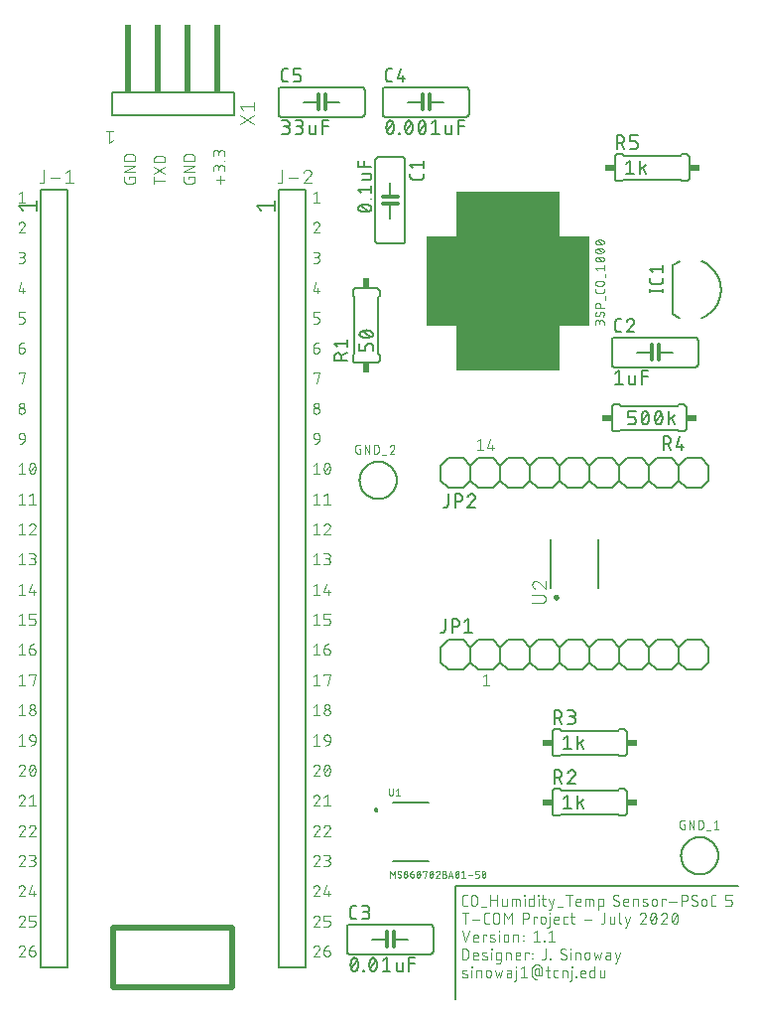
<source format=gbr>
G04 EAGLE Gerber RS-274X export*
G75*
%MOMM*%
%FSLAX34Y34*%
%LPD*%
%INSilkscreen Top*%
%IPPOS*%
%AMOC8*
5,1,8,0,0,1.08239X$1,22.5*%
G01*
%ADD10C,0.076200*%
%ADD11C,0.508000*%
%ADD12C,0.152400*%
%ADD13C,0.203200*%
%ADD14C,0.127000*%
%ADD15C,0.101600*%
%ADD16C,0.240000*%
%ADD17R,13.970000X7.620000*%
%ADD18R,8.890000X15.240000*%
%ADD19R,0.609600X0.863600*%
%ADD20R,0.863600X0.609600*%
%ADD21C,0.304800*%
%ADD22C,0.200000*%
%ADD23C,0.050800*%
%ADD24R,0.508000X5.850000*%


D10*
X8001Y683330D02*
X10612Y685419D01*
X10612Y676021D01*
X13222Y676021D02*
X8001Y676021D01*
X10873Y659714D02*
X10968Y659712D01*
X11062Y659706D01*
X11156Y659697D01*
X11250Y659684D01*
X11343Y659667D01*
X11435Y659646D01*
X11527Y659621D01*
X11617Y659593D01*
X11706Y659561D01*
X11794Y659526D01*
X11880Y659487D01*
X11965Y659445D01*
X12048Y659399D01*
X12129Y659350D01*
X12208Y659298D01*
X12285Y659243D01*
X12359Y659184D01*
X12431Y659123D01*
X12501Y659059D01*
X12568Y658992D01*
X12632Y658922D01*
X12693Y658850D01*
X12752Y658776D01*
X12807Y658699D01*
X12859Y658620D01*
X12908Y658539D01*
X12954Y658456D01*
X12996Y658371D01*
X13035Y658285D01*
X13070Y658197D01*
X13102Y658108D01*
X13130Y658018D01*
X13155Y657926D01*
X13176Y657834D01*
X13193Y657741D01*
X13206Y657647D01*
X13215Y657553D01*
X13221Y657459D01*
X13223Y657364D01*
X10873Y659713D02*
X10765Y659711D01*
X10656Y659705D01*
X10548Y659695D01*
X10441Y659682D01*
X10334Y659664D01*
X10227Y659643D01*
X10122Y659618D01*
X10017Y659589D01*
X9914Y659557D01*
X9812Y659520D01*
X9711Y659480D01*
X9612Y659437D01*
X9514Y659390D01*
X9418Y659339D01*
X9324Y659285D01*
X9232Y659228D01*
X9142Y659167D01*
X9054Y659103D01*
X8969Y659037D01*
X8886Y658967D01*
X8806Y658894D01*
X8728Y658818D01*
X8653Y658740D01*
X8581Y658659D01*
X8512Y658575D01*
X8446Y658489D01*
X8383Y658401D01*
X8324Y658310D01*
X8267Y658218D01*
X8214Y658123D01*
X8165Y658027D01*
X8119Y657928D01*
X8076Y657829D01*
X8037Y657727D01*
X8002Y657625D01*
X12439Y655536D02*
X12508Y655605D01*
X12574Y655676D01*
X12638Y655749D01*
X12699Y655825D01*
X12757Y655904D01*
X12811Y655984D01*
X12863Y656067D01*
X12911Y656151D01*
X12957Y656237D01*
X12998Y656325D01*
X13037Y656415D01*
X13072Y656506D01*
X13103Y656598D01*
X13131Y656691D01*
X13155Y656785D01*
X13175Y656880D01*
X13192Y656976D01*
X13205Y657073D01*
X13214Y657170D01*
X13220Y657267D01*
X13222Y657364D01*
X12439Y655537D02*
X8001Y650316D01*
X13222Y650316D01*
X10612Y624611D02*
X8001Y624611D01*
X10612Y624611D02*
X10713Y624613D01*
X10814Y624619D01*
X10915Y624629D01*
X11015Y624642D01*
X11115Y624660D01*
X11214Y624681D01*
X11312Y624707D01*
X11409Y624736D01*
X11505Y624768D01*
X11599Y624805D01*
X11692Y624845D01*
X11784Y624889D01*
X11873Y624936D01*
X11961Y624987D01*
X12047Y625041D01*
X12130Y625098D01*
X12212Y625158D01*
X12290Y625222D01*
X12367Y625288D01*
X12440Y625358D01*
X12511Y625430D01*
X12579Y625505D01*
X12644Y625583D01*
X12706Y625663D01*
X12765Y625745D01*
X12821Y625830D01*
X12873Y625917D01*
X12922Y626005D01*
X12968Y626096D01*
X13009Y626188D01*
X13048Y626282D01*
X13082Y626377D01*
X13113Y626473D01*
X13140Y626571D01*
X13164Y626669D01*
X13183Y626769D01*
X13199Y626869D01*
X13211Y626969D01*
X13219Y627070D01*
X13223Y627171D01*
X13223Y627273D01*
X13219Y627374D01*
X13211Y627475D01*
X13199Y627575D01*
X13183Y627675D01*
X13164Y627775D01*
X13140Y627873D01*
X13113Y627971D01*
X13082Y628067D01*
X13048Y628162D01*
X13009Y628256D01*
X12968Y628348D01*
X12922Y628439D01*
X12873Y628528D01*
X12821Y628614D01*
X12765Y628699D01*
X12706Y628781D01*
X12644Y628861D01*
X12579Y628939D01*
X12511Y629014D01*
X12440Y629086D01*
X12367Y629156D01*
X12290Y629222D01*
X12212Y629286D01*
X12130Y629346D01*
X12047Y629403D01*
X11961Y629457D01*
X11873Y629508D01*
X11784Y629555D01*
X11692Y629599D01*
X11599Y629639D01*
X11505Y629676D01*
X11409Y629708D01*
X11312Y629737D01*
X11214Y629763D01*
X11115Y629784D01*
X11015Y629802D01*
X10915Y629815D01*
X10814Y629825D01*
X10713Y629831D01*
X10612Y629833D01*
X11134Y634009D02*
X8001Y634009D01*
X11134Y634009D02*
X11224Y634007D01*
X11313Y634001D01*
X11403Y633992D01*
X11492Y633978D01*
X11580Y633961D01*
X11667Y633940D01*
X11754Y633915D01*
X11839Y633886D01*
X11923Y633854D01*
X12005Y633819D01*
X12086Y633779D01*
X12165Y633737D01*
X12242Y633691D01*
X12317Y633641D01*
X12390Y633589D01*
X12461Y633533D01*
X12529Y633475D01*
X12594Y633413D01*
X12657Y633349D01*
X12717Y633282D01*
X12774Y633213D01*
X12828Y633141D01*
X12879Y633067D01*
X12927Y632991D01*
X12971Y632913D01*
X13012Y632833D01*
X13050Y632751D01*
X13084Y632668D01*
X13114Y632583D01*
X13141Y632497D01*
X13164Y632411D01*
X13183Y632323D01*
X13198Y632234D01*
X13210Y632145D01*
X13218Y632056D01*
X13222Y631966D01*
X13222Y631876D01*
X13218Y631786D01*
X13210Y631697D01*
X13198Y631608D01*
X13183Y631519D01*
X13164Y631431D01*
X13141Y631345D01*
X13114Y631259D01*
X13084Y631174D01*
X13050Y631091D01*
X13012Y631009D01*
X12971Y630929D01*
X12927Y630851D01*
X12879Y630775D01*
X12828Y630701D01*
X12774Y630629D01*
X12717Y630560D01*
X12657Y630493D01*
X12594Y630429D01*
X12529Y630367D01*
X12461Y630309D01*
X12390Y630253D01*
X12317Y630201D01*
X12242Y630151D01*
X12165Y630105D01*
X12086Y630063D01*
X12005Y630023D01*
X11923Y629988D01*
X11839Y629956D01*
X11754Y629927D01*
X11667Y629902D01*
X11580Y629881D01*
X11492Y629864D01*
X11403Y629850D01*
X11313Y629841D01*
X11224Y629835D01*
X11134Y629833D01*
X11134Y629832D02*
X9045Y629832D01*
X10089Y608304D02*
X8001Y600995D01*
X13222Y600995D01*
X11656Y603083D02*
X11656Y598906D01*
X11134Y573201D02*
X8001Y573201D01*
X11134Y573202D02*
X11223Y573204D01*
X11311Y573210D01*
X11399Y573219D01*
X11487Y573232D01*
X11574Y573249D01*
X11660Y573269D01*
X11745Y573294D01*
X11830Y573321D01*
X11913Y573353D01*
X11994Y573387D01*
X12074Y573426D01*
X12152Y573467D01*
X12229Y573512D01*
X12303Y573560D01*
X12376Y573611D01*
X12446Y573665D01*
X12513Y573723D01*
X12579Y573783D01*
X12641Y573845D01*
X12701Y573911D01*
X12759Y573978D01*
X12813Y574048D01*
X12864Y574121D01*
X12912Y574195D01*
X12957Y574272D01*
X12998Y574350D01*
X13037Y574430D01*
X13071Y574511D01*
X13103Y574594D01*
X13130Y574679D01*
X13155Y574764D01*
X13175Y574850D01*
X13192Y574937D01*
X13205Y575025D01*
X13214Y575113D01*
X13220Y575201D01*
X13222Y575290D01*
X13222Y576334D01*
X13220Y576423D01*
X13214Y576511D01*
X13205Y576599D01*
X13192Y576687D01*
X13175Y576774D01*
X13155Y576860D01*
X13130Y576945D01*
X13103Y577030D01*
X13071Y577113D01*
X13037Y577194D01*
X12998Y577274D01*
X12957Y577352D01*
X12912Y577429D01*
X12864Y577503D01*
X12813Y577576D01*
X12759Y577646D01*
X12701Y577713D01*
X12641Y577779D01*
X12579Y577841D01*
X12513Y577901D01*
X12446Y577959D01*
X12376Y578013D01*
X12303Y578064D01*
X12229Y578112D01*
X12152Y578157D01*
X12074Y578198D01*
X11994Y578237D01*
X11913Y578271D01*
X11830Y578303D01*
X11745Y578330D01*
X11660Y578355D01*
X11574Y578375D01*
X11487Y578392D01*
X11399Y578405D01*
X11311Y578414D01*
X11223Y578420D01*
X11134Y578422D01*
X11134Y578423D02*
X8001Y578423D01*
X8001Y582599D01*
X13222Y582599D01*
X11134Y552718D02*
X8001Y552718D01*
X11134Y552717D02*
X11223Y552715D01*
X11311Y552709D01*
X11399Y552700D01*
X11487Y552687D01*
X11574Y552670D01*
X11660Y552650D01*
X11745Y552625D01*
X11830Y552598D01*
X11913Y552566D01*
X11994Y552532D01*
X12074Y552493D01*
X12152Y552452D01*
X12229Y552407D01*
X12303Y552359D01*
X12376Y552308D01*
X12446Y552254D01*
X12513Y552196D01*
X12579Y552136D01*
X12641Y552074D01*
X12701Y552008D01*
X12759Y551941D01*
X12813Y551871D01*
X12864Y551798D01*
X12912Y551724D01*
X12957Y551647D01*
X12998Y551569D01*
X13037Y551489D01*
X13071Y551408D01*
X13103Y551325D01*
X13130Y551240D01*
X13155Y551155D01*
X13175Y551069D01*
X13192Y550982D01*
X13205Y550894D01*
X13214Y550806D01*
X13220Y550718D01*
X13222Y550629D01*
X13222Y550107D01*
X13223Y550107D02*
X13221Y550006D01*
X13215Y549905D01*
X13205Y549804D01*
X13192Y549704D01*
X13174Y549604D01*
X13153Y549505D01*
X13127Y549407D01*
X13098Y549310D01*
X13066Y549214D01*
X13029Y549120D01*
X12989Y549027D01*
X12945Y548935D01*
X12898Y548846D01*
X12847Y548758D01*
X12793Y548672D01*
X12736Y548589D01*
X12676Y548507D01*
X12612Y548429D01*
X12546Y548352D01*
X12476Y548279D01*
X12404Y548208D01*
X12329Y548140D01*
X12251Y548075D01*
X12171Y548013D01*
X12089Y547954D01*
X12004Y547898D01*
X11917Y547846D01*
X11829Y547797D01*
X11738Y547751D01*
X11646Y547710D01*
X11552Y547671D01*
X11457Y547637D01*
X11361Y547606D01*
X11263Y547579D01*
X11165Y547555D01*
X11065Y547536D01*
X10965Y547520D01*
X10865Y547508D01*
X10764Y547500D01*
X10663Y547496D01*
X10561Y547496D01*
X10460Y547500D01*
X10359Y547508D01*
X10259Y547520D01*
X10159Y547536D01*
X10059Y547555D01*
X9961Y547579D01*
X9863Y547606D01*
X9767Y547637D01*
X9672Y547671D01*
X9578Y547710D01*
X9486Y547751D01*
X9395Y547797D01*
X9306Y547846D01*
X9220Y547898D01*
X9135Y547954D01*
X9053Y548013D01*
X8973Y548075D01*
X8895Y548140D01*
X8820Y548208D01*
X8748Y548279D01*
X8678Y548352D01*
X8612Y548429D01*
X8548Y548507D01*
X8488Y548589D01*
X8431Y548672D01*
X8377Y548758D01*
X8326Y548846D01*
X8279Y548935D01*
X8235Y549027D01*
X8195Y549120D01*
X8158Y549214D01*
X8126Y549310D01*
X8097Y549407D01*
X8071Y549505D01*
X8050Y549604D01*
X8032Y549704D01*
X8019Y549804D01*
X8009Y549905D01*
X8003Y550006D01*
X8001Y550107D01*
X8001Y552718D01*
X8003Y552847D01*
X8009Y552975D01*
X8019Y553103D01*
X8033Y553231D01*
X8050Y553359D01*
X8072Y553486D01*
X8098Y553612D01*
X8127Y553737D01*
X8160Y553861D01*
X8198Y553984D01*
X8238Y554106D01*
X8283Y554227D01*
X8331Y554346D01*
X8383Y554464D01*
X8439Y554580D01*
X8498Y554694D01*
X8561Y554806D01*
X8627Y554917D01*
X8696Y555025D01*
X8769Y555131D01*
X8845Y555235D01*
X8924Y555337D01*
X9006Y555436D01*
X9091Y555532D01*
X9179Y555626D01*
X9270Y555717D01*
X9364Y555805D01*
X9460Y555890D01*
X9559Y555972D01*
X9661Y556051D01*
X9765Y556127D01*
X9871Y556200D01*
X9979Y556269D01*
X10089Y556335D01*
X10202Y556398D01*
X10316Y556457D01*
X10432Y556513D01*
X10550Y556565D01*
X10669Y556613D01*
X10790Y556658D01*
X10912Y556698D01*
X11035Y556736D01*
X11159Y556769D01*
X11284Y556798D01*
X11410Y556824D01*
X11537Y556846D01*
X11665Y556863D01*
X11793Y556877D01*
X11921Y556887D01*
X12049Y556893D01*
X12178Y556895D01*
X8001Y531190D02*
X8001Y530146D01*
X8001Y531190D02*
X13222Y531190D01*
X10612Y521792D01*
X13223Y498698D02*
X13221Y498799D01*
X13215Y498900D01*
X13205Y499001D01*
X13192Y499101D01*
X13174Y499201D01*
X13153Y499300D01*
X13127Y499398D01*
X13098Y499495D01*
X13066Y499591D01*
X13029Y499685D01*
X12989Y499778D01*
X12945Y499870D01*
X12898Y499959D01*
X12847Y500047D01*
X12793Y500133D01*
X12736Y500216D01*
X12676Y500298D01*
X12612Y500376D01*
X12546Y500453D01*
X12476Y500526D01*
X12404Y500597D01*
X12329Y500665D01*
X12251Y500730D01*
X12171Y500792D01*
X12089Y500851D01*
X12004Y500907D01*
X11918Y500959D01*
X11829Y501008D01*
X11738Y501054D01*
X11646Y501095D01*
X11552Y501134D01*
X11457Y501168D01*
X11361Y501199D01*
X11263Y501226D01*
X11165Y501250D01*
X11065Y501269D01*
X10965Y501285D01*
X10865Y501297D01*
X10764Y501305D01*
X10663Y501309D01*
X10561Y501309D01*
X10460Y501305D01*
X10359Y501297D01*
X10259Y501285D01*
X10159Y501269D01*
X10059Y501250D01*
X9961Y501226D01*
X9863Y501199D01*
X9767Y501168D01*
X9672Y501134D01*
X9578Y501095D01*
X9486Y501054D01*
X9395Y501008D01*
X9307Y500959D01*
X9220Y500907D01*
X9135Y500851D01*
X9053Y500792D01*
X8973Y500730D01*
X8895Y500665D01*
X8820Y500597D01*
X8748Y500526D01*
X8678Y500453D01*
X8612Y500376D01*
X8548Y500298D01*
X8488Y500216D01*
X8431Y500133D01*
X8377Y500047D01*
X8326Y499959D01*
X8279Y499870D01*
X8235Y499778D01*
X8195Y499685D01*
X8158Y499591D01*
X8126Y499495D01*
X8097Y499398D01*
X8071Y499300D01*
X8050Y499201D01*
X8032Y499101D01*
X8019Y499001D01*
X8009Y498900D01*
X8003Y498799D01*
X8001Y498698D01*
X8003Y498597D01*
X8009Y498496D01*
X8019Y498395D01*
X8032Y498295D01*
X8050Y498195D01*
X8071Y498096D01*
X8097Y497998D01*
X8126Y497901D01*
X8158Y497805D01*
X8195Y497711D01*
X8235Y497618D01*
X8279Y497526D01*
X8326Y497437D01*
X8377Y497349D01*
X8431Y497263D01*
X8488Y497180D01*
X8548Y497098D01*
X8612Y497020D01*
X8678Y496943D01*
X8748Y496870D01*
X8820Y496799D01*
X8895Y496731D01*
X8973Y496666D01*
X9053Y496604D01*
X9135Y496545D01*
X9220Y496489D01*
X9306Y496437D01*
X9395Y496388D01*
X9486Y496342D01*
X9578Y496301D01*
X9672Y496262D01*
X9767Y496228D01*
X9863Y496197D01*
X9961Y496170D01*
X10059Y496146D01*
X10159Y496127D01*
X10259Y496111D01*
X10359Y496099D01*
X10460Y496091D01*
X10561Y496087D01*
X10663Y496087D01*
X10764Y496091D01*
X10865Y496099D01*
X10965Y496111D01*
X11065Y496127D01*
X11165Y496146D01*
X11263Y496170D01*
X11361Y496197D01*
X11457Y496228D01*
X11552Y496262D01*
X11646Y496301D01*
X11738Y496342D01*
X11829Y496388D01*
X11917Y496437D01*
X12004Y496489D01*
X12089Y496545D01*
X12171Y496604D01*
X12251Y496666D01*
X12329Y496731D01*
X12404Y496799D01*
X12476Y496870D01*
X12546Y496943D01*
X12612Y497020D01*
X12676Y497098D01*
X12736Y497180D01*
X12793Y497263D01*
X12847Y497349D01*
X12898Y497437D01*
X12945Y497526D01*
X12989Y497618D01*
X13029Y497711D01*
X13066Y497805D01*
X13098Y497901D01*
X13127Y497998D01*
X13153Y498096D01*
X13174Y498195D01*
X13192Y498295D01*
X13205Y498395D01*
X13215Y498496D01*
X13221Y498597D01*
X13223Y498698D01*
X12700Y503397D02*
X12698Y503487D01*
X12692Y503576D01*
X12683Y503666D01*
X12669Y503755D01*
X12652Y503843D01*
X12631Y503930D01*
X12606Y504017D01*
X12577Y504102D01*
X12545Y504186D01*
X12510Y504268D01*
X12470Y504349D01*
X12428Y504428D01*
X12382Y504505D01*
X12332Y504580D01*
X12280Y504653D01*
X12224Y504724D01*
X12166Y504792D01*
X12104Y504857D01*
X12040Y504920D01*
X11973Y504980D01*
X11904Y505037D01*
X11832Y505091D01*
X11758Y505142D01*
X11682Y505190D01*
X11604Y505234D01*
X11524Y505275D01*
X11442Y505313D01*
X11359Y505347D01*
X11274Y505377D01*
X11188Y505404D01*
X11102Y505427D01*
X11014Y505446D01*
X10925Y505461D01*
X10836Y505473D01*
X10747Y505481D01*
X10657Y505485D01*
X10567Y505485D01*
X10477Y505481D01*
X10388Y505473D01*
X10299Y505461D01*
X10210Y505446D01*
X10122Y505427D01*
X10036Y505404D01*
X9950Y505377D01*
X9865Y505347D01*
X9782Y505313D01*
X9700Y505275D01*
X9620Y505234D01*
X9542Y505190D01*
X9466Y505142D01*
X9392Y505091D01*
X9320Y505037D01*
X9251Y504980D01*
X9184Y504920D01*
X9120Y504857D01*
X9058Y504792D01*
X9000Y504724D01*
X8944Y504653D01*
X8892Y504580D01*
X8842Y504505D01*
X8796Y504428D01*
X8754Y504349D01*
X8714Y504268D01*
X8679Y504186D01*
X8647Y504102D01*
X8618Y504017D01*
X8593Y503930D01*
X8572Y503843D01*
X8555Y503755D01*
X8541Y503666D01*
X8532Y503576D01*
X8526Y503487D01*
X8524Y503397D01*
X8526Y503307D01*
X8532Y503218D01*
X8541Y503128D01*
X8555Y503039D01*
X8572Y502951D01*
X8593Y502864D01*
X8618Y502777D01*
X8647Y502692D01*
X8679Y502608D01*
X8714Y502526D01*
X8754Y502445D01*
X8796Y502366D01*
X8842Y502289D01*
X8892Y502214D01*
X8944Y502141D01*
X9000Y502070D01*
X9058Y502002D01*
X9120Y501937D01*
X9184Y501874D01*
X9251Y501814D01*
X9320Y501757D01*
X9392Y501703D01*
X9466Y501652D01*
X9542Y501604D01*
X9620Y501560D01*
X9700Y501519D01*
X9782Y501481D01*
X9865Y501447D01*
X9950Y501417D01*
X10036Y501390D01*
X10122Y501367D01*
X10210Y501348D01*
X10299Y501333D01*
X10388Y501321D01*
X10477Y501313D01*
X10567Y501309D01*
X10657Y501309D01*
X10747Y501313D01*
X10836Y501321D01*
X10925Y501333D01*
X11014Y501348D01*
X11102Y501367D01*
X11188Y501390D01*
X11274Y501417D01*
X11359Y501447D01*
X11442Y501481D01*
X11524Y501519D01*
X11604Y501560D01*
X11682Y501604D01*
X11758Y501652D01*
X11832Y501703D01*
X11904Y501757D01*
X11973Y501814D01*
X12040Y501874D01*
X12104Y501937D01*
X12166Y502002D01*
X12224Y502070D01*
X12280Y502141D01*
X12332Y502214D01*
X12382Y502289D01*
X12428Y502366D01*
X12470Y502445D01*
X12510Y502526D01*
X12545Y502608D01*
X12577Y502692D01*
X12606Y502777D01*
X12631Y502864D01*
X12652Y502951D01*
X12669Y503039D01*
X12683Y503128D01*
X12692Y503218D01*
X12698Y503307D01*
X12700Y503397D01*
X13222Y474559D02*
X10089Y474559D01*
X10089Y474560D02*
X10000Y474562D01*
X9912Y474568D01*
X9824Y474577D01*
X9736Y474590D01*
X9649Y474607D01*
X9563Y474627D01*
X9478Y474652D01*
X9393Y474679D01*
X9310Y474711D01*
X9229Y474745D01*
X9149Y474784D01*
X9071Y474825D01*
X8994Y474870D01*
X8920Y474918D01*
X8847Y474969D01*
X8777Y475023D01*
X8710Y475081D01*
X8644Y475141D01*
X8582Y475203D01*
X8522Y475269D01*
X8464Y475336D01*
X8410Y475406D01*
X8359Y475479D01*
X8311Y475553D01*
X8266Y475630D01*
X8225Y475708D01*
X8186Y475788D01*
X8152Y475869D01*
X8120Y475952D01*
X8093Y476037D01*
X8068Y476122D01*
X8048Y476208D01*
X8031Y476295D01*
X8018Y476383D01*
X8009Y476471D01*
X8003Y476559D01*
X8001Y476648D01*
X8001Y477170D01*
X8003Y477271D01*
X8009Y477372D01*
X8019Y477473D01*
X8032Y477573D01*
X8050Y477673D01*
X8071Y477772D01*
X8097Y477870D01*
X8126Y477967D01*
X8158Y478063D01*
X8195Y478157D01*
X8235Y478250D01*
X8279Y478342D01*
X8326Y478431D01*
X8377Y478519D01*
X8431Y478605D01*
X8488Y478688D01*
X8548Y478770D01*
X8612Y478848D01*
X8678Y478925D01*
X8748Y478998D01*
X8820Y479069D01*
X8895Y479137D01*
X8973Y479202D01*
X9053Y479264D01*
X9135Y479323D01*
X9220Y479379D01*
X9307Y479431D01*
X9395Y479480D01*
X9486Y479526D01*
X9578Y479567D01*
X9672Y479606D01*
X9767Y479640D01*
X9863Y479671D01*
X9961Y479698D01*
X10059Y479722D01*
X10159Y479741D01*
X10259Y479757D01*
X10359Y479769D01*
X10460Y479777D01*
X10561Y479781D01*
X10663Y479781D01*
X10764Y479777D01*
X10865Y479769D01*
X10965Y479757D01*
X11065Y479741D01*
X11165Y479722D01*
X11263Y479698D01*
X11361Y479671D01*
X11457Y479640D01*
X11552Y479606D01*
X11646Y479567D01*
X11738Y479526D01*
X11829Y479480D01*
X11918Y479431D01*
X12004Y479379D01*
X12089Y479323D01*
X12171Y479264D01*
X12251Y479202D01*
X12329Y479137D01*
X12404Y479069D01*
X12476Y478998D01*
X12546Y478925D01*
X12612Y478848D01*
X12676Y478770D01*
X12736Y478688D01*
X12793Y478605D01*
X12847Y478519D01*
X12898Y478431D01*
X12945Y478342D01*
X12989Y478250D01*
X13029Y478157D01*
X13066Y478063D01*
X13098Y477967D01*
X13127Y477870D01*
X13153Y477772D01*
X13174Y477673D01*
X13192Y477573D01*
X13205Y477473D01*
X13215Y477372D01*
X13221Y477271D01*
X13223Y477170D01*
X13222Y477170D02*
X13222Y474559D01*
X13220Y474433D01*
X13214Y474307D01*
X13205Y474181D01*
X13192Y474056D01*
X13174Y473931D01*
X13154Y473806D01*
X13129Y473682D01*
X13101Y473559D01*
X13069Y473437D01*
X13033Y473316D01*
X12994Y473196D01*
X12951Y473078D01*
X12904Y472961D01*
X12854Y472845D01*
X12800Y472730D01*
X12744Y472618D01*
X12683Y472507D01*
X12620Y472398D01*
X12553Y472291D01*
X12483Y472186D01*
X12409Y472083D01*
X12333Y471983D01*
X12254Y471885D01*
X12172Y471789D01*
X12086Y471696D01*
X11999Y471605D01*
X11908Y471518D01*
X11815Y471432D01*
X11719Y471350D01*
X11621Y471271D01*
X11521Y471195D01*
X11418Y471121D01*
X11313Y471051D01*
X11206Y470984D01*
X11097Y470921D01*
X10986Y470860D01*
X10874Y470804D01*
X10759Y470750D01*
X10643Y470700D01*
X10526Y470653D01*
X10408Y470610D01*
X10288Y470571D01*
X10167Y470535D01*
X10045Y470503D01*
X9922Y470475D01*
X9798Y470450D01*
X9673Y470430D01*
X9548Y470412D01*
X9423Y470399D01*
X9297Y470390D01*
X9171Y470384D01*
X9045Y470382D01*
X10612Y454076D02*
X8001Y451987D01*
X10612Y454076D02*
X10612Y444678D01*
X13222Y444678D02*
X8001Y444678D01*
X17145Y449377D02*
X17147Y449562D01*
X17154Y449747D01*
X17165Y449931D01*
X17180Y450115D01*
X17200Y450299D01*
X17224Y450483D01*
X17253Y450665D01*
X17286Y450847D01*
X17323Y451028D01*
X17365Y451208D01*
X17411Y451388D01*
X17461Y451566D01*
X17515Y451742D01*
X17574Y451918D01*
X17636Y452092D01*
X17703Y452264D01*
X17774Y452435D01*
X17849Y452604D01*
X17928Y452771D01*
X17958Y452851D01*
X17991Y452930D01*
X18028Y453007D01*
X18068Y453083D01*
X18111Y453157D01*
X18157Y453229D01*
X18207Y453298D01*
X18259Y453366D01*
X18315Y453431D01*
X18373Y453494D01*
X18435Y453553D01*
X18498Y453611D01*
X18565Y453665D01*
X18633Y453716D01*
X18704Y453764D01*
X18777Y453809D01*
X18851Y453851D01*
X18928Y453889D01*
X19006Y453924D01*
X19085Y453956D01*
X19166Y453984D01*
X19248Y454008D01*
X19332Y454029D01*
X19415Y454046D01*
X19500Y454059D01*
X19585Y454068D01*
X19670Y454074D01*
X19756Y454076D01*
X19842Y454074D01*
X19927Y454068D01*
X20012Y454059D01*
X20097Y454046D01*
X20180Y454029D01*
X20264Y454008D01*
X20346Y453984D01*
X20427Y453956D01*
X20506Y453924D01*
X20584Y453889D01*
X20661Y453851D01*
X20735Y453809D01*
X20808Y453764D01*
X20879Y453716D01*
X20947Y453665D01*
X21014Y453611D01*
X21077Y453553D01*
X21139Y453494D01*
X21197Y453431D01*
X21253Y453366D01*
X21305Y453298D01*
X21355Y453229D01*
X21401Y453157D01*
X21444Y453083D01*
X21484Y453007D01*
X21521Y452930D01*
X21554Y452851D01*
X21584Y452771D01*
X21583Y452771D02*
X21662Y452604D01*
X21737Y452435D01*
X21808Y452264D01*
X21875Y452092D01*
X21937Y451918D01*
X21996Y451742D01*
X22050Y451566D01*
X22100Y451388D01*
X22146Y451208D01*
X22188Y451028D01*
X22225Y450847D01*
X22258Y450665D01*
X22287Y450483D01*
X22311Y450299D01*
X22331Y450115D01*
X22346Y449931D01*
X22357Y449747D01*
X22364Y449562D01*
X22366Y449377D01*
X17145Y449377D02*
X17147Y449192D01*
X17154Y449007D01*
X17165Y448823D01*
X17180Y448639D01*
X17200Y448455D01*
X17224Y448271D01*
X17253Y448089D01*
X17286Y447907D01*
X17323Y447726D01*
X17365Y447546D01*
X17411Y447366D01*
X17461Y447188D01*
X17515Y447012D01*
X17574Y446836D01*
X17636Y446662D01*
X17703Y446490D01*
X17774Y446319D01*
X17849Y446150D01*
X17928Y445983D01*
X17928Y445982D02*
X17958Y445902D01*
X17991Y445823D01*
X18028Y445746D01*
X18068Y445670D01*
X18111Y445596D01*
X18157Y445524D01*
X18207Y445455D01*
X18260Y445387D01*
X18315Y445322D01*
X18374Y445259D01*
X18435Y445200D01*
X18498Y445142D01*
X18565Y445088D01*
X18633Y445037D01*
X18704Y444989D01*
X18777Y444944D01*
X18851Y444902D01*
X18928Y444864D01*
X19006Y444829D01*
X19085Y444797D01*
X19166Y444769D01*
X19248Y444745D01*
X19332Y444724D01*
X19415Y444707D01*
X19500Y444694D01*
X19585Y444685D01*
X19670Y444679D01*
X19756Y444677D01*
X21583Y445983D02*
X21662Y446150D01*
X21737Y446319D01*
X21808Y446490D01*
X21875Y446662D01*
X21937Y446836D01*
X21996Y447012D01*
X22050Y447188D01*
X22100Y447366D01*
X22146Y447546D01*
X22188Y447726D01*
X22225Y447907D01*
X22258Y448089D01*
X22287Y448271D01*
X22311Y448455D01*
X22331Y448639D01*
X22346Y448823D01*
X22357Y449007D01*
X22364Y449192D01*
X22366Y449377D01*
X21584Y445982D02*
X21554Y445902D01*
X21521Y445823D01*
X21484Y445746D01*
X21444Y445670D01*
X21401Y445596D01*
X21355Y445524D01*
X21305Y445455D01*
X21253Y445387D01*
X21197Y445322D01*
X21139Y445259D01*
X21077Y445200D01*
X21014Y445142D01*
X20947Y445088D01*
X20879Y445037D01*
X20808Y444989D01*
X20735Y444944D01*
X20661Y444902D01*
X20584Y444864D01*
X20506Y444829D01*
X20427Y444797D01*
X20346Y444769D01*
X20264Y444745D01*
X20180Y444724D01*
X20097Y444707D01*
X20012Y444694D01*
X19927Y444685D01*
X19842Y444679D01*
X19756Y444677D01*
X17667Y446766D02*
X21844Y451987D01*
X10612Y428371D02*
X8001Y426282D01*
X10612Y428371D02*
X10612Y418973D01*
X13222Y418973D02*
X8001Y418973D01*
X17145Y426282D02*
X19756Y428371D01*
X19756Y418973D01*
X22366Y418973D02*
X17145Y418973D01*
X10612Y402666D02*
X8001Y400577D01*
X10612Y402666D02*
X10612Y393268D01*
X13222Y393268D02*
X8001Y393268D01*
X20017Y402666D02*
X20112Y402664D01*
X20206Y402658D01*
X20300Y402649D01*
X20394Y402636D01*
X20487Y402619D01*
X20579Y402598D01*
X20671Y402573D01*
X20761Y402545D01*
X20850Y402513D01*
X20938Y402478D01*
X21024Y402439D01*
X21109Y402397D01*
X21192Y402351D01*
X21273Y402302D01*
X21352Y402250D01*
X21429Y402195D01*
X21503Y402136D01*
X21575Y402075D01*
X21645Y402011D01*
X21712Y401944D01*
X21776Y401874D01*
X21837Y401802D01*
X21896Y401728D01*
X21951Y401651D01*
X22003Y401572D01*
X22052Y401491D01*
X22098Y401408D01*
X22140Y401323D01*
X22179Y401237D01*
X22214Y401149D01*
X22246Y401060D01*
X22274Y400970D01*
X22299Y400878D01*
X22320Y400786D01*
X22337Y400693D01*
X22350Y400599D01*
X22359Y400505D01*
X22365Y400411D01*
X22367Y400316D01*
X20017Y402665D02*
X19909Y402663D01*
X19800Y402657D01*
X19692Y402647D01*
X19585Y402634D01*
X19478Y402616D01*
X19371Y402595D01*
X19266Y402570D01*
X19161Y402541D01*
X19058Y402509D01*
X18956Y402472D01*
X18855Y402432D01*
X18756Y402389D01*
X18658Y402342D01*
X18562Y402291D01*
X18468Y402237D01*
X18376Y402180D01*
X18286Y402119D01*
X18198Y402055D01*
X18113Y401989D01*
X18030Y401919D01*
X17950Y401846D01*
X17872Y401770D01*
X17797Y401692D01*
X17725Y401611D01*
X17656Y401527D01*
X17590Y401441D01*
X17527Y401353D01*
X17468Y401262D01*
X17411Y401170D01*
X17358Y401075D01*
X17309Y400979D01*
X17263Y400880D01*
X17220Y400781D01*
X17181Y400679D01*
X17146Y400577D01*
X21583Y398488D02*
X21652Y398557D01*
X21718Y398628D01*
X21782Y398701D01*
X21843Y398777D01*
X21901Y398856D01*
X21955Y398936D01*
X22007Y399019D01*
X22055Y399103D01*
X22101Y399189D01*
X22142Y399277D01*
X22181Y399367D01*
X22216Y399458D01*
X22247Y399550D01*
X22275Y399643D01*
X22299Y399737D01*
X22319Y399832D01*
X22336Y399928D01*
X22349Y400025D01*
X22358Y400122D01*
X22364Y400219D01*
X22366Y400316D01*
X21583Y398489D02*
X17145Y393268D01*
X22366Y393268D01*
X10612Y376961D02*
X8001Y374873D01*
X10612Y376961D02*
X10612Y367563D01*
X13222Y367563D02*
X8001Y367563D01*
X17145Y367563D02*
X19756Y367563D01*
X19857Y367565D01*
X19958Y367571D01*
X20059Y367581D01*
X20159Y367594D01*
X20259Y367612D01*
X20358Y367633D01*
X20456Y367659D01*
X20553Y367688D01*
X20649Y367720D01*
X20743Y367757D01*
X20836Y367797D01*
X20928Y367841D01*
X21017Y367888D01*
X21105Y367939D01*
X21191Y367993D01*
X21274Y368050D01*
X21356Y368110D01*
X21434Y368174D01*
X21511Y368240D01*
X21584Y368310D01*
X21655Y368382D01*
X21723Y368457D01*
X21788Y368535D01*
X21850Y368615D01*
X21909Y368697D01*
X21965Y368782D01*
X22017Y368869D01*
X22066Y368957D01*
X22112Y369048D01*
X22153Y369140D01*
X22192Y369234D01*
X22226Y369329D01*
X22257Y369425D01*
X22284Y369523D01*
X22308Y369621D01*
X22327Y369721D01*
X22343Y369821D01*
X22355Y369921D01*
X22363Y370022D01*
X22367Y370123D01*
X22367Y370225D01*
X22363Y370326D01*
X22355Y370427D01*
X22343Y370527D01*
X22327Y370627D01*
X22308Y370727D01*
X22284Y370825D01*
X22257Y370923D01*
X22226Y371019D01*
X22192Y371114D01*
X22153Y371208D01*
X22112Y371300D01*
X22066Y371391D01*
X22017Y371479D01*
X21965Y371566D01*
X21909Y371651D01*
X21850Y371733D01*
X21788Y371813D01*
X21723Y371891D01*
X21655Y371966D01*
X21584Y372038D01*
X21511Y372108D01*
X21434Y372174D01*
X21356Y372238D01*
X21274Y372298D01*
X21191Y372355D01*
X21105Y372409D01*
X21017Y372460D01*
X20928Y372507D01*
X20836Y372551D01*
X20743Y372591D01*
X20649Y372628D01*
X20553Y372660D01*
X20456Y372689D01*
X20358Y372715D01*
X20259Y372736D01*
X20159Y372754D01*
X20059Y372767D01*
X19958Y372777D01*
X19857Y372783D01*
X19756Y372785D01*
X20278Y376961D02*
X17145Y376961D01*
X20278Y376961D02*
X20368Y376959D01*
X20457Y376953D01*
X20547Y376944D01*
X20636Y376930D01*
X20724Y376913D01*
X20811Y376892D01*
X20898Y376867D01*
X20983Y376838D01*
X21067Y376806D01*
X21149Y376771D01*
X21230Y376731D01*
X21309Y376689D01*
X21386Y376643D01*
X21461Y376593D01*
X21534Y376541D01*
X21605Y376485D01*
X21673Y376427D01*
X21738Y376365D01*
X21801Y376301D01*
X21861Y376234D01*
X21918Y376165D01*
X21972Y376093D01*
X22023Y376019D01*
X22071Y375943D01*
X22115Y375865D01*
X22156Y375785D01*
X22194Y375703D01*
X22228Y375620D01*
X22258Y375535D01*
X22285Y375449D01*
X22308Y375363D01*
X22327Y375275D01*
X22342Y375186D01*
X22354Y375097D01*
X22362Y375008D01*
X22366Y374918D01*
X22366Y374828D01*
X22362Y374738D01*
X22354Y374649D01*
X22342Y374560D01*
X22327Y374471D01*
X22308Y374383D01*
X22285Y374297D01*
X22258Y374211D01*
X22228Y374126D01*
X22194Y374043D01*
X22156Y373961D01*
X22115Y373881D01*
X22071Y373803D01*
X22023Y373727D01*
X21972Y373653D01*
X21918Y373581D01*
X21861Y373512D01*
X21801Y373445D01*
X21738Y373381D01*
X21673Y373319D01*
X21605Y373261D01*
X21534Y373205D01*
X21461Y373153D01*
X21386Y373103D01*
X21309Y373057D01*
X21230Y373015D01*
X21149Y372975D01*
X21067Y372940D01*
X20983Y372908D01*
X20898Y372879D01*
X20811Y372854D01*
X20724Y372833D01*
X20636Y372816D01*
X20547Y372802D01*
X20457Y372793D01*
X20368Y372787D01*
X20278Y372785D01*
X20278Y372784D02*
X18189Y372784D01*
X10612Y351256D02*
X8001Y349168D01*
X10612Y351256D02*
X10612Y341858D01*
X13222Y341858D02*
X8001Y341858D01*
X17145Y343947D02*
X19233Y351256D01*
X17145Y343947D02*
X22366Y343947D01*
X20800Y346035D02*
X20800Y341858D01*
X10612Y325552D02*
X8001Y323463D01*
X10612Y325552D02*
X10612Y316154D01*
X13222Y316154D02*
X8001Y316154D01*
X17145Y316154D02*
X20278Y316154D01*
X20367Y316156D01*
X20455Y316162D01*
X20543Y316171D01*
X20631Y316184D01*
X20718Y316201D01*
X20804Y316221D01*
X20889Y316246D01*
X20974Y316273D01*
X21057Y316305D01*
X21138Y316339D01*
X21218Y316378D01*
X21296Y316419D01*
X21373Y316464D01*
X21447Y316512D01*
X21520Y316563D01*
X21590Y316617D01*
X21657Y316675D01*
X21723Y316735D01*
X21785Y316797D01*
X21845Y316863D01*
X21903Y316930D01*
X21957Y317000D01*
X22008Y317073D01*
X22056Y317147D01*
X22101Y317224D01*
X22142Y317302D01*
X22181Y317382D01*
X22215Y317463D01*
X22247Y317546D01*
X22274Y317631D01*
X22299Y317716D01*
X22319Y317802D01*
X22336Y317889D01*
X22349Y317977D01*
X22358Y318065D01*
X22364Y318153D01*
X22366Y318242D01*
X22366Y319286D01*
X22364Y319375D01*
X22358Y319463D01*
X22349Y319551D01*
X22336Y319639D01*
X22319Y319726D01*
X22299Y319812D01*
X22274Y319897D01*
X22247Y319982D01*
X22215Y320065D01*
X22181Y320146D01*
X22142Y320226D01*
X22101Y320304D01*
X22056Y320381D01*
X22008Y320455D01*
X21957Y320528D01*
X21903Y320598D01*
X21845Y320665D01*
X21785Y320731D01*
X21723Y320793D01*
X21657Y320853D01*
X21590Y320911D01*
X21520Y320965D01*
X21447Y321016D01*
X21373Y321064D01*
X21296Y321109D01*
X21218Y321150D01*
X21138Y321189D01*
X21057Y321223D01*
X20974Y321255D01*
X20889Y321282D01*
X20804Y321307D01*
X20718Y321327D01*
X20631Y321344D01*
X20543Y321357D01*
X20455Y321366D01*
X20367Y321372D01*
X20278Y321374D01*
X20278Y321375D02*
X17145Y321375D01*
X17145Y325552D01*
X22366Y325552D01*
X10612Y299847D02*
X8001Y297758D01*
X10612Y299847D02*
X10612Y290449D01*
X13222Y290449D02*
X8001Y290449D01*
X17145Y295670D02*
X20278Y295670D01*
X20278Y295669D02*
X20367Y295667D01*
X20455Y295661D01*
X20543Y295652D01*
X20631Y295639D01*
X20718Y295622D01*
X20804Y295602D01*
X20889Y295577D01*
X20974Y295550D01*
X21057Y295518D01*
X21138Y295484D01*
X21218Y295445D01*
X21296Y295404D01*
X21373Y295359D01*
X21447Y295311D01*
X21520Y295260D01*
X21590Y295206D01*
X21657Y295148D01*
X21723Y295088D01*
X21785Y295026D01*
X21845Y294960D01*
X21903Y294893D01*
X21957Y294823D01*
X22008Y294750D01*
X22056Y294676D01*
X22101Y294599D01*
X22142Y294521D01*
X22181Y294441D01*
X22215Y294360D01*
X22247Y294277D01*
X22274Y294192D01*
X22299Y294107D01*
X22319Y294021D01*
X22336Y293934D01*
X22349Y293846D01*
X22358Y293758D01*
X22364Y293670D01*
X22366Y293581D01*
X22366Y293059D01*
X22367Y293059D02*
X22365Y292958D01*
X22359Y292857D01*
X22349Y292756D01*
X22336Y292656D01*
X22318Y292556D01*
X22297Y292457D01*
X22271Y292359D01*
X22242Y292262D01*
X22210Y292166D01*
X22173Y292072D01*
X22133Y291979D01*
X22089Y291887D01*
X22042Y291798D01*
X21991Y291710D01*
X21937Y291624D01*
X21880Y291541D01*
X21820Y291459D01*
X21756Y291381D01*
X21690Y291304D01*
X21620Y291231D01*
X21548Y291160D01*
X21473Y291092D01*
X21395Y291027D01*
X21315Y290965D01*
X21233Y290906D01*
X21148Y290850D01*
X21061Y290798D01*
X20973Y290749D01*
X20882Y290703D01*
X20790Y290662D01*
X20696Y290623D01*
X20601Y290589D01*
X20505Y290558D01*
X20407Y290531D01*
X20309Y290507D01*
X20209Y290488D01*
X20109Y290472D01*
X20009Y290460D01*
X19908Y290452D01*
X19807Y290448D01*
X19705Y290448D01*
X19604Y290452D01*
X19503Y290460D01*
X19403Y290472D01*
X19303Y290488D01*
X19203Y290507D01*
X19105Y290531D01*
X19007Y290558D01*
X18911Y290589D01*
X18816Y290623D01*
X18722Y290662D01*
X18630Y290703D01*
X18539Y290749D01*
X18450Y290798D01*
X18364Y290850D01*
X18279Y290906D01*
X18197Y290965D01*
X18117Y291027D01*
X18039Y291092D01*
X17964Y291160D01*
X17892Y291231D01*
X17822Y291304D01*
X17756Y291381D01*
X17692Y291459D01*
X17632Y291541D01*
X17575Y291624D01*
X17521Y291710D01*
X17470Y291798D01*
X17423Y291887D01*
X17379Y291979D01*
X17339Y292072D01*
X17302Y292166D01*
X17270Y292262D01*
X17241Y292359D01*
X17215Y292457D01*
X17194Y292556D01*
X17176Y292656D01*
X17163Y292756D01*
X17153Y292857D01*
X17147Y292958D01*
X17145Y293059D01*
X17145Y295670D01*
X17147Y295799D01*
X17153Y295927D01*
X17163Y296055D01*
X17177Y296183D01*
X17194Y296311D01*
X17216Y296438D01*
X17242Y296564D01*
X17271Y296689D01*
X17304Y296813D01*
X17342Y296936D01*
X17382Y297058D01*
X17427Y297179D01*
X17475Y297298D01*
X17527Y297416D01*
X17583Y297532D01*
X17642Y297646D01*
X17705Y297758D01*
X17771Y297869D01*
X17840Y297977D01*
X17913Y298083D01*
X17989Y298187D01*
X18068Y298289D01*
X18150Y298388D01*
X18235Y298484D01*
X18323Y298578D01*
X18414Y298669D01*
X18508Y298757D01*
X18604Y298842D01*
X18703Y298924D01*
X18805Y299003D01*
X18909Y299079D01*
X19015Y299152D01*
X19123Y299221D01*
X19233Y299287D01*
X19346Y299350D01*
X19460Y299409D01*
X19576Y299465D01*
X19694Y299517D01*
X19813Y299565D01*
X19934Y299610D01*
X20056Y299650D01*
X20179Y299688D01*
X20303Y299721D01*
X20428Y299750D01*
X20554Y299776D01*
X20681Y299798D01*
X20809Y299815D01*
X20937Y299829D01*
X21065Y299839D01*
X21193Y299845D01*
X21322Y299847D01*
X10612Y274142D02*
X8001Y272054D01*
X10612Y274142D02*
X10612Y264744D01*
X13222Y264744D02*
X8001Y264744D01*
X17145Y273098D02*
X17145Y274142D01*
X22366Y274142D01*
X19756Y264744D01*
X10612Y248437D02*
X8001Y246349D01*
X10612Y248437D02*
X10612Y239039D01*
X13222Y239039D02*
X8001Y239039D01*
X17145Y241650D02*
X17147Y241751D01*
X17153Y241852D01*
X17163Y241953D01*
X17176Y242053D01*
X17194Y242153D01*
X17215Y242252D01*
X17241Y242350D01*
X17270Y242447D01*
X17302Y242543D01*
X17339Y242637D01*
X17379Y242730D01*
X17423Y242822D01*
X17470Y242911D01*
X17521Y242999D01*
X17575Y243085D01*
X17632Y243168D01*
X17692Y243250D01*
X17756Y243328D01*
X17822Y243405D01*
X17892Y243478D01*
X17964Y243549D01*
X18039Y243617D01*
X18117Y243682D01*
X18197Y243744D01*
X18279Y243803D01*
X18364Y243859D01*
X18451Y243911D01*
X18539Y243960D01*
X18630Y244006D01*
X18722Y244047D01*
X18816Y244086D01*
X18911Y244120D01*
X19007Y244151D01*
X19105Y244178D01*
X19203Y244202D01*
X19303Y244221D01*
X19403Y244237D01*
X19503Y244249D01*
X19604Y244257D01*
X19705Y244261D01*
X19807Y244261D01*
X19908Y244257D01*
X20009Y244249D01*
X20109Y244237D01*
X20209Y244221D01*
X20309Y244202D01*
X20407Y244178D01*
X20505Y244151D01*
X20601Y244120D01*
X20696Y244086D01*
X20790Y244047D01*
X20882Y244006D01*
X20973Y243960D01*
X21062Y243911D01*
X21148Y243859D01*
X21233Y243803D01*
X21315Y243744D01*
X21395Y243682D01*
X21473Y243617D01*
X21548Y243549D01*
X21620Y243478D01*
X21690Y243405D01*
X21756Y243328D01*
X21820Y243250D01*
X21880Y243168D01*
X21937Y243085D01*
X21991Y242999D01*
X22042Y242911D01*
X22089Y242822D01*
X22133Y242730D01*
X22173Y242637D01*
X22210Y242543D01*
X22242Y242447D01*
X22271Y242350D01*
X22297Y242252D01*
X22318Y242153D01*
X22336Y242053D01*
X22349Y241953D01*
X22359Y241852D01*
X22365Y241751D01*
X22367Y241650D01*
X22365Y241549D01*
X22359Y241448D01*
X22349Y241347D01*
X22336Y241247D01*
X22318Y241147D01*
X22297Y241048D01*
X22271Y240950D01*
X22242Y240853D01*
X22210Y240757D01*
X22173Y240663D01*
X22133Y240570D01*
X22089Y240478D01*
X22042Y240389D01*
X21991Y240301D01*
X21937Y240215D01*
X21880Y240132D01*
X21820Y240050D01*
X21756Y239972D01*
X21690Y239895D01*
X21620Y239822D01*
X21548Y239751D01*
X21473Y239683D01*
X21395Y239618D01*
X21315Y239556D01*
X21233Y239497D01*
X21148Y239441D01*
X21061Y239389D01*
X20973Y239340D01*
X20882Y239294D01*
X20790Y239253D01*
X20696Y239214D01*
X20601Y239180D01*
X20505Y239149D01*
X20407Y239122D01*
X20309Y239098D01*
X20209Y239079D01*
X20109Y239063D01*
X20009Y239051D01*
X19908Y239043D01*
X19807Y239039D01*
X19705Y239039D01*
X19604Y239043D01*
X19503Y239051D01*
X19403Y239063D01*
X19303Y239079D01*
X19203Y239098D01*
X19105Y239122D01*
X19007Y239149D01*
X18911Y239180D01*
X18816Y239214D01*
X18722Y239253D01*
X18630Y239294D01*
X18539Y239340D01*
X18450Y239389D01*
X18364Y239441D01*
X18279Y239497D01*
X18197Y239556D01*
X18117Y239618D01*
X18039Y239683D01*
X17964Y239751D01*
X17892Y239822D01*
X17822Y239895D01*
X17756Y239972D01*
X17692Y240050D01*
X17632Y240132D01*
X17575Y240215D01*
X17521Y240301D01*
X17470Y240389D01*
X17423Y240478D01*
X17379Y240570D01*
X17339Y240663D01*
X17302Y240757D01*
X17270Y240853D01*
X17241Y240950D01*
X17215Y241048D01*
X17194Y241147D01*
X17176Y241247D01*
X17163Y241347D01*
X17153Y241448D01*
X17147Y241549D01*
X17145Y241650D01*
X17668Y246349D02*
X17670Y246439D01*
X17676Y246528D01*
X17685Y246618D01*
X17699Y246707D01*
X17716Y246795D01*
X17737Y246882D01*
X17762Y246969D01*
X17791Y247054D01*
X17823Y247138D01*
X17858Y247220D01*
X17898Y247301D01*
X17940Y247380D01*
X17986Y247457D01*
X18036Y247532D01*
X18088Y247605D01*
X18144Y247676D01*
X18202Y247744D01*
X18264Y247809D01*
X18328Y247872D01*
X18395Y247932D01*
X18464Y247989D01*
X18536Y248043D01*
X18610Y248094D01*
X18686Y248142D01*
X18764Y248186D01*
X18844Y248227D01*
X18926Y248265D01*
X19009Y248299D01*
X19094Y248329D01*
X19180Y248356D01*
X19266Y248379D01*
X19354Y248398D01*
X19443Y248413D01*
X19532Y248425D01*
X19621Y248433D01*
X19711Y248437D01*
X19801Y248437D01*
X19891Y248433D01*
X19980Y248425D01*
X20069Y248413D01*
X20158Y248398D01*
X20246Y248379D01*
X20332Y248356D01*
X20418Y248329D01*
X20503Y248299D01*
X20586Y248265D01*
X20668Y248227D01*
X20748Y248186D01*
X20826Y248142D01*
X20902Y248094D01*
X20976Y248043D01*
X21048Y247989D01*
X21117Y247932D01*
X21184Y247872D01*
X21248Y247809D01*
X21310Y247744D01*
X21368Y247676D01*
X21424Y247605D01*
X21476Y247532D01*
X21526Y247457D01*
X21572Y247380D01*
X21614Y247301D01*
X21654Y247220D01*
X21689Y247138D01*
X21721Y247054D01*
X21750Y246969D01*
X21775Y246882D01*
X21796Y246795D01*
X21813Y246707D01*
X21827Y246618D01*
X21836Y246528D01*
X21842Y246439D01*
X21844Y246349D01*
X21842Y246259D01*
X21836Y246170D01*
X21827Y246080D01*
X21813Y245991D01*
X21796Y245903D01*
X21775Y245816D01*
X21750Y245729D01*
X21721Y245644D01*
X21689Y245560D01*
X21654Y245478D01*
X21614Y245397D01*
X21572Y245318D01*
X21526Y245241D01*
X21476Y245166D01*
X21424Y245093D01*
X21368Y245022D01*
X21310Y244954D01*
X21248Y244889D01*
X21184Y244826D01*
X21117Y244766D01*
X21048Y244709D01*
X20976Y244655D01*
X20902Y244604D01*
X20826Y244556D01*
X20748Y244512D01*
X20668Y244471D01*
X20586Y244433D01*
X20503Y244399D01*
X20418Y244369D01*
X20332Y244342D01*
X20246Y244319D01*
X20158Y244300D01*
X20069Y244285D01*
X19980Y244273D01*
X19891Y244265D01*
X19801Y244261D01*
X19711Y244261D01*
X19621Y244265D01*
X19532Y244273D01*
X19443Y244285D01*
X19354Y244300D01*
X19266Y244319D01*
X19180Y244342D01*
X19094Y244369D01*
X19009Y244399D01*
X18926Y244433D01*
X18844Y244471D01*
X18764Y244512D01*
X18686Y244556D01*
X18610Y244604D01*
X18536Y244655D01*
X18464Y244709D01*
X18395Y244766D01*
X18328Y244826D01*
X18264Y244889D01*
X18202Y244954D01*
X18144Y245022D01*
X18088Y245093D01*
X18036Y245166D01*
X17986Y245241D01*
X17940Y245318D01*
X17898Y245397D01*
X17858Y245478D01*
X17823Y245560D01*
X17791Y245644D01*
X17762Y245729D01*
X17737Y245816D01*
X17716Y245903D01*
X17699Y245991D01*
X17685Y246080D01*
X17676Y246170D01*
X17670Y246259D01*
X17668Y246349D01*
X10612Y222732D02*
X8001Y220644D01*
X10612Y222732D02*
X10612Y213334D01*
X13222Y213334D02*
X8001Y213334D01*
X19233Y217511D02*
X22366Y217511D01*
X19233Y217512D02*
X19144Y217514D01*
X19056Y217520D01*
X18968Y217529D01*
X18880Y217542D01*
X18793Y217559D01*
X18707Y217579D01*
X18622Y217604D01*
X18537Y217631D01*
X18454Y217663D01*
X18373Y217697D01*
X18293Y217736D01*
X18215Y217777D01*
X18138Y217822D01*
X18064Y217870D01*
X17991Y217921D01*
X17921Y217975D01*
X17854Y218033D01*
X17788Y218093D01*
X17726Y218155D01*
X17666Y218221D01*
X17608Y218288D01*
X17554Y218358D01*
X17503Y218431D01*
X17455Y218505D01*
X17410Y218582D01*
X17369Y218660D01*
X17330Y218740D01*
X17296Y218821D01*
X17264Y218904D01*
X17237Y218989D01*
X17212Y219074D01*
X17192Y219160D01*
X17175Y219247D01*
X17162Y219335D01*
X17153Y219423D01*
X17147Y219511D01*
X17145Y219600D01*
X17145Y220122D01*
X17147Y220223D01*
X17153Y220324D01*
X17163Y220425D01*
X17176Y220525D01*
X17194Y220625D01*
X17215Y220724D01*
X17241Y220822D01*
X17270Y220919D01*
X17302Y221015D01*
X17339Y221109D01*
X17379Y221202D01*
X17423Y221294D01*
X17470Y221383D01*
X17521Y221471D01*
X17575Y221557D01*
X17632Y221640D01*
X17692Y221722D01*
X17756Y221800D01*
X17822Y221877D01*
X17892Y221950D01*
X17964Y222021D01*
X18039Y222089D01*
X18117Y222154D01*
X18197Y222216D01*
X18279Y222275D01*
X18364Y222331D01*
X18451Y222383D01*
X18539Y222432D01*
X18630Y222478D01*
X18722Y222519D01*
X18816Y222558D01*
X18911Y222592D01*
X19007Y222623D01*
X19105Y222650D01*
X19203Y222674D01*
X19303Y222693D01*
X19403Y222709D01*
X19503Y222721D01*
X19604Y222729D01*
X19705Y222733D01*
X19807Y222733D01*
X19908Y222729D01*
X20009Y222721D01*
X20109Y222709D01*
X20209Y222693D01*
X20309Y222674D01*
X20407Y222650D01*
X20505Y222623D01*
X20601Y222592D01*
X20696Y222558D01*
X20790Y222519D01*
X20882Y222478D01*
X20973Y222432D01*
X21062Y222383D01*
X21148Y222331D01*
X21233Y222275D01*
X21315Y222216D01*
X21395Y222154D01*
X21473Y222089D01*
X21548Y222021D01*
X21620Y221950D01*
X21690Y221877D01*
X21756Y221800D01*
X21820Y221722D01*
X21880Y221640D01*
X21937Y221557D01*
X21991Y221471D01*
X22042Y221383D01*
X22089Y221294D01*
X22133Y221202D01*
X22173Y221109D01*
X22210Y221015D01*
X22242Y220919D01*
X22271Y220822D01*
X22297Y220724D01*
X22318Y220625D01*
X22336Y220525D01*
X22349Y220425D01*
X22359Y220324D01*
X22365Y220223D01*
X22367Y220122D01*
X22366Y220122D02*
X22366Y217511D01*
X22364Y217385D01*
X22358Y217259D01*
X22349Y217133D01*
X22336Y217008D01*
X22318Y216883D01*
X22298Y216758D01*
X22273Y216634D01*
X22245Y216511D01*
X22213Y216389D01*
X22177Y216268D01*
X22138Y216148D01*
X22095Y216030D01*
X22048Y215913D01*
X21998Y215797D01*
X21944Y215682D01*
X21888Y215570D01*
X21827Y215459D01*
X21764Y215350D01*
X21697Y215243D01*
X21627Y215138D01*
X21553Y215035D01*
X21477Y214935D01*
X21398Y214837D01*
X21316Y214741D01*
X21230Y214648D01*
X21143Y214557D01*
X21052Y214470D01*
X20959Y214384D01*
X20863Y214302D01*
X20765Y214223D01*
X20665Y214147D01*
X20562Y214073D01*
X20457Y214003D01*
X20350Y213936D01*
X20241Y213873D01*
X20130Y213812D01*
X20018Y213756D01*
X19903Y213702D01*
X19787Y213652D01*
X19670Y213605D01*
X19552Y213562D01*
X19432Y213523D01*
X19311Y213487D01*
X19189Y213455D01*
X19066Y213427D01*
X18942Y213402D01*
X18817Y213382D01*
X18692Y213364D01*
X18567Y213351D01*
X18441Y213342D01*
X18315Y213336D01*
X18189Y213334D01*
X10873Y197028D02*
X10968Y197026D01*
X11062Y197020D01*
X11156Y197011D01*
X11250Y196998D01*
X11343Y196981D01*
X11435Y196960D01*
X11527Y196935D01*
X11617Y196907D01*
X11706Y196875D01*
X11794Y196840D01*
X11880Y196801D01*
X11965Y196759D01*
X12048Y196713D01*
X12129Y196664D01*
X12208Y196612D01*
X12285Y196557D01*
X12359Y196498D01*
X12431Y196437D01*
X12501Y196373D01*
X12568Y196306D01*
X12632Y196236D01*
X12693Y196164D01*
X12752Y196090D01*
X12807Y196013D01*
X12859Y195934D01*
X12908Y195853D01*
X12954Y195770D01*
X12996Y195685D01*
X13035Y195599D01*
X13070Y195511D01*
X13102Y195422D01*
X13130Y195332D01*
X13155Y195240D01*
X13176Y195148D01*
X13193Y195055D01*
X13206Y194961D01*
X13215Y194867D01*
X13221Y194773D01*
X13223Y194678D01*
X10873Y197027D02*
X10765Y197025D01*
X10656Y197019D01*
X10548Y197009D01*
X10441Y196996D01*
X10334Y196978D01*
X10227Y196957D01*
X10122Y196932D01*
X10017Y196903D01*
X9914Y196871D01*
X9812Y196834D01*
X9711Y196794D01*
X9612Y196751D01*
X9514Y196704D01*
X9418Y196653D01*
X9324Y196599D01*
X9232Y196542D01*
X9142Y196481D01*
X9054Y196417D01*
X8969Y196351D01*
X8886Y196281D01*
X8806Y196208D01*
X8728Y196132D01*
X8653Y196054D01*
X8581Y195973D01*
X8512Y195889D01*
X8446Y195803D01*
X8383Y195715D01*
X8324Y195624D01*
X8267Y195532D01*
X8214Y195437D01*
X8165Y195341D01*
X8119Y195242D01*
X8076Y195143D01*
X8037Y195041D01*
X8002Y194939D01*
X12439Y192850D02*
X12508Y192919D01*
X12574Y192990D01*
X12638Y193063D01*
X12699Y193139D01*
X12757Y193218D01*
X12811Y193298D01*
X12863Y193381D01*
X12911Y193465D01*
X12957Y193551D01*
X12998Y193639D01*
X13037Y193729D01*
X13072Y193820D01*
X13103Y193912D01*
X13131Y194005D01*
X13155Y194099D01*
X13175Y194194D01*
X13192Y194290D01*
X13205Y194387D01*
X13214Y194484D01*
X13220Y194581D01*
X13222Y194678D01*
X12439Y192851D02*
X8001Y187630D01*
X13222Y187630D01*
X17145Y192329D02*
X17147Y192514D01*
X17154Y192699D01*
X17165Y192883D01*
X17180Y193067D01*
X17200Y193251D01*
X17224Y193435D01*
X17253Y193617D01*
X17286Y193799D01*
X17323Y193980D01*
X17365Y194160D01*
X17411Y194340D01*
X17461Y194518D01*
X17515Y194694D01*
X17574Y194870D01*
X17636Y195044D01*
X17703Y195216D01*
X17774Y195387D01*
X17849Y195556D01*
X17928Y195723D01*
X17958Y195803D01*
X17991Y195882D01*
X18028Y195959D01*
X18068Y196035D01*
X18111Y196109D01*
X18157Y196181D01*
X18207Y196250D01*
X18259Y196318D01*
X18315Y196383D01*
X18373Y196446D01*
X18435Y196505D01*
X18498Y196563D01*
X18565Y196617D01*
X18633Y196668D01*
X18704Y196716D01*
X18777Y196761D01*
X18851Y196803D01*
X18928Y196841D01*
X19006Y196876D01*
X19085Y196908D01*
X19166Y196936D01*
X19248Y196960D01*
X19332Y196981D01*
X19415Y196998D01*
X19500Y197011D01*
X19585Y197020D01*
X19670Y197026D01*
X19756Y197028D01*
X19842Y197026D01*
X19927Y197020D01*
X20012Y197011D01*
X20097Y196998D01*
X20180Y196981D01*
X20264Y196960D01*
X20346Y196936D01*
X20427Y196908D01*
X20506Y196876D01*
X20584Y196841D01*
X20661Y196803D01*
X20735Y196761D01*
X20808Y196716D01*
X20879Y196668D01*
X20947Y196617D01*
X21014Y196563D01*
X21077Y196505D01*
X21139Y196446D01*
X21197Y196383D01*
X21253Y196318D01*
X21305Y196250D01*
X21355Y196181D01*
X21401Y196109D01*
X21444Y196035D01*
X21484Y195959D01*
X21521Y195882D01*
X21554Y195803D01*
X21584Y195723D01*
X21583Y195723D02*
X21662Y195556D01*
X21737Y195387D01*
X21808Y195216D01*
X21875Y195044D01*
X21937Y194870D01*
X21996Y194694D01*
X22050Y194518D01*
X22100Y194340D01*
X22146Y194160D01*
X22188Y193980D01*
X22225Y193799D01*
X22258Y193617D01*
X22287Y193435D01*
X22311Y193251D01*
X22331Y193067D01*
X22346Y192883D01*
X22357Y192699D01*
X22364Y192514D01*
X22366Y192329D01*
X17145Y192329D02*
X17147Y192144D01*
X17154Y191959D01*
X17165Y191775D01*
X17180Y191591D01*
X17200Y191407D01*
X17224Y191223D01*
X17253Y191041D01*
X17286Y190859D01*
X17323Y190678D01*
X17365Y190498D01*
X17411Y190318D01*
X17461Y190140D01*
X17515Y189964D01*
X17574Y189788D01*
X17636Y189614D01*
X17703Y189442D01*
X17774Y189271D01*
X17849Y189102D01*
X17928Y188935D01*
X17958Y188855D01*
X17991Y188776D01*
X18028Y188699D01*
X18068Y188623D01*
X18111Y188549D01*
X18157Y188477D01*
X18207Y188408D01*
X18260Y188340D01*
X18315Y188275D01*
X18374Y188212D01*
X18435Y188153D01*
X18498Y188095D01*
X18565Y188041D01*
X18633Y187990D01*
X18704Y187942D01*
X18777Y187897D01*
X18851Y187855D01*
X18928Y187817D01*
X19006Y187782D01*
X19085Y187750D01*
X19166Y187722D01*
X19248Y187698D01*
X19332Y187677D01*
X19415Y187660D01*
X19500Y187647D01*
X19585Y187638D01*
X19670Y187632D01*
X19756Y187630D01*
X21583Y188935D02*
X21662Y189102D01*
X21737Y189271D01*
X21808Y189442D01*
X21875Y189614D01*
X21937Y189788D01*
X21996Y189964D01*
X22050Y190140D01*
X22100Y190318D01*
X22146Y190498D01*
X22188Y190678D01*
X22225Y190859D01*
X22258Y191041D01*
X22287Y191223D01*
X22311Y191407D01*
X22331Y191591D01*
X22346Y191775D01*
X22357Y191959D01*
X22364Y192144D01*
X22366Y192329D01*
X21584Y188935D02*
X21554Y188855D01*
X21521Y188776D01*
X21484Y188699D01*
X21444Y188623D01*
X21401Y188549D01*
X21355Y188477D01*
X21305Y188408D01*
X21253Y188340D01*
X21197Y188275D01*
X21139Y188212D01*
X21077Y188153D01*
X21014Y188095D01*
X20947Y188041D01*
X20879Y187990D01*
X20808Y187942D01*
X20735Y187897D01*
X20661Y187855D01*
X20584Y187817D01*
X20506Y187782D01*
X20427Y187750D01*
X20346Y187722D01*
X20264Y187698D01*
X20180Y187677D01*
X20097Y187660D01*
X20012Y187647D01*
X19927Y187638D01*
X19842Y187632D01*
X19756Y187630D01*
X17667Y189718D02*
X21844Y194939D01*
X10873Y171323D02*
X10968Y171321D01*
X11062Y171315D01*
X11156Y171306D01*
X11250Y171293D01*
X11343Y171276D01*
X11435Y171255D01*
X11527Y171230D01*
X11617Y171202D01*
X11706Y171170D01*
X11794Y171135D01*
X11880Y171096D01*
X11965Y171054D01*
X12048Y171008D01*
X12129Y170959D01*
X12208Y170907D01*
X12285Y170852D01*
X12359Y170793D01*
X12431Y170732D01*
X12501Y170668D01*
X12568Y170601D01*
X12632Y170531D01*
X12693Y170459D01*
X12752Y170385D01*
X12807Y170308D01*
X12859Y170229D01*
X12908Y170148D01*
X12954Y170065D01*
X12996Y169980D01*
X13035Y169894D01*
X13070Y169806D01*
X13102Y169717D01*
X13130Y169627D01*
X13155Y169535D01*
X13176Y169443D01*
X13193Y169350D01*
X13206Y169256D01*
X13215Y169162D01*
X13221Y169068D01*
X13223Y168973D01*
X10873Y171322D02*
X10765Y171320D01*
X10656Y171314D01*
X10548Y171304D01*
X10441Y171291D01*
X10334Y171273D01*
X10227Y171252D01*
X10122Y171227D01*
X10017Y171198D01*
X9914Y171166D01*
X9812Y171129D01*
X9711Y171089D01*
X9612Y171046D01*
X9514Y170999D01*
X9418Y170948D01*
X9324Y170894D01*
X9232Y170837D01*
X9142Y170776D01*
X9054Y170712D01*
X8969Y170646D01*
X8886Y170576D01*
X8806Y170503D01*
X8728Y170427D01*
X8653Y170349D01*
X8581Y170268D01*
X8512Y170184D01*
X8446Y170098D01*
X8383Y170010D01*
X8324Y169919D01*
X8267Y169827D01*
X8214Y169732D01*
X8165Y169636D01*
X8119Y169537D01*
X8076Y169438D01*
X8037Y169336D01*
X8002Y169234D01*
X12439Y167145D02*
X12508Y167214D01*
X12574Y167285D01*
X12638Y167358D01*
X12699Y167434D01*
X12757Y167513D01*
X12811Y167593D01*
X12863Y167676D01*
X12911Y167760D01*
X12957Y167846D01*
X12998Y167934D01*
X13037Y168024D01*
X13072Y168115D01*
X13103Y168207D01*
X13131Y168300D01*
X13155Y168394D01*
X13175Y168489D01*
X13192Y168585D01*
X13205Y168682D01*
X13214Y168779D01*
X13220Y168876D01*
X13222Y168973D01*
X12439Y167146D02*
X8001Y161925D01*
X13222Y161925D01*
X17145Y169234D02*
X19756Y171323D01*
X19756Y161925D01*
X22366Y161925D02*
X17145Y161925D01*
X10873Y145619D02*
X10968Y145617D01*
X11062Y145611D01*
X11156Y145602D01*
X11250Y145589D01*
X11343Y145572D01*
X11435Y145551D01*
X11527Y145526D01*
X11617Y145498D01*
X11706Y145466D01*
X11794Y145431D01*
X11880Y145392D01*
X11965Y145350D01*
X12048Y145304D01*
X12129Y145255D01*
X12208Y145203D01*
X12285Y145148D01*
X12359Y145089D01*
X12431Y145028D01*
X12501Y144964D01*
X12568Y144897D01*
X12632Y144827D01*
X12693Y144755D01*
X12752Y144681D01*
X12807Y144604D01*
X12859Y144525D01*
X12908Y144444D01*
X12954Y144361D01*
X12996Y144276D01*
X13035Y144190D01*
X13070Y144102D01*
X13102Y144013D01*
X13130Y143923D01*
X13155Y143831D01*
X13176Y143739D01*
X13193Y143646D01*
X13206Y143552D01*
X13215Y143458D01*
X13221Y143364D01*
X13223Y143269D01*
X10873Y145618D02*
X10765Y145616D01*
X10656Y145610D01*
X10548Y145600D01*
X10441Y145587D01*
X10334Y145569D01*
X10227Y145548D01*
X10122Y145523D01*
X10017Y145494D01*
X9914Y145462D01*
X9812Y145425D01*
X9711Y145385D01*
X9612Y145342D01*
X9514Y145295D01*
X9418Y145244D01*
X9324Y145190D01*
X9232Y145133D01*
X9142Y145072D01*
X9054Y145008D01*
X8969Y144942D01*
X8886Y144872D01*
X8806Y144799D01*
X8728Y144723D01*
X8653Y144645D01*
X8581Y144564D01*
X8512Y144480D01*
X8446Y144394D01*
X8383Y144306D01*
X8324Y144215D01*
X8267Y144123D01*
X8214Y144028D01*
X8165Y143932D01*
X8119Y143833D01*
X8076Y143734D01*
X8037Y143632D01*
X8002Y143530D01*
X12439Y141441D02*
X12508Y141510D01*
X12574Y141581D01*
X12638Y141654D01*
X12699Y141730D01*
X12757Y141809D01*
X12811Y141889D01*
X12863Y141972D01*
X12911Y142056D01*
X12957Y142142D01*
X12998Y142230D01*
X13037Y142320D01*
X13072Y142411D01*
X13103Y142503D01*
X13131Y142596D01*
X13155Y142690D01*
X13175Y142785D01*
X13192Y142881D01*
X13205Y142978D01*
X13214Y143075D01*
X13220Y143172D01*
X13222Y143269D01*
X12439Y141441D02*
X8001Y136220D01*
X13222Y136220D01*
X22367Y143269D02*
X22365Y143364D01*
X22359Y143458D01*
X22350Y143552D01*
X22337Y143646D01*
X22320Y143739D01*
X22299Y143831D01*
X22274Y143923D01*
X22246Y144013D01*
X22214Y144102D01*
X22179Y144190D01*
X22140Y144276D01*
X22098Y144361D01*
X22052Y144444D01*
X22003Y144525D01*
X21951Y144604D01*
X21896Y144681D01*
X21837Y144755D01*
X21776Y144827D01*
X21712Y144897D01*
X21645Y144964D01*
X21575Y145028D01*
X21503Y145089D01*
X21429Y145148D01*
X21352Y145203D01*
X21273Y145255D01*
X21192Y145304D01*
X21109Y145350D01*
X21024Y145392D01*
X20938Y145431D01*
X20850Y145466D01*
X20761Y145498D01*
X20671Y145526D01*
X20579Y145551D01*
X20487Y145572D01*
X20394Y145589D01*
X20300Y145602D01*
X20206Y145611D01*
X20112Y145617D01*
X20017Y145619D01*
X20017Y145618D02*
X19909Y145616D01*
X19800Y145610D01*
X19692Y145600D01*
X19585Y145587D01*
X19478Y145569D01*
X19371Y145548D01*
X19266Y145523D01*
X19161Y145494D01*
X19058Y145462D01*
X18956Y145425D01*
X18855Y145385D01*
X18756Y145342D01*
X18658Y145295D01*
X18562Y145244D01*
X18468Y145190D01*
X18376Y145133D01*
X18286Y145072D01*
X18198Y145008D01*
X18113Y144942D01*
X18030Y144872D01*
X17950Y144799D01*
X17872Y144723D01*
X17797Y144645D01*
X17725Y144564D01*
X17656Y144480D01*
X17590Y144394D01*
X17527Y144306D01*
X17468Y144215D01*
X17411Y144123D01*
X17358Y144028D01*
X17309Y143932D01*
X17263Y143833D01*
X17220Y143734D01*
X17181Y143632D01*
X17146Y143530D01*
X21583Y141441D02*
X21652Y141510D01*
X21718Y141581D01*
X21782Y141654D01*
X21843Y141730D01*
X21901Y141809D01*
X21955Y141889D01*
X22007Y141972D01*
X22055Y142056D01*
X22101Y142142D01*
X22142Y142230D01*
X22181Y142320D01*
X22216Y142411D01*
X22247Y142503D01*
X22275Y142596D01*
X22299Y142690D01*
X22319Y142785D01*
X22336Y142881D01*
X22349Y142978D01*
X22358Y143075D01*
X22364Y143172D01*
X22366Y143269D01*
X21583Y141441D02*
X17145Y136220D01*
X22366Y136220D01*
X10873Y119914D02*
X10968Y119912D01*
X11062Y119906D01*
X11156Y119897D01*
X11250Y119884D01*
X11343Y119867D01*
X11435Y119846D01*
X11527Y119821D01*
X11617Y119793D01*
X11706Y119761D01*
X11794Y119726D01*
X11880Y119687D01*
X11965Y119645D01*
X12048Y119599D01*
X12129Y119550D01*
X12208Y119498D01*
X12285Y119443D01*
X12359Y119384D01*
X12431Y119323D01*
X12501Y119259D01*
X12568Y119192D01*
X12632Y119122D01*
X12693Y119050D01*
X12752Y118976D01*
X12807Y118899D01*
X12859Y118820D01*
X12908Y118739D01*
X12954Y118656D01*
X12996Y118571D01*
X13035Y118485D01*
X13070Y118397D01*
X13102Y118308D01*
X13130Y118218D01*
X13155Y118126D01*
X13176Y118034D01*
X13193Y117941D01*
X13206Y117847D01*
X13215Y117753D01*
X13221Y117659D01*
X13223Y117564D01*
X10873Y119913D02*
X10765Y119911D01*
X10656Y119905D01*
X10548Y119895D01*
X10441Y119882D01*
X10334Y119864D01*
X10227Y119843D01*
X10122Y119818D01*
X10017Y119789D01*
X9914Y119757D01*
X9812Y119720D01*
X9711Y119680D01*
X9612Y119637D01*
X9514Y119590D01*
X9418Y119539D01*
X9324Y119485D01*
X9232Y119428D01*
X9142Y119367D01*
X9054Y119303D01*
X8969Y119237D01*
X8886Y119167D01*
X8806Y119094D01*
X8728Y119018D01*
X8653Y118940D01*
X8581Y118859D01*
X8512Y118775D01*
X8446Y118689D01*
X8383Y118601D01*
X8324Y118510D01*
X8267Y118418D01*
X8214Y118323D01*
X8165Y118227D01*
X8119Y118128D01*
X8076Y118029D01*
X8037Y117927D01*
X8002Y117825D01*
X12439Y115736D02*
X12508Y115805D01*
X12574Y115876D01*
X12638Y115949D01*
X12699Y116025D01*
X12757Y116104D01*
X12811Y116184D01*
X12863Y116267D01*
X12911Y116351D01*
X12957Y116437D01*
X12998Y116525D01*
X13037Y116615D01*
X13072Y116706D01*
X13103Y116798D01*
X13131Y116891D01*
X13155Y116985D01*
X13175Y117080D01*
X13192Y117176D01*
X13205Y117273D01*
X13214Y117370D01*
X13220Y117467D01*
X13222Y117564D01*
X12439Y115736D02*
X8001Y110515D01*
X13222Y110515D01*
X17145Y110515D02*
X19756Y110515D01*
X19857Y110517D01*
X19958Y110523D01*
X20059Y110533D01*
X20159Y110546D01*
X20259Y110564D01*
X20358Y110585D01*
X20456Y110611D01*
X20553Y110640D01*
X20649Y110672D01*
X20743Y110709D01*
X20836Y110749D01*
X20928Y110793D01*
X21017Y110840D01*
X21105Y110891D01*
X21191Y110945D01*
X21274Y111002D01*
X21356Y111062D01*
X21434Y111126D01*
X21511Y111192D01*
X21584Y111262D01*
X21655Y111334D01*
X21723Y111409D01*
X21788Y111487D01*
X21850Y111567D01*
X21909Y111649D01*
X21965Y111734D01*
X22017Y111820D01*
X22066Y111909D01*
X22112Y112000D01*
X22153Y112092D01*
X22192Y112186D01*
X22226Y112281D01*
X22257Y112377D01*
X22284Y112475D01*
X22308Y112573D01*
X22327Y112673D01*
X22343Y112773D01*
X22355Y112873D01*
X22363Y112974D01*
X22367Y113075D01*
X22367Y113177D01*
X22363Y113278D01*
X22355Y113379D01*
X22343Y113479D01*
X22327Y113579D01*
X22308Y113679D01*
X22284Y113777D01*
X22257Y113875D01*
X22226Y113971D01*
X22192Y114066D01*
X22153Y114160D01*
X22112Y114252D01*
X22066Y114343D01*
X22017Y114431D01*
X21965Y114518D01*
X21909Y114603D01*
X21850Y114685D01*
X21788Y114765D01*
X21723Y114843D01*
X21655Y114918D01*
X21584Y114990D01*
X21511Y115060D01*
X21434Y115126D01*
X21356Y115190D01*
X21274Y115250D01*
X21191Y115307D01*
X21105Y115361D01*
X21017Y115412D01*
X20928Y115459D01*
X20836Y115503D01*
X20743Y115543D01*
X20649Y115580D01*
X20553Y115612D01*
X20456Y115641D01*
X20358Y115667D01*
X20259Y115688D01*
X20159Y115706D01*
X20059Y115719D01*
X19958Y115729D01*
X19857Y115735D01*
X19756Y115737D01*
X20278Y119913D02*
X17145Y119913D01*
X20278Y119913D02*
X20368Y119911D01*
X20457Y119905D01*
X20547Y119896D01*
X20636Y119882D01*
X20724Y119865D01*
X20811Y119844D01*
X20898Y119819D01*
X20983Y119790D01*
X21067Y119758D01*
X21149Y119723D01*
X21230Y119683D01*
X21309Y119641D01*
X21386Y119595D01*
X21461Y119545D01*
X21534Y119493D01*
X21605Y119437D01*
X21673Y119379D01*
X21738Y119317D01*
X21801Y119253D01*
X21861Y119186D01*
X21918Y119117D01*
X21972Y119045D01*
X22023Y118971D01*
X22071Y118895D01*
X22115Y118817D01*
X22156Y118737D01*
X22194Y118655D01*
X22228Y118572D01*
X22258Y118487D01*
X22285Y118401D01*
X22308Y118315D01*
X22327Y118227D01*
X22342Y118138D01*
X22354Y118049D01*
X22362Y117960D01*
X22366Y117870D01*
X22366Y117780D01*
X22362Y117690D01*
X22354Y117601D01*
X22342Y117512D01*
X22327Y117423D01*
X22308Y117335D01*
X22285Y117249D01*
X22258Y117163D01*
X22228Y117078D01*
X22194Y116995D01*
X22156Y116913D01*
X22115Y116833D01*
X22071Y116755D01*
X22023Y116679D01*
X21972Y116605D01*
X21918Y116533D01*
X21861Y116464D01*
X21801Y116397D01*
X21738Y116333D01*
X21673Y116271D01*
X21605Y116213D01*
X21534Y116157D01*
X21461Y116105D01*
X21386Y116055D01*
X21309Y116009D01*
X21230Y115967D01*
X21149Y115927D01*
X21067Y115892D01*
X20983Y115860D01*
X20898Y115831D01*
X20811Y115806D01*
X20724Y115785D01*
X20636Y115768D01*
X20547Y115754D01*
X20457Y115745D01*
X20368Y115739D01*
X20278Y115737D01*
X20278Y115736D02*
X18189Y115736D01*
X10873Y94209D02*
X10968Y94207D01*
X11062Y94201D01*
X11156Y94192D01*
X11250Y94179D01*
X11343Y94162D01*
X11435Y94141D01*
X11527Y94116D01*
X11617Y94088D01*
X11706Y94056D01*
X11794Y94021D01*
X11880Y93982D01*
X11965Y93940D01*
X12048Y93894D01*
X12129Y93845D01*
X12208Y93793D01*
X12285Y93738D01*
X12359Y93679D01*
X12431Y93618D01*
X12501Y93554D01*
X12568Y93487D01*
X12632Y93417D01*
X12693Y93345D01*
X12752Y93271D01*
X12807Y93194D01*
X12859Y93115D01*
X12908Y93034D01*
X12954Y92951D01*
X12996Y92866D01*
X13035Y92780D01*
X13070Y92692D01*
X13102Y92603D01*
X13130Y92513D01*
X13155Y92421D01*
X13176Y92329D01*
X13193Y92236D01*
X13206Y92142D01*
X13215Y92048D01*
X13221Y91954D01*
X13223Y91859D01*
X10873Y94208D02*
X10765Y94206D01*
X10656Y94200D01*
X10548Y94190D01*
X10441Y94177D01*
X10334Y94159D01*
X10227Y94138D01*
X10122Y94113D01*
X10017Y94084D01*
X9914Y94052D01*
X9812Y94015D01*
X9711Y93975D01*
X9612Y93932D01*
X9514Y93885D01*
X9418Y93834D01*
X9324Y93780D01*
X9232Y93723D01*
X9142Y93662D01*
X9054Y93598D01*
X8969Y93532D01*
X8886Y93462D01*
X8806Y93389D01*
X8728Y93313D01*
X8653Y93235D01*
X8581Y93154D01*
X8512Y93070D01*
X8446Y92984D01*
X8383Y92896D01*
X8324Y92805D01*
X8267Y92713D01*
X8214Y92618D01*
X8165Y92522D01*
X8119Y92423D01*
X8076Y92324D01*
X8037Y92222D01*
X8002Y92120D01*
X12439Y90031D02*
X12508Y90100D01*
X12574Y90171D01*
X12638Y90244D01*
X12699Y90320D01*
X12757Y90399D01*
X12811Y90479D01*
X12863Y90562D01*
X12911Y90646D01*
X12957Y90732D01*
X12998Y90820D01*
X13037Y90910D01*
X13072Y91001D01*
X13103Y91093D01*
X13131Y91186D01*
X13155Y91280D01*
X13175Y91375D01*
X13192Y91471D01*
X13205Y91568D01*
X13214Y91665D01*
X13220Y91762D01*
X13222Y91859D01*
X12439Y90032D02*
X8001Y84811D01*
X13222Y84811D01*
X17145Y86899D02*
X19233Y94209D01*
X17145Y86899D02*
X22366Y86899D01*
X20800Y88987D02*
X20800Y84811D01*
X10873Y68504D02*
X10968Y68502D01*
X11062Y68496D01*
X11156Y68487D01*
X11250Y68474D01*
X11343Y68457D01*
X11435Y68436D01*
X11527Y68411D01*
X11617Y68383D01*
X11706Y68351D01*
X11794Y68316D01*
X11880Y68277D01*
X11965Y68235D01*
X12048Y68189D01*
X12129Y68140D01*
X12208Y68088D01*
X12285Y68033D01*
X12359Y67974D01*
X12431Y67913D01*
X12501Y67849D01*
X12568Y67782D01*
X12632Y67712D01*
X12693Y67640D01*
X12752Y67566D01*
X12807Y67489D01*
X12859Y67410D01*
X12908Y67329D01*
X12954Y67246D01*
X12996Y67161D01*
X13035Y67075D01*
X13070Y66987D01*
X13102Y66898D01*
X13130Y66808D01*
X13155Y66716D01*
X13176Y66624D01*
X13193Y66531D01*
X13206Y66437D01*
X13215Y66343D01*
X13221Y66249D01*
X13223Y66154D01*
X10873Y68503D02*
X10765Y68501D01*
X10656Y68495D01*
X10548Y68485D01*
X10441Y68472D01*
X10334Y68454D01*
X10227Y68433D01*
X10122Y68408D01*
X10017Y68379D01*
X9914Y68347D01*
X9812Y68310D01*
X9711Y68270D01*
X9612Y68227D01*
X9514Y68180D01*
X9418Y68129D01*
X9324Y68075D01*
X9232Y68018D01*
X9142Y67957D01*
X9054Y67893D01*
X8969Y67827D01*
X8886Y67757D01*
X8806Y67684D01*
X8728Y67608D01*
X8653Y67530D01*
X8581Y67449D01*
X8512Y67365D01*
X8446Y67279D01*
X8383Y67191D01*
X8324Y67100D01*
X8267Y67008D01*
X8214Y66913D01*
X8165Y66817D01*
X8119Y66718D01*
X8076Y66619D01*
X8037Y66517D01*
X8002Y66415D01*
X12439Y64326D02*
X12508Y64395D01*
X12574Y64466D01*
X12638Y64539D01*
X12699Y64615D01*
X12757Y64694D01*
X12811Y64774D01*
X12863Y64857D01*
X12911Y64941D01*
X12957Y65027D01*
X12998Y65115D01*
X13037Y65205D01*
X13072Y65296D01*
X13103Y65388D01*
X13131Y65481D01*
X13155Y65575D01*
X13175Y65670D01*
X13192Y65766D01*
X13205Y65863D01*
X13214Y65960D01*
X13220Y66057D01*
X13222Y66154D01*
X12439Y64327D02*
X8001Y59106D01*
X13222Y59106D01*
X17145Y59106D02*
X20278Y59106D01*
X20367Y59108D01*
X20455Y59114D01*
X20543Y59123D01*
X20631Y59136D01*
X20718Y59153D01*
X20804Y59173D01*
X20889Y59198D01*
X20974Y59225D01*
X21057Y59257D01*
X21138Y59291D01*
X21218Y59330D01*
X21296Y59371D01*
X21373Y59416D01*
X21447Y59464D01*
X21520Y59515D01*
X21590Y59569D01*
X21657Y59627D01*
X21723Y59687D01*
X21785Y59749D01*
X21845Y59815D01*
X21903Y59882D01*
X21957Y59952D01*
X22008Y60025D01*
X22056Y60099D01*
X22101Y60176D01*
X22142Y60254D01*
X22181Y60334D01*
X22215Y60415D01*
X22247Y60498D01*
X22274Y60583D01*
X22299Y60668D01*
X22319Y60754D01*
X22336Y60841D01*
X22349Y60929D01*
X22358Y61017D01*
X22364Y61105D01*
X22366Y61194D01*
X22366Y62238D01*
X22364Y62327D01*
X22358Y62415D01*
X22349Y62503D01*
X22336Y62591D01*
X22319Y62678D01*
X22299Y62764D01*
X22274Y62849D01*
X22247Y62934D01*
X22215Y63017D01*
X22181Y63098D01*
X22142Y63178D01*
X22101Y63256D01*
X22056Y63333D01*
X22008Y63407D01*
X21957Y63480D01*
X21903Y63550D01*
X21845Y63617D01*
X21785Y63683D01*
X21723Y63745D01*
X21657Y63805D01*
X21590Y63863D01*
X21520Y63917D01*
X21447Y63968D01*
X21373Y64016D01*
X21296Y64061D01*
X21218Y64102D01*
X21138Y64141D01*
X21057Y64175D01*
X20974Y64207D01*
X20889Y64234D01*
X20804Y64259D01*
X20718Y64279D01*
X20631Y64296D01*
X20543Y64309D01*
X20455Y64318D01*
X20367Y64324D01*
X20278Y64326D01*
X20278Y64327D02*
X17145Y64327D01*
X17145Y68504D01*
X22366Y68504D01*
X10873Y42800D02*
X10968Y42798D01*
X11062Y42792D01*
X11156Y42783D01*
X11250Y42770D01*
X11343Y42753D01*
X11435Y42732D01*
X11527Y42707D01*
X11617Y42679D01*
X11706Y42647D01*
X11794Y42612D01*
X11880Y42573D01*
X11965Y42531D01*
X12048Y42485D01*
X12129Y42436D01*
X12208Y42384D01*
X12285Y42329D01*
X12359Y42270D01*
X12431Y42209D01*
X12501Y42145D01*
X12568Y42078D01*
X12632Y42008D01*
X12693Y41936D01*
X12752Y41862D01*
X12807Y41785D01*
X12859Y41706D01*
X12908Y41625D01*
X12954Y41542D01*
X12996Y41457D01*
X13035Y41371D01*
X13070Y41283D01*
X13102Y41194D01*
X13130Y41104D01*
X13155Y41012D01*
X13176Y40920D01*
X13193Y40827D01*
X13206Y40733D01*
X13215Y40639D01*
X13221Y40545D01*
X13223Y40450D01*
X10873Y42799D02*
X10765Y42797D01*
X10656Y42791D01*
X10548Y42781D01*
X10441Y42768D01*
X10334Y42750D01*
X10227Y42729D01*
X10122Y42704D01*
X10017Y42675D01*
X9914Y42643D01*
X9812Y42606D01*
X9711Y42566D01*
X9612Y42523D01*
X9514Y42476D01*
X9418Y42425D01*
X9324Y42371D01*
X9232Y42314D01*
X9142Y42253D01*
X9054Y42189D01*
X8969Y42123D01*
X8886Y42053D01*
X8806Y41980D01*
X8728Y41904D01*
X8653Y41826D01*
X8581Y41745D01*
X8512Y41661D01*
X8446Y41575D01*
X8383Y41487D01*
X8324Y41396D01*
X8267Y41304D01*
X8214Y41209D01*
X8165Y41113D01*
X8119Y41014D01*
X8076Y40915D01*
X8037Y40813D01*
X8002Y40711D01*
X12439Y38622D02*
X12508Y38691D01*
X12574Y38762D01*
X12638Y38835D01*
X12699Y38911D01*
X12757Y38990D01*
X12811Y39070D01*
X12863Y39153D01*
X12911Y39237D01*
X12957Y39323D01*
X12998Y39411D01*
X13037Y39501D01*
X13072Y39592D01*
X13103Y39684D01*
X13131Y39777D01*
X13155Y39871D01*
X13175Y39966D01*
X13192Y40062D01*
X13205Y40159D01*
X13214Y40256D01*
X13220Y40353D01*
X13222Y40450D01*
X12439Y38622D02*
X8001Y33401D01*
X13222Y33401D01*
X17145Y38622D02*
X20278Y38622D01*
X20367Y38620D01*
X20455Y38614D01*
X20543Y38605D01*
X20631Y38592D01*
X20718Y38575D01*
X20804Y38555D01*
X20889Y38530D01*
X20974Y38503D01*
X21057Y38471D01*
X21138Y38437D01*
X21218Y38398D01*
X21296Y38357D01*
X21373Y38312D01*
X21447Y38264D01*
X21520Y38213D01*
X21590Y38159D01*
X21657Y38101D01*
X21723Y38041D01*
X21785Y37979D01*
X21845Y37913D01*
X21903Y37846D01*
X21957Y37776D01*
X22008Y37703D01*
X22056Y37629D01*
X22101Y37552D01*
X22142Y37474D01*
X22181Y37394D01*
X22215Y37313D01*
X22247Y37230D01*
X22274Y37145D01*
X22299Y37060D01*
X22319Y36974D01*
X22336Y36887D01*
X22349Y36799D01*
X22358Y36711D01*
X22364Y36623D01*
X22366Y36534D01*
X22366Y36012D01*
X22367Y36012D02*
X22365Y35911D01*
X22359Y35810D01*
X22349Y35709D01*
X22336Y35609D01*
X22318Y35509D01*
X22297Y35410D01*
X22271Y35312D01*
X22242Y35215D01*
X22210Y35119D01*
X22173Y35025D01*
X22133Y34932D01*
X22089Y34840D01*
X22042Y34751D01*
X21991Y34663D01*
X21937Y34577D01*
X21880Y34494D01*
X21820Y34412D01*
X21756Y34334D01*
X21690Y34257D01*
X21620Y34184D01*
X21548Y34113D01*
X21473Y34045D01*
X21395Y33980D01*
X21315Y33918D01*
X21233Y33859D01*
X21148Y33803D01*
X21061Y33751D01*
X20973Y33702D01*
X20882Y33656D01*
X20790Y33615D01*
X20696Y33576D01*
X20601Y33542D01*
X20505Y33511D01*
X20407Y33484D01*
X20309Y33460D01*
X20209Y33441D01*
X20109Y33425D01*
X20009Y33413D01*
X19908Y33405D01*
X19807Y33401D01*
X19705Y33401D01*
X19604Y33405D01*
X19503Y33413D01*
X19403Y33425D01*
X19303Y33441D01*
X19203Y33460D01*
X19105Y33484D01*
X19007Y33511D01*
X18911Y33542D01*
X18816Y33576D01*
X18722Y33615D01*
X18630Y33656D01*
X18539Y33702D01*
X18450Y33751D01*
X18364Y33803D01*
X18279Y33859D01*
X18197Y33918D01*
X18117Y33980D01*
X18039Y34045D01*
X17964Y34113D01*
X17892Y34184D01*
X17822Y34257D01*
X17756Y34334D01*
X17692Y34412D01*
X17632Y34494D01*
X17575Y34577D01*
X17521Y34663D01*
X17470Y34751D01*
X17423Y34840D01*
X17379Y34932D01*
X17339Y35025D01*
X17302Y35119D01*
X17270Y35215D01*
X17241Y35312D01*
X17215Y35410D01*
X17194Y35509D01*
X17176Y35609D01*
X17163Y35709D01*
X17153Y35810D01*
X17147Y35911D01*
X17145Y36012D01*
X17145Y38622D01*
X17147Y38751D01*
X17153Y38879D01*
X17163Y39007D01*
X17177Y39135D01*
X17194Y39263D01*
X17216Y39390D01*
X17242Y39516D01*
X17271Y39641D01*
X17304Y39765D01*
X17342Y39888D01*
X17382Y40010D01*
X17427Y40131D01*
X17475Y40250D01*
X17527Y40368D01*
X17583Y40484D01*
X17642Y40598D01*
X17705Y40710D01*
X17771Y40821D01*
X17840Y40929D01*
X17913Y41035D01*
X17989Y41139D01*
X18068Y41241D01*
X18150Y41340D01*
X18235Y41436D01*
X18323Y41530D01*
X18414Y41621D01*
X18508Y41709D01*
X18604Y41794D01*
X18703Y41876D01*
X18805Y41955D01*
X18909Y42031D01*
X19015Y42104D01*
X19123Y42173D01*
X19233Y42239D01*
X19346Y42302D01*
X19460Y42361D01*
X19576Y42417D01*
X19694Y42469D01*
X19813Y42517D01*
X19934Y42562D01*
X20056Y42602D01*
X20179Y42640D01*
X20303Y42673D01*
X20428Y42702D01*
X20554Y42728D01*
X20681Y42750D01*
X20809Y42767D01*
X20937Y42781D01*
X21065Y42791D01*
X21193Y42797D01*
X21322Y42799D01*
X259461Y683330D02*
X262072Y685419D01*
X262072Y676021D01*
X264682Y676021D02*
X259461Y676021D01*
X262333Y659714D02*
X262428Y659712D01*
X262522Y659706D01*
X262616Y659697D01*
X262710Y659684D01*
X262803Y659667D01*
X262895Y659646D01*
X262987Y659621D01*
X263077Y659593D01*
X263166Y659561D01*
X263254Y659526D01*
X263340Y659487D01*
X263425Y659445D01*
X263508Y659399D01*
X263589Y659350D01*
X263668Y659298D01*
X263745Y659243D01*
X263819Y659184D01*
X263891Y659123D01*
X263961Y659059D01*
X264028Y658992D01*
X264092Y658922D01*
X264153Y658850D01*
X264212Y658776D01*
X264267Y658699D01*
X264319Y658620D01*
X264368Y658539D01*
X264414Y658456D01*
X264456Y658371D01*
X264495Y658285D01*
X264530Y658197D01*
X264562Y658108D01*
X264590Y658018D01*
X264615Y657926D01*
X264636Y657834D01*
X264653Y657741D01*
X264666Y657647D01*
X264675Y657553D01*
X264681Y657459D01*
X264683Y657364D01*
X262333Y659713D02*
X262225Y659711D01*
X262116Y659705D01*
X262008Y659695D01*
X261901Y659682D01*
X261794Y659664D01*
X261687Y659643D01*
X261582Y659618D01*
X261477Y659589D01*
X261374Y659557D01*
X261272Y659520D01*
X261171Y659480D01*
X261072Y659437D01*
X260974Y659390D01*
X260878Y659339D01*
X260784Y659285D01*
X260692Y659228D01*
X260602Y659167D01*
X260514Y659103D01*
X260429Y659037D01*
X260346Y658967D01*
X260266Y658894D01*
X260188Y658818D01*
X260113Y658740D01*
X260041Y658659D01*
X259972Y658575D01*
X259906Y658489D01*
X259843Y658401D01*
X259784Y658310D01*
X259727Y658218D01*
X259674Y658123D01*
X259625Y658027D01*
X259579Y657928D01*
X259536Y657829D01*
X259497Y657727D01*
X259462Y657625D01*
X263899Y655536D02*
X263968Y655605D01*
X264034Y655676D01*
X264098Y655749D01*
X264159Y655825D01*
X264217Y655904D01*
X264271Y655984D01*
X264323Y656067D01*
X264371Y656151D01*
X264417Y656237D01*
X264458Y656325D01*
X264497Y656415D01*
X264532Y656506D01*
X264563Y656598D01*
X264591Y656691D01*
X264615Y656785D01*
X264635Y656880D01*
X264652Y656976D01*
X264665Y657073D01*
X264674Y657170D01*
X264680Y657267D01*
X264682Y657364D01*
X263899Y655537D02*
X259461Y650316D01*
X264682Y650316D01*
X262072Y624611D02*
X259461Y624611D01*
X262072Y624611D02*
X262173Y624613D01*
X262274Y624619D01*
X262375Y624629D01*
X262475Y624642D01*
X262575Y624660D01*
X262674Y624681D01*
X262772Y624707D01*
X262869Y624736D01*
X262965Y624768D01*
X263059Y624805D01*
X263152Y624845D01*
X263244Y624889D01*
X263333Y624936D01*
X263421Y624987D01*
X263507Y625041D01*
X263590Y625098D01*
X263672Y625158D01*
X263750Y625222D01*
X263827Y625288D01*
X263900Y625358D01*
X263971Y625430D01*
X264039Y625505D01*
X264104Y625583D01*
X264166Y625663D01*
X264225Y625745D01*
X264281Y625830D01*
X264333Y625917D01*
X264382Y626005D01*
X264428Y626096D01*
X264469Y626188D01*
X264508Y626282D01*
X264542Y626377D01*
X264573Y626473D01*
X264600Y626571D01*
X264624Y626669D01*
X264643Y626769D01*
X264659Y626869D01*
X264671Y626969D01*
X264679Y627070D01*
X264683Y627171D01*
X264683Y627273D01*
X264679Y627374D01*
X264671Y627475D01*
X264659Y627575D01*
X264643Y627675D01*
X264624Y627775D01*
X264600Y627873D01*
X264573Y627971D01*
X264542Y628067D01*
X264508Y628162D01*
X264469Y628256D01*
X264428Y628348D01*
X264382Y628439D01*
X264333Y628528D01*
X264281Y628614D01*
X264225Y628699D01*
X264166Y628781D01*
X264104Y628861D01*
X264039Y628939D01*
X263971Y629014D01*
X263900Y629086D01*
X263827Y629156D01*
X263750Y629222D01*
X263672Y629286D01*
X263590Y629346D01*
X263507Y629403D01*
X263421Y629457D01*
X263333Y629508D01*
X263244Y629555D01*
X263152Y629599D01*
X263059Y629639D01*
X262965Y629676D01*
X262869Y629708D01*
X262772Y629737D01*
X262674Y629763D01*
X262575Y629784D01*
X262475Y629802D01*
X262375Y629815D01*
X262274Y629825D01*
X262173Y629831D01*
X262072Y629833D01*
X262594Y634009D02*
X259461Y634009D01*
X262594Y634009D02*
X262684Y634007D01*
X262773Y634001D01*
X262863Y633992D01*
X262952Y633978D01*
X263040Y633961D01*
X263127Y633940D01*
X263214Y633915D01*
X263299Y633886D01*
X263383Y633854D01*
X263465Y633819D01*
X263546Y633779D01*
X263625Y633737D01*
X263702Y633691D01*
X263777Y633641D01*
X263850Y633589D01*
X263921Y633533D01*
X263989Y633475D01*
X264054Y633413D01*
X264117Y633349D01*
X264177Y633282D01*
X264234Y633213D01*
X264288Y633141D01*
X264339Y633067D01*
X264387Y632991D01*
X264431Y632913D01*
X264472Y632833D01*
X264510Y632751D01*
X264544Y632668D01*
X264574Y632583D01*
X264601Y632497D01*
X264624Y632411D01*
X264643Y632323D01*
X264658Y632234D01*
X264670Y632145D01*
X264678Y632056D01*
X264682Y631966D01*
X264682Y631876D01*
X264678Y631786D01*
X264670Y631697D01*
X264658Y631608D01*
X264643Y631519D01*
X264624Y631431D01*
X264601Y631345D01*
X264574Y631259D01*
X264544Y631174D01*
X264510Y631091D01*
X264472Y631009D01*
X264431Y630929D01*
X264387Y630851D01*
X264339Y630775D01*
X264288Y630701D01*
X264234Y630629D01*
X264177Y630560D01*
X264117Y630493D01*
X264054Y630429D01*
X263989Y630367D01*
X263921Y630309D01*
X263850Y630253D01*
X263777Y630201D01*
X263702Y630151D01*
X263625Y630105D01*
X263546Y630063D01*
X263465Y630023D01*
X263383Y629988D01*
X263299Y629956D01*
X263214Y629927D01*
X263127Y629902D01*
X263040Y629881D01*
X262952Y629864D01*
X262863Y629850D01*
X262773Y629841D01*
X262684Y629835D01*
X262594Y629833D01*
X262594Y629832D02*
X260505Y629832D01*
X261549Y608304D02*
X259461Y600995D01*
X264682Y600995D01*
X263116Y603083D02*
X263116Y598906D01*
X262594Y573201D02*
X259461Y573201D01*
X262594Y573202D02*
X262683Y573204D01*
X262771Y573210D01*
X262859Y573219D01*
X262947Y573232D01*
X263034Y573249D01*
X263120Y573269D01*
X263205Y573294D01*
X263290Y573321D01*
X263373Y573353D01*
X263454Y573387D01*
X263534Y573426D01*
X263612Y573467D01*
X263689Y573512D01*
X263763Y573560D01*
X263836Y573611D01*
X263906Y573665D01*
X263973Y573723D01*
X264039Y573783D01*
X264101Y573845D01*
X264161Y573911D01*
X264219Y573978D01*
X264273Y574048D01*
X264324Y574121D01*
X264372Y574195D01*
X264417Y574272D01*
X264458Y574350D01*
X264497Y574430D01*
X264531Y574511D01*
X264563Y574594D01*
X264590Y574679D01*
X264615Y574764D01*
X264635Y574850D01*
X264652Y574937D01*
X264665Y575025D01*
X264674Y575113D01*
X264680Y575201D01*
X264682Y575290D01*
X264682Y576334D01*
X264680Y576423D01*
X264674Y576511D01*
X264665Y576599D01*
X264652Y576687D01*
X264635Y576774D01*
X264615Y576860D01*
X264590Y576945D01*
X264563Y577030D01*
X264531Y577113D01*
X264497Y577194D01*
X264458Y577274D01*
X264417Y577352D01*
X264372Y577429D01*
X264324Y577503D01*
X264273Y577576D01*
X264219Y577646D01*
X264161Y577713D01*
X264101Y577779D01*
X264039Y577841D01*
X263973Y577901D01*
X263906Y577959D01*
X263836Y578013D01*
X263763Y578064D01*
X263689Y578112D01*
X263612Y578157D01*
X263534Y578198D01*
X263454Y578237D01*
X263373Y578271D01*
X263290Y578303D01*
X263205Y578330D01*
X263120Y578355D01*
X263034Y578375D01*
X262947Y578392D01*
X262859Y578405D01*
X262771Y578414D01*
X262683Y578420D01*
X262594Y578422D01*
X262594Y578423D02*
X259461Y578423D01*
X259461Y582599D01*
X264682Y582599D01*
X262594Y552718D02*
X259461Y552718D01*
X262594Y552717D02*
X262683Y552715D01*
X262771Y552709D01*
X262859Y552700D01*
X262947Y552687D01*
X263034Y552670D01*
X263120Y552650D01*
X263205Y552625D01*
X263290Y552598D01*
X263373Y552566D01*
X263454Y552532D01*
X263534Y552493D01*
X263612Y552452D01*
X263689Y552407D01*
X263763Y552359D01*
X263836Y552308D01*
X263906Y552254D01*
X263973Y552196D01*
X264039Y552136D01*
X264101Y552074D01*
X264161Y552008D01*
X264219Y551941D01*
X264273Y551871D01*
X264324Y551798D01*
X264372Y551724D01*
X264417Y551647D01*
X264458Y551569D01*
X264497Y551489D01*
X264531Y551408D01*
X264563Y551325D01*
X264590Y551240D01*
X264615Y551155D01*
X264635Y551069D01*
X264652Y550982D01*
X264665Y550894D01*
X264674Y550806D01*
X264680Y550718D01*
X264682Y550629D01*
X264682Y550107D01*
X264683Y550107D02*
X264681Y550006D01*
X264675Y549905D01*
X264665Y549804D01*
X264652Y549704D01*
X264634Y549604D01*
X264613Y549505D01*
X264587Y549407D01*
X264558Y549310D01*
X264526Y549214D01*
X264489Y549120D01*
X264449Y549027D01*
X264405Y548935D01*
X264358Y548846D01*
X264307Y548758D01*
X264253Y548672D01*
X264196Y548589D01*
X264136Y548507D01*
X264072Y548429D01*
X264006Y548352D01*
X263936Y548279D01*
X263864Y548208D01*
X263789Y548140D01*
X263711Y548075D01*
X263631Y548013D01*
X263549Y547954D01*
X263464Y547898D01*
X263377Y547846D01*
X263289Y547797D01*
X263198Y547751D01*
X263106Y547710D01*
X263012Y547671D01*
X262917Y547637D01*
X262821Y547606D01*
X262723Y547579D01*
X262625Y547555D01*
X262525Y547536D01*
X262425Y547520D01*
X262325Y547508D01*
X262224Y547500D01*
X262123Y547496D01*
X262021Y547496D01*
X261920Y547500D01*
X261819Y547508D01*
X261719Y547520D01*
X261619Y547536D01*
X261519Y547555D01*
X261421Y547579D01*
X261323Y547606D01*
X261227Y547637D01*
X261132Y547671D01*
X261038Y547710D01*
X260946Y547751D01*
X260855Y547797D01*
X260767Y547846D01*
X260680Y547898D01*
X260595Y547954D01*
X260513Y548013D01*
X260433Y548075D01*
X260355Y548140D01*
X260280Y548208D01*
X260208Y548279D01*
X260138Y548352D01*
X260072Y548429D01*
X260008Y548507D01*
X259948Y548589D01*
X259891Y548672D01*
X259837Y548758D01*
X259786Y548846D01*
X259739Y548935D01*
X259695Y549027D01*
X259655Y549120D01*
X259618Y549214D01*
X259586Y549310D01*
X259557Y549407D01*
X259531Y549505D01*
X259510Y549604D01*
X259492Y549704D01*
X259479Y549804D01*
X259469Y549905D01*
X259463Y550006D01*
X259461Y550107D01*
X259461Y552718D01*
X259463Y552847D01*
X259469Y552975D01*
X259479Y553103D01*
X259493Y553231D01*
X259510Y553359D01*
X259532Y553486D01*
X259558Y553612D01*
X259587Y553737D01*
X259620Y553861D01*
X259658Y553984D01*
X259698Y554106D01*
X259743Y554227D01*
X259791Y554346D01*
X259843Y554464D01*
X259899Y554580D01*
X259958Y554694D01*
X260021Y554806D01*
X260087Y554917D01*
X260156Y555025D01*
X260229Y555131D01*
X260305Y555235D01*
X260384Y555337D01*
X260466Y555436D01*
X260551Y555532D01*
X260639Y555626D01*
X260730Y555717D01*
X260824Y555805D01*
X260920Y555890D01*
X261019Y555972D01*
X261121Y556051D01*
X261225Y556127D01*
X261331Y556200D01*
X261439Y556269D01*
X261549Y556335D01*
X261662Y556398D01*
X261776Y556457D01*
X261892Y556513D01*
X262010Y556565D01*
X262129Y556613D01*
X262250Y556658D01*
X262372Y556698D01*
X262495Y556736D01*
X262619Y556769D01*
X262744Y556798D01*
X262870Y556824D01*
X262997Y556846D01*
X263125Y556863D01*
X263253Y556877D01*
X263381Y556887D01*
X263509Y556893D01*
X263638Y556895D01*
X259461Y531190D02*
X259461Y530146D01*
X259461Y531190D02*
X264682Y531190D01*
X262072Y521792D01*
X264683Y498698D02*
X264681Y498799D01*
X264675Y498900D01*
X264665Y499001D01*
X264652Y499101D01*
X264634Y499201D01*
X264613Y499300D01*
X264587Y499398D01*
X264558Y499495D01*
X264526Y499591D01*
X264489Y499685D01*
X264449Y499778D01*
X264405Y499870D01*
X264358Y499959D01*
X264307Y500047D01*
X264253Y500133D01*
X264196Y500216D01*
X264136Y500298D01*
X264072Y500376D01*
X264006Y500453D01*
X263936Y500526D01*
X263864Y500597D01*
X263789Y500665D01*
X263711Y500730D01*
X263631Y500792D01*
X263549Y500851D01*
X263464Y500907D01*
X263378Y500959D01*
X263289Y501008D01*
X263198Y501054D01*
X263106Y501095D01*
X263012Y501134D01*
X262917Y501168D01*
X262821Y501199D01*
X262723Y501226D01*
X262625Y501250D01*
X262525Y501269D01*
X262425Y501285D01*
X262325Y501297D01*
X262224Y501305D01*
X262123Y501309D01*
X262021Y501309D01*
X261920Y501305D01*
X261819Y501297D01*
X261719Y501285D01*
X261619Y501269D01*
X261519Y501250D01*
X261421Y501226D01*
X261323Y501199D01*
X261227Y501168D01*
X261132Y501134D01*
X261038Y501095D01*
X260946Y501054D01*
X260855Y501008D01*
X260767Y500959D01*
X260680Y500907D01*
X260595Y500851D01*
X260513Y500792D01*
X260433Y500730D01*
X260355Y500665D01*
X260280Y500597D01*
X260208Y500526D01*
X260138Y500453D01*
X260072Y500376D01*
X260008Y500298D01*
X259948Y500216D01*
X259891Y500133D01*
X259837Y500047D01*
X259786Y499959D01*
X259739Y499870D01*
X259695Y499778D01*
X259655Y499685D01*
X259618Y499591D01*
X259586Y499495D01*
X259557Y499398D01*
X259531Y499300D01*
X259510Y499201D01*
X259492Y499101D01*
X259479Y499001D01*
X259469Y498900D01*
X259463Y498799D01*
X259461Y498698D01*
X259463Y498597D01*
X259469Y498496D01*
X259479Y498395D01*
X259492Y498295D01*
X259510Y498195D01*
X259531Y498096D01*
X259557Y497998D01*
X259586Y497901D01*
X259618Y497805D01*
X259655Y497711D01*
X259695Y497618D01*
X259739Y497526D01*
X259786Y497437D01*
X259837Y497349D01*
X259891Y497263D01*
X259948Y497180D01*
X260008Y497098D01*
X260072Y497020D01*
X260138Y496943D01*
X260208Y496870D01*
X260280Y496799D01*
X260355Y496731D01*
X260433Y496666D01*
X260513Y496604D01*
X260595Y496545D01*
X260680Y496489D01*
X260767Y496437D01*
X260855Y496388D01*
X260946Y496342D01*
X261038Y496301D01*
X261132Y496262D01*
X261227Y496228D01*
X261323Y496197D01*
X261421Y496170D01*
X261519Y496146D01*
X261619Y496127D01*
X261719Y496111D01*
X261819Y496099D01*
X261920Y496091D01*
X262021Y496087D01*
X262123Y496087D01*
X262224Y496091D01*
X262325Y496099D01*
X262425Y496111D01*
X262525Y496127D01*
X262625Y496146D01*
X262723Y496170D01*
X262821Y496197D01*
X262917Y496228D01*
X263012Y496262D01*
X263106Y496301D01*
X263198Y496342D01*
X263289Y496388D01*
X263377Y496437D01*
X263464Y496489D01*
X263549Y496545D01*
X263631Y496604D01*
X263711Y496666D01*
X263789Y496731D01*
X263864Y496799D01*
X263936Y496870D01*
X264006Y496943D01*
X264072Y497020D01*
X264136Y497098D01*
X264196Y497180D01*
X264253Y497263D01*
X264307Y497349D01*
X264358Y497437D01*
X264405Y497526D01*
X264449Y497618D01*
X264489Y497711D01*
X264526Y497805D01*
X264558Y497901D01*
X264587Y497998D01*
X264613Y498096D01*
X264634Y498195D01*
X264652Y498295D01*
X264665Y498395D01*
X264675Y498496D01*
X264681Y498597D01*
X264683Y498698D01*
X264160Y503397D02*
X264158Y503487D01*
X264152Y503576D01*
X264143Y503666D01*
X264129Y503755D01*
X264112Y503843D01*
X264091Y503930D01*
X264066Y504017D01*
X264037Y504102D01*
X264005Y504186D01*
X263970Y504268D01*
X263930Y504349D01*
X263888Y504428D01*
X263842Y504505D01*
X263792Y504580D01*
X263740Y504653D01*
X263684Y504724D01*
X263626Y504792D01*
X263564Y504857D01*
X263500Y504920D01*
X263433Y504980D01*
X263364Y505037D01*
X263292Y505091D01*
X263218Y505142D01*
X263142Y505190D01*
X263064Y505234D01*
X262984Y505275D01*
X262902Y505313D01*
X262819Y505347D01*
X262734Y505377D01*
X262648Y505404D01*
X262562Y505427D01*
X262474Y505446D01*
X262385Y505461D01*
X262296Y505473D01*
X262207Y505481D01*
X262117Y505485D01*
X262027Y505485D01*
X261937Y505481D01*
X261848Y505473D01*
X261759Y505461D01*
X261670Y505446D01*
X261582Y505427D01*
X261496Y505404D01*
X261410Y505377D01*
X261325Y505347D01*
X261242Y505313D01*
X261160Y505275D01*
X261080Y505234D01*
X261002Y505190D01*
X260926Y505142D01*
X260852Y505091D01*
X260780Y505037D01*
X260711Y504980D01*
X260644Y504920D01*
X260580Y504857D01*
X260518Y504792D01*
X260460Y504724D01*
X260404Y504653D01*
X260352Y504580D01*
X260302Y504505D01*
X260256Y504428D01*
X260214Y504349D01*
X260174Y504268D01*
X260139Y504186D01*
X260107Y504102D01*
X260078Y504017D01*
X260053Y503930D01*
X260032Y503843D01*
X260015Y503755D01*
X260001Y503666D01*
X259992Y503576D01*
X259986Y503487D01*
X259984Y503397D01*
X259986Y503307D01*
X259992Y503218D01*
X260001Y503128D01*
X260015Y503039D01*
X260032Y502951D01*
X260053Y502864D01*
X260078Y502777D01*
X260107Y502692D01*
X260139Y502608D01*
X260174Y502526D01*
X260214Y502445D01*
X260256Y502366D01*
X260302Y502289D01*
X260352Y502214D01*
X260404Y502141D01*
X260460Y502070D01*
X260518Y502002D01*
X260580Y501937D01*
X260644Y501874D01*
X260711Y501814D01*
X260780Y501757D01*
X260852Y501703D01*
X260926Y501652D01*
X261002Y501604D01*
X261080Y501560D01*
X261160Y501519D01*
X261242Y501481D01*
X261325Y501447D01*
X261410Y501417D01*
X261496Y501390D01*
X261582Y501367D01*
X261670Y501348D01*
X261759Y501333D01*
X261848Y501321D01*
X261937Y501313D01*
X262027Y501309D01*
X262117Y501309D01*
X262207Y501313D01*
X262296Y501321D01*
X262385Y501333D01*
X262474Y501348D01*
X262562Y501367D01*
X262648Y501390D01*
X262734Y501417D01*
X262819Y501447D01*
X262902Y501481D01*
X262984Y501519D01*
X263064Y501560D01*
X263142Y501604D01*
X263218Y501652D01*
X263292Y501703D01*
X263364Y501757D01*
X263433Y501814D01*
X263500Y501874D01*
X263564Y501937D01*
X263626Y502002D01*
X263684Y502070D01*
X263740Y502141D01*
X263792Y502214D01*
X263842Y502289D01*
X263888Y502366D01*
X263930Y502445D01*
X263970Y502526D01*
X264005Y502608D01*
X264037Y502692D01*
X264066Y502777D01*
X264091Y502864D01*
X264112Y502951D01*
X264129Y503039D01*
X264143Y503128D01*
X264152Y503218D01*
X264158Y503307D01*
X264160Y503397D01*
X264682Y474559D02*
X261549Y474559D01*
X261549Y474560D02*
X261460Y474562D01*
X261372Y474568D01*
X261284Y474577D01*
X261196Y474590D01*
X261109Y474607D01*
X261023Y474627D01*
X260938Y474652D01*
X260853Y474679D01*
X260770Y474711D01*
X260689Y474745D01*
X260609Y474784D01*
X260531Y474825D01*
X260454Y474870D01*
X260380Y474918D01*
X260307Y474969D01*
X260237Y475023D01*
X260170Y475081D01*
X260104Y475141D01*
X260042Y475203D01*
X259982Y475269D01*
X259924Y475336D01*
X259870Y475406D01*
X259819Y475479D01*
X259771Y475553D01*
X259726Y475630D01*
X259685Y475708D01*
X259646Y475788D01*
X259612Y475869D01*
X259580Y475952D01*
X259553Y476037D01*
X259528Y476122D01*
X259508Y476208D01*
X259491Y476295D01*
X259478Y476383D01*
X259469Y476471D01*
X259463Y476559D01*
X259461Y476648D01*
X259461Y477170D01*
X259463Y477271D01*
X259469Y477372D01*
X259479Y477473D01*
X259492Y477573D01*
X259510Y477673D01*
X259531Y477772D01*
X259557Y477870D01*
X259586Y477967D01*
X259618Y478063D01*
X259655Y478157D01*
X259695Y478250D01*
X259739Y478342D01*
X259786Y478431D01*
X259837Y478519D01*
X259891Y478605D01*
X259948Y478688D01*
X260008Y478770D01*
X260072Y478848D01*
X260138Y478925D01*
X260208Y478998D01*
X260280Y479069D01*
X260355Y479137D01*
X260433Y479202D01*
X260513Y479264D01*
X260595Y479323D01*
X260680Y479379D01*
X260767Y479431D01*
X260855Y479480D01*
X260946Y479526D01*
X261038Y479567D01*
X261132Y479606D01*
X261227Y479640D01*
X261323Y479671D01*
X261421Y479698D01*
X261519Y479722D01*
X261619Y479741D01*
X261719Y479757D01*
X261819Y479769D01*
X261920Y479777D01*
X262021Y479781D01*
X262123Y479781D01*
X262224Y479777D01*
X262325Y479769D01*
X262425Y479757D01*
X262525Y479741D01*
X262625Y479722D01*
X262723Y479698D01*
X262821Y479671D01*
X262917Y479640D01*
X263012Y479606D01*
X263106Y479567D01*
X263198Y479526D01*
X263289Y479480D01*
X263378Y479431D01*
X263464Y479379D01*
X263549Y479323D01*
X263631Y479264D01*
X263711Y479202D01*
X263789Y479137D01*
X263864Y479069D01*
X263936Y478998D01*
X264006Y478925D01*
X264072Y478848D01*
X264136Y478770D01*
X264196Y478688D01*
X264253Y478605D01*
X264307Y478519D01*
X264358Y478431D01*
X264405Y478342D01*
X264449Y478250D01*
X264489Y478157D01*
X264526Y478063D01*
X264558Y477967D01*
X264587Y477870D01*
X264613Y477772D01*
X264634Y477673D01*
X264652Y477573D01*
X264665Y477473D01*
X264675Y477372D01*
X264681Y477271D01*
X264683Y477170D01*
X264682Y477170D02*
X264682Y474559D01*
X264680Y474433D01*
X264674Y474307D01*
X264665Y474181D01*
X264652Y474056D01*
X264634Y473931D01*
X264614Y473806D01*
X264589Y473682D01*
X264561Y473559D01*
X264529Y473437D01*
X264493Y473316D01*
X264454Y473196D01*
X264411Y473078D01*
X264364Y472961D01*
X264314Y472845D01*
X264260Y472730D01*
X264204Y472618D01*
X264143Y472507D01*
X264080Y472398D01*
X264013Y472291D01*
X263943Y472186D01*
X263869Y472083D01*
X263793Y471983D01*
X263714Y471885D01*
X263632Y471789D01*
X263546Y471696D01*
X263459Y471605D01*
X263368Y471518D01*
X263275Y471432D01*
X263179Y471350D01*
X263081Y471271D01*
X262981Y471195D01*
X262878Y471121D01*
X262773Y471051D01*
X262666Y470984D01*
X262557Y470921D01*
X262446Y470860D01*
X262334Y470804D01*
X262219Y470750D01*
X262103Y470700D01*
X261986Y470653D01*
X261868Y470610D01*
X261748Y470571D01*
X261627Y470535D01*
X261505Y470503D01*
X261382Y470475D01*
X261258Y470450D01*
X261133Y470430D01*
X261008Y470412D01*
X260883Y470399D01*
X260757Y470390D01*
X260631Y470384D01*
X260505Y470382D01*
X262072Y454076D02*
X259461Y451987D01*
X262072Y454076D02*
X262072Y444678D01*
X264682Y444678D02*
X259461Y444678D01*
X268605Y449377D02*
X268607Y449562D01*
X268614Y449747D01*
X268625Y449931D01*
X268640Y450115D01*
X268660Y450299D01*
X268684Y450483D01*
X268713Y450665D01*
X268746Y450847D01*
X268783Y451028D01*
X268825Y451208D01*
X268871Y451388D01*
X268921Y451566D01*
X268975Y451742D01*
X269034Y451918D01*
X269096Y452092D01*
X269163Y452264D01*
X269234Y452435D01*
X269309Y452604D01*
X269388Y452771D01*
X269418Y452851D01*
X269451Y452930D01*
X269488Y453007D01*
X269528Y453083D01*
X269571Y453157D01*
X269617Y453229D01*
X269667Y453298D01*
X269719Y453366D01*
X269775Y453431D01*
X269833Y453494D01*
X269895Y453553D01*
X269958Y453611D01*
X270025Y453665D01*
X270093Y453716D01*
X270164Y453764D01*
X270237Y453809D01*
X270311Y453851D01*
X270388Y453889D01*
X270466Y453924D01*
X270545Y453956D01*
X270626Y453984D01*
X270708Y454008D01*
X270792Y454029D01*
X270875Y454046D01*
X270960Y454059D01*
X271045Y454068D01*
X271130Y454074D01*
X271216Y454076D01*
X271302Y454074D01*
X271387Y454068D01*
X271472Y454059D01*
X271557Y454046D01*
X271640Y454029D01*
X271724Y454008D01*
X271806Y453984D01*
X271887Y453956D01*
X271966Y453924D01*
X272044Y453889D01*
X272121Y453851D01*
X272195Y453809D01*
X272268Y453764D01*
X272339Y453716D01*
X272407Y453665D01*
X272474Y453611D01*
X272537Y453553D01*
X272599Y453494D01*
X272657Y453431D01*
X272713Y453366D01*
X272765Y453298D01*
X272815Y453229D01*
X272861Y453157D01*
X272904Y453083D01*
X272944Y453007D01*
X272981Y452930D01*
X273014Y452851D01*
X273044Y452771D01*
X273043Y452771D02*
X273122Y452604D01*
X273197Y452435D01*
X273268Y452264D01*
X273335Y452092D01*
X273397Y451918D01*
X273456Y451742D01*
X273510Y451566D01*
X273560Y451388D01*
X273606Y451208D01*
X273648Y451028D01*
X273685Y450847D01*
X273718Y450665D01*
X273747Y450483D01*
X273771Y450299D01*
X273791Y450115D01*
X273806Y449931D01*
X273817Y449747D01*
X273824Y449562D01*
X273826Y449377D01*
X268605Y449377D02*
X268607Y449192D01*
X268614Y449007D01*
X268625Y448823D01*
X268640Y448639D01*
X268660Y448455D01*
X268684Y448271D01*
X268713Y448089D01*
X268746Y447907D01*
X268783Y447726D01*
X268825Y447546D01*
X268871Y447366D01*
X268921Y447188D01*
X268975Y447012D01*
X269034Y446836D01*
X269096Y446662D01*
X269163Y446490D01*
X269234Y446319D01*
X269309Y446150D01*
X269388Y445983D01*
X269388Y445982D02*
X269418Y445902D01*
X269451Y445823D01*
X269488Y445746D01*
X269528Y445670D01*
X269571Y445596D01*
X269617Y445524D01*
X269667Y445455D01*
X269720Y445387D01*
X269775Y445322D01*
X269834Y445259D01*
X269895Y445200D01*
X269958Y445142D01*
X270025Y445088D01*
X270093Y445037D01*
X270164Y444989D01*
X270237Y444944D01*
X270311Y444902D01*
X270388Y444864D01*
X270466Y444829D01*
X270545Y444797D01*
X270626Y444769D01*
X270708Y444745D01*
X270792Y444724D01*
X270875Y444707D01*
X270960Y444694D01*
X271045Y444685D01*
X271130Y444679D01*
X271216Y444677D01*
X273043Y445983D02*
X273122Y446150D01*
X273197Y446319D01*
X273268Y446490D01*
X273335Y446662D01*
X273397Y446836D01*
X273456Y447012D01*
X273510Y447188D01*
X273560Y447366D01*
X273606Y447546D01*
X273648Y447726D01*
X273685Y447907D01*
X273718Y448089D01*
X273747Y448271D01*
X273771Y448455D01*
X273791Y448639D01*
X273806Y448823D01*
X273817Y449007D01*
X273824Y449192D01*
X273826Y449377D01*
X273044Y445982D02*
X273014Y445902D01*
X272981Y445823D01*
X272944Y445746D01*
X272904Y445670D01*
X272861Y445596D01*
X272815Y445524D01*
X272765Y445455D01*
X272713Y445387D01*
X272657Y445322D01*
X272599Y445259D01*
X272537Y445200D01*
X272474Y445142D01*
X272407Y445088D01*
X272339Y445037D01*
X272268Y444989D01*
X272195Y444944D01*
X272121Y444902D01*
X272044Y444864D01*
X271966Y444829D01*
X271887Y444797D01*
X271806Y444769D01*
X271724Y444745D01*
X271640Y444724D01*
X271557Y444707D01*
X271472Y444694D01*
X271387Y444685D01*
X271302Y444679D01*
X271216Y444677D01*
X269127Y446766D02*
X273304Y451987D01*
X262072Y428371D02*
X259461Y426282D01*
X262072Y428371D02*
X262072Y418973D01*
X264682Y418973D02*
X259461Y418973D01*
X268605Y426282D02*
X271216Y428371D01*
X271216Y418973D01*
X273826Y418973D02*
X268605Y418973D01*
X262072Y402666D02*
X259461Y400577D01*
X262072Y402666D02*
X262072Y393268D01*
X264682Y393268D02*
X259461Y393268D01*
X271477Y402666D02*
X271572Y402664D01*
X271666Y402658D01*
X271760Y402649D01*
X271854Y402636D01*
X271947Y402619D01*
X272039Y402598D01*
X272131Y402573D01*
X272221Y402545D01*
X272310Y402513D01*
X272398Y402478D01*
X272484Y402439D01*
X272569Y402397D01*
X272652Y402351D01*
X272733Y402302D01*
X272812Y402250D01*
X272889Y402195D01*
X272963Y402136D01*
X273035Y402075D01*
X273105Y402011D01*
X273172Y401944D01*
X273236Y401874D01*
X273297Y401802D01*
X273356Y401728D01*
X273411Y401651D01*
X273463Y401572D01*
X273512Y401491D01*
X273558Y401408D01*
X273600Y401323D01*
X273639Y401237D01*
X273674Y401149D01*
X273706Y401060D01*
X273734Y400970D01*
X273759Y400878D01*
X273780Y400786D01*
X273797Y400693D01*
X273810Y400599D01*
X273819Y400505D01*
X273825Y400411D01*
X273827Y400316D01*
X271477Y402665D02*
X271369Y402663D01*
X271260Y402657D01*
X271152Y402647D01*
X271045Y402634D01*
X270938Y402616D01*
X270831Y402595D01*
X270726Y402570D01*
X270621Y402541D01*
X270518Y402509D01*
X270416Y402472D01*
X270315Y402432D01*
X270216Y402389D01*
X270118Y402342D01*
X270022Y402291D01*
X269928Y402237D01*
X269836Y402180D01*
X269746Y402119D01*
X269658Y402055D01*
X269573Y401989D01*
X269490Y401919D01*
X269410Y401846D01*
X269332Y401770D01*
X269257Y401692D01*
X269185Y401611D01*
X269116Y401527D01*
X269050Y401441D01*
X268987Y401353D01*
X268928Y401262D01*
X268871Y401170D01*
X268818Y401075D01*
X268769Y400979D01*
X268723Y400880D01*
X268680Y400781D01*
X268641Y400679D01*
X268606Y400577D01*
X273043Y398488D02*
X273112Y398557D01*
X273178Y398628D01*
X273242Y398701D01*
X273303Y398777D01*
X273361Y398856D01*
X273415Y398936D01*
X273467Y399019D01*
X273515Y399103D01*
X273561Y399189D01*
X273602Y399277D01*
X273641Y399367D01*
X273676Y399458D01*
X273707Y399550D01*
X273735Y399643D01*
X273759Y399737D01*
X273779Y399832D01*
X273796Y399928D01*
X273809Y400025D01*
X273818Y400122D01*
X273824Y400219D01*
X273826Y400316D01*
X273043Y398489D02*
X268605Y393268D01*
X273826Y393268D01*
X262072Y376961D02*
X259461Y374873D01*
X262072Y376961D02*
X262072Y367563D01*
X264682Y367563D02*
X259461Y367563D01*
X268605Y367563D02*
X271216Y367563D01*
X271317Y367565D01*
X271418Y367571D01*
X271519Y367581D01*
X271619Y367594D01*
X271719Y367612D01*
X271818Y367633D01*
X271916Y367659D01*
X272013Y367688D01*
X272109Y367720D01*
X272203Y367757D01*
X272296Y367797D01*
X272388Y367841D01*
X272477Y367888D01*
X272565Y367939D01*
X272651Y367993D01*
X272734Y368050D01*
X272816Y368110D01*
X272894Y368174D01*
X272971Y368240D01*
X273044Y368310D01*
X273115Y368382D01*
X273183Y368457D01*
X273248Y368535D01*
X273310Y368615D01*
X273369Y368697D01*
X273425Y368782D01*
X273477Y368869D01*
X273526Y368957D01*
X273572Y369048D01*
X273613Y369140D01*
X273652Y369234D01*
X273686Y369329D01*
X273717Y369425D01*
X273744Y369523D01*
X273768Y369621D01*
X273787Y369721D01*
X273803Y369821D01*
X273815Y369921D01*
X273823Y370022D01*
X273827Y370123D01*
X273827Y370225D01*
X273823Y370326D01*
X273815Y370427D01*
X273803Y370527D01*
X273787Y370627D01*
X273768Y370727D01*
X273744Y370825D01*
X273717Y370923D01*
X273686Y371019D01*
X273652Y371114D01*
X273613Y371208D01*
X273572Y371300D01*
X273526Y371391D01*
X273477Y371479D01*
X273425Y371566D01*
X273369Y371651D01*
X273310Y371733D01*
X273248Y371813D01*
X273183Y371891D01*
X273115Y371966D01*
X273044Y372038D01*
X272971Y372108D01*
X272894Y372174D01*
X272816Y372238D01*
X272734Y372298D01*
X272651Y372355D01*
X272565Y372409D01*
X272477Y372460D01*
X272388Y372507D01*
X272296Y372551D01*
X272203Y372591D01*
X272109Y372628D01*
X272013Y372660D01*
X271916Y372689D01*
X271818Y372715D01*
X271719Y372736D01*
X271619Y372754D01*
X271519Y372767D01*
X271418Y372777D01*
X271317Y372783D01*
X271216Y372785D01*
X271738Y376961D02*
X268605Y376961D01*
X271738Y376961D02*
X271828Y376959D01*
X271917Y376953D01*
X272007Y376944D01*
X272096Y376930D01*
X272184Y376913D01*
X272271Y376892D01*
X272358Y376867D01*
X272443Y376838D01*
X272527Y376806D01*
X272609Y376771D01*
X272690Y376731D01*
X272769Y376689D01*
X272846Y376643D01*
X272921Y376593D01*
X272994Y376541D01*
X273065Y376485D01*
X273133Y376427D01*
X273198Y376365D01*
X273261Y376301D01*
X273321Y376234D01*
X273378Y376165D01*
X273432Y376093D01*
X273483Y376019D01*
X273531Y375943D01*
X273575Y375865D01*
X273616Y375785D01*
X273654Y375703D01*
X273688Y375620D01*
X273718Y375535D01*
X273745Y375449D01*
X273768Y375363D01*
X273787Y375275D01*
X273802Y375186D01*
X273814Y375097D01*
X273822Y375008D01*
X273826Y374918D01*
X273826Y374828D01*
X273822Y374738D01*
X273814Y374649D01*
X273802Y374560D01*
X273787Y374471D01*
X273768Y374383D01*
X273745Y374297D01*
X273718Y374211D01*
X273688Y374126D01*
X273654Y374043D01*
X273616Y373961D01*
X273575Y373881D01*
X273531Y373803D01*
X273483Y373727D01*
X273432Y373653D01*
X273378Y373581D01*
X273321Y373512D01*
X273261Y373445D01*
X273198Y373381D01*
X273133Y373319D01*
X273065Y373261D01*
X272994Y373205D01*
X272921Y373153D01*
X272846Y373103D01*
X272769Y373057D01*
X272690Y373015D01*
X272609Y372975D01*
X272527Y372940D01*
X272443Y372908D01*
X272358Y372879D01*
X272271Y372854D01*
X272184Y372833D01*
X272096Y372816D01*
X272007Y372802D01*
X271917Y372793D01*
X271828Y372787D01*
X271738Y372785D01*
X271738Y372784D02*
X269649Y372784D01*
X262072Y351256D02*
X259461Y349168D01*
X262072Y351256D02*
X262072Y341858D01*
X264682Y341858D02*
X259461Y341858D01*
X268605Y343947D02*
X270693Y351256D01*
X268605Y343947D02*
X273826Y343947D01*
X272260Y346035D02*
X272260Y341858D01*
X262072Y325552D02*
X259461Y323463D01*
X262072Y325552D02*
X262072Y316154D01*
X264682Y316154D02*
X259461Y316154D01*
X268605Y316154D02*
X271738Y316154D01*
X271827Y316156D01*
X271915Y316162D01*
X272003Y316171D01*
X272091Y316184D01*
X272178Y316201D01*
X272264Y316221D01*
X272349Y316246D01*
X272434Y316273D01*
X272517Y316305D01*
X272598Y316339D01*
X272678Y316378D01*
X272756Y316419D01*
X272833Y316464D01*
X272907Y316512D01*
X272980Y316563D01*
X273050Y316617D01*
X273117Y316675D01*
X273183Y316735D01*
X273245Y316797D01*
X273305Y316863D01*
X273363Y316930D01*
X273417Y317000D01*
X273468Y317073D01*
X273516Y317147D01*
X273561Y317224D01*
X273602Y317302D01*
X273641Y317382D01*
X273675Y317463D01*
X273707Y317546D01*
X273734Y317631D01*
X273759Y317716D01*
X273779Y317802D01*
X273796Y317889D01*
X273809Y317977D01*
X273818Y318065D01*
X273824Y318153D01*
X273826Y318242D01*
X273826Y319286D01*
X273824Y319375D01*
X273818Y319463D01*
X273809Y319551D01*
X273796Y319639D01*
X273779Y319726D01*
X273759Y319812D01*
X273734Y319897D01*
X273707Y319982D01*
X273675Y320065D01*
X273641Y320146D01*
X273602Y320226D01*
X273561Y320304D01*
X273516Y320381D01*
X273468Y320455D01*
X273417Y320528D01*
X273363Y320598D01*
X273305Y320665D01*
X273245Y320731D01*
X273183Y320793D01*
X273117Y320853D01*
X273050Y320911D01*
X272980Y320965D01*
X272907Y321016D01*
X272833Y321064D01*
X272756Y321109D01*
X272678Y321150D01*
X272598Y321189D01*
X272517Y321223D01*
X272434Y321255D01*
X272349Y321282D01*
X272264Y321307D01*
X272178Y321327D01*
X272091Y321344D01*
X272003Y321357D01*
X271915Y321366D01*
X271827Y321372D01*
X271738Y321374D01*
X271738Y321375D02*
X268605Y321375D01*
X268605Y325552D01*
X273826Y325552D01*
X262072Y299847D02*
X259461Y297758D01*
X262072Y299847D02*
X262072Y290449D01*
X264682Y290449D02*
X259461Y290449D01*
X268605Y295670D02*
X271738Y295670D01*
X271738Y295669D02*
X271827Y295667D01*
X271915Y295661D01*
X272003Y295652D01*
X272091Y295639D01*
X272178Y295622D01*
X272264Y295602D01*
X272349Y295577D01*
X272434Y295550D01*
X272517Y295518D01*
X272598Y295484D01*
X272678Y295445D01*
X272756Y295404D01*
X272833Y295359D01*
X272907Y295311D01*
X272980Y295260D01*
X273050Y295206D01*
X273117Y295148D01*
X273183Y295088D01*
X273245Y295026D01*
X273305Y294960D01*
X273363Y294893D01*
X273417Y294823D01*
X273468Y294750D01*
X273516Y294676D01*
X273561Y294599D01*
X273602Y294521D01*
X273641Y294441D01*
X273675Y294360D01*
X273707Y294277D01*
X273734Y294192D01*
X273759Y294107D01*
X273779Y294021D01*
X273796Y293934D01*
X273809Y293846D01*
X273818Y293758D01*
X273824Y293670D01*
X273826Y293581D01*
X273826Y293059D01*
X273827Y293059D02*
X273825Y292958D01*
X273819Y292857D01*
X273809Y292756D01*
X273796Y292656D01*
X273778Y292556D01*
X273757Y292457D01*
X273731Y292359D01*
X273702Y292262D01*
X273670Y292166D01*
X273633Y292072D01*
X273593Y291979D01*
X273549Y291887D01*
X273502Y291798D01*
X273451Y291710D01*
X273397Y291624D01*
X273340Y291541D01*
X273280Y291459D01*
X273216Y291381D01*
X273150Y291304D01*
X273080Y291231D01*
X273008Y291160D01*
X272933Y291092D01*
X272855Y291027D01*
X272775Y290965D01*
X272693Y290906D01*
X272608Y290850D01*
X272521Y290798D01*
X272433Y290749D01*
X272342Y290703D01*
X272250Y290662D01*
X272156Y290623D01*
X272061Y290589D01*
X271965Y290558D01*
X271867Y290531D01*
X271769Y290507D01*
X271669Y290488D01*
X271569Y290472D01*
X271469Y290460D01*
X271368Y290452D01*
X271267Y290448D01*
X271165Y290448D01*
X271064Y290452D01*
X270963Y290460D01*
X270863Y290472D01*
X270763Y290488D01*
X270663Y290507D01*
X270565Y290531D01*
X270467Y290558D01*
X270371Y290589D01*
X270276Y290623D01*
X270182Y290662D01*
X270090Y290703D01*
X269999Y290749D01*
X269911Y290798D01*
X269824Y290850D01*
X269739Y290906D01*
X269657Y290965D01*
X269577Y291027D01*
X269499Y291092D01*
X269424Y291160D01*
X269352Y291231D01*
X269282Y291304D01*
X269216Y291381D01*
X269152Y291459D01*
X269092Y291541D01*
X269035Y291624D01*
X268981Y291710D01*
X268930Y291798D01*
X268883Y291887D01*
X268839Y291979D01*
X268799Y292072D01*
X268762Y292166D01*
X268730Y292262D01*
X268701Y292359D01*
X268675Y292457D01*
X268654Y292556D01*
X268636Y292656D01*
X268623Y292756D01*
X268613Y292857D01*
X268607Y292958D01*
X268605Y293059D01*
X268605Y295670D01*
X268607Y295799D01*
X268613Y295927D01*
X268623Y296055D01*
X268637Y296183D01*
X268654Y296311D01*
X268676Y296438D01*
X268702Y296564D01*
X268731Y296689D01*
X268764Y296813D01*
X268802Y296936D01*
X268842Y297058D01*
X268887Y297179D01*
X268935Y297298D01*
X268987Y297416D01*
X269043Y297532D01*
X269102Y297646D01*
X269165Y297758D01*
X269231Y297869D01*
X269300Y297977D01*
X269373Y298083D01*
X269449Y298187D01*
X269528Y298289D01*
X269610Y298388D01*
X269695Y298484D01*
X269783Y298578D01*
X269874Y298669D01*
X269968Y298757D01*
X270064Y298842D01*
X270163Y298924D01*
X270265Y299003D01*
X270369Y299079D01*
X270475Y299152D01*
X270583Y299221D01*
X270693Y299287D01*
X270806Y299350D01*
X270920Y299409D01*
X271036Y299465D01*
X271154Y299517D01*
X271273Y299565D01*
X271394Y299610D01*
X271516Y299650D01*
X271639Y299688D01*
X271763Y299721D01*
X271888Y299750D01*
X272014Y299776D01*
X272141Y299798D01*
X272269Y299815D01*
X272397Y299829D01*
X272525Y299839D01*
X272653Y299845D01*
X272782Y299847D01*
X262072Y274142D02*
X259461Y272054D01*
X262072Y274142D02*
X262072Y264744D01*
X264682Y264744D02*
X259461Y264744D01*
X268605Y273098D02*
X268605Y274142D01*
X273826Y274142D01*
X271216Y264744D01*
X262072Y248437D02*
X259461Y246349D01*
X262072Y248437D02*
X262072Y239039D01*
X264682Y239039D02*
X259461Y239039D01*
X268605Y241650D02*
X268607Y241751D01*
X268613Y241852D01*
X268623Y241953D01*
X268636Y242053D01*
X268654Y242153D01*
X268675Y242252D01*
X268701Y242350D01*
X268730Y242447D01*
X268762Y242543D01*
X268799Y242637D01*
X268839Y242730D01*
X268883Y242822D01*
X268930Y242911D01*
X268981Y242999D01*
X269035Y243085D01*
X269092Y243168D01*
X269152Y243250D01*
X269216Y243328D01*
X269282Y243405D01*
X269352Y243478D01*
X269424Y243549D01*
X269499Y243617D01*
X269577Y243682D01*
X269657Y243744D01*
X269739Y243803D01*
X269824Y243859D01*
X269911Y243911D01*
X269999Y243960D01*
X270090Y244006D01*
X270182Y244047D01*
X270276Y244086D01*
X270371Y244120D01*
X270467Y244151D01*
X270565Y244178D01*
X270663Y244202D01*
X270763Y244221D01*
X270863Y244237D01*
X270963Y244249D01*
X271064Y244257D01*
X271165Y244261D01*
X271267Y244261D01*
X271368Y244257D01*
X271469Y244249D01*
X271569Y244237D01*
X271669Y244221D01*
X271769Y244202D01*
X271867Y244178D01*
X271965Y244151D01*
X272061Y244120D01*
X272156Y244086D01*
X272250Y244047D01*
X272342Y244006D01*
X272433Y243960D01*
X272522Y243911D01*
X272608Y243859D01*
X272693Y243803D01*
X272775Y243744D01*
X272855Y243682D01*
X272933Y243617D01*
X273008Y243549D01*
X273080Y243478D01*
X273150Y243405D01*
X273216Y243328D01*
X273280Y243250D01*
X273340Y243168D01*
X273397Y243085D01*
X273451Y242999D01*
X273502Y242911D01*
X273549Y242822D01*
X273593Y242730D01*
X273633Y242637D01*
X273670Y242543D01*
X273702Y242447D01*
X273731Y242350D01*
X273757Y242252D01*
X273778Y242153D01*
X273796Y242053D01*
X273809Y241953D01*
X273819Y241852D01*
X273825Y241751D01*
X273827Y241650D01*
X273825Y241549D01*
X273819Y241448D01*
X273809Y241347D01*
X273796Y241247D01*
X273778Y241147D01*
X273757Y241048D01*
X273731Y240950D01*
X273702Y240853D01*
X273670Y240757D01*
X273633Y240663D01*
X273593Y240570D01*
X273549Y240478D01*
X273502Y240389D01*
X273451Y240301D01*
X273397Y240215D01*
X273340Y240132D01*
X273280Y240050D01*
X273216Y239972D01*
X273150Y239895D01*
X273080Y239822D01*
X273008Y239751D01*
X272933Y239683D01*
X272855Y239618D01*
X272775Y239556D01*
X272693Y239497D01*
X272608Y239441D01*
X272521Y239389D01*
X272433Y239340D01*
X272342Y239294D01*
X272250Y239253D01*
X272156Y239214D01*
X272061Y239180D01*
X271965Y239149D01*
X271867Y239122D01*
X271769Y239098D01*
X271669Y239079D01*
X271569Y239063D01*
X271469Y239051D01*
X271368Y239043D01*
X271267Y239039D01*
X271165Y239039D01*
X271064Y239043D01*
X270963Y239051D01*
X270863Y239063D01*
X270763Y239079D01*
X270663Y239098D01*
X270565Y239122D01*
X270467Y239149D01*
X270371Y239180D01*
X270276Y239214D01*
X270182Y239253D01*
X270090Y239294D01*
X269999Y239340D01*
X269911Y239389D01*
X269824Y239441D01*
X269739Y239497D01*
X269657Y239556D01*
X269577Y239618D01*
X269499Y239683D01*
X269424Y239751D01*
X269352Y239822D01*
X269282Y239895D01*
X269216Y239972D01*
X269152Y240050D01*
X269092Y240132D01*
X269035Y240215D01*
X268981Y240301D01*
X268930Y240389D01*
X268883Y240478D01*
X268839Y240570D01*
X268799Y240663D01*
X268762Y240757D01*
X268730Y240853D01*
X268701Y240950D01*
X268675Y241048D01*
X268654Y241147D01*
X268636Y241247D01*
X268623Y241347D01*
X268613Y241448D01*
X268607Y241549D01*
X268605Y241650D01*
X269128Y246349D02*
X269130Y246439D01*
X269136Y246528D01*
X269145Y246618D01*
X269159Y246707D01*
X269176Y246795D01*
X269197Y246882D01*
X269222Y246969D01*
X269251Y247054D01*
X269283Y247138D01*
X269318Y247220D01*
X269358Y247301D01*
X269400Y247380D01*
X269446Y247457D01*
X269496Y247532D01*
X269548Y247605D01*
X269604Y247676D01*
X269662Y247744D01*
X269724Y247809D01*
X269788Y247872D01*
X269855Y247932D01*
X269924Y247989D01*
X269996Y248043D01*
X270070Y248094D01*
X270146Y248142D01*
X270224Y248186D01*
X270304Y248227D01*
X270386Y248265D01*
X270469Y248299D01*
X270554Y248329D01*
X270640Y248356D01*
X270726Y248379D01*
X270814Y248398D01*
X270903Y248413D01*
X270992Y248425D01*
X271081Y248433D01*
X271171Y248437D01*
X271261Y248437D01*
X271351Y248433D01*
X271440Y248425D01*
X271529Y248413D01*
X271618Y248398D01*
X271706Y248379D01*
X271792Y248356D01*
X271878Y248329D01*
X271963Y248299D01*
X272046Y248265D01*
X272128Y248227D01*
X272208Y248186D01*
X272286Y248142D01*
X272362Y248094D01*
X272436Y248043D01*
X272508Y247989D01*
X272577Y247932D01*
X272644Y247872D01*
X272708Y247809D01*
X272770Y247744D01*
X272828Y247676D01*
X272884Y247605D01*
X272936Y247532D01*
X272986Y247457D01*
X273032Y247380D01*
X273074Y247301D01*
X273114Y247220D01*
X273149Y247138D01*
X273181Y247054D01*
X273210Y246969D01*
X273235Y246882D01*
X273256Y246795D01*
X273273Y246707D01*
X273287Y246618D01*
X273296Y246528D01*
X273302Y246439D01*
X273304Y246349D01*
X273302Y246259D01*
X273296Y246170D01*
X273287Y246080D01*
X273273Y245991D01*
X273256Y245903D01*
X273235Y245816D01*
X273210Y245729D01*
X273181Y245644D01*
X273149Y245560D01*
X273114Y245478D01*
X273074Y245397D01*
X273032Y245318D01*
X272986Y245241D01*
X272936Y245166D01*
X272884Y245093D01*
X272828Y245022D01*
X272770Y244954D01*
X272708Y244889D01*
X272644Y244826D01*
X272577Y244766D01*
X272508Y244709D01*
X272436Y244655D01*
X272362Y244604D01*
X272286Y244556D01*
X272208Y244512D01*
X272128Y244471D01*
X272046Y244433D01*
X271963Y244399D01*
X271878Y244369D01*
X271792Y244342D01*
X271706Y244319D01*
X271618Y244300D01*
X271529Y244285D01*
X271440Y244273D01*
X271351Y244265D01*
X271261Y244261D01*
X271171Y244261D01*
X271081Y244265D01*
X270992Y244273D01*
X270903Y244285D01*
X270814Y244300D01*
X270726Y244319D01*
X270640Y244342D01*
X270554Y244369D01*
X270469Y244399D01*
X270386Y244433D01*
X270304Y244471D01*
X270224Y244512D01*
X270146Y244556D01*
X270070Y244604D01*
X269996Y244655D01*
X269924Y244709D01*
X269855Y244766D01*
X269788Y244826D01*
X269724Y244889D01*
X269662Y244954D01*
X269604Y245022D01*
X269548Y245093D01*
X269496Y245166D01*
X269446Y245241D01*
X269400Y245318D01*
X269358Y245397D01*
X269318Y245478D01*
X269283Y245560D01*
X269251Y245644D01*
X269222Y245729D01*
X269197Y245816D01*
X269176Y245903D01*
X269159Y245991D01*
X269145Y246080D01*
X269136Y246170D01*
X269130Y246259D01*
X269128Y246349D01*
X262072Y222732D02*
X259461Y220644D01*
X262072Y222732D02*
X262072Y213334D01*
X264682Y213334D02*
X259461Y213334D01*
X270693Y217511D02*
X273826Y217511D01*
X270693Y217512D02*
X270604Y217514D01*
X270516Y217520D01*
X270428Y217529D01*
X270340Y217542D01*
X270253Y217559D01*
X270167Y217579D01*
X270082Y217604D01*
X269997Y217631D01*
X269914Y217663D01*
X269833Y217697D01*
X269753Y217736D01*
X269675Y217777D01*
X269598Y217822D01*
X269524Y217870D01*
X269451Y217921D01*
X269381Y217975D01*
X269314Y218033D01*
X269248Y218093D01*
X269186Y218155D01*
X269126Y218221D01*
X269068Y218288D01*
X269014Y218358D01*
X268963Y218431D01*
X268915Y218505D01*
X268870Y218582D01*
X268829Y218660D01*
X268790Y218740D01*
X268756Y218821D01*
X268724Y218904D01*
X268697Y218989D01*
X268672Y219074D01*
X268652Y219160D01*
X268635Y219247D01*
X268622Y219335D01*
X268613Y219423D01*
X268607Y219511D01*
X268605Y219600D01*
X268605Y220122D01*
X268607Y220223D01*
X268613Y220324D01*
X268623Y220425D01*
X268636Y220525D01*
X268654Y220625D01*
X268675Y220724D01*
X268701Y220822D01*
X268730Y220919D01*
X268762Y221015D01*
X268799Y221109D01*
X268839Y221202D01*
X268883Y221294D01*
X268930Y221383D01*
X268981Y221471D01*
X269035Y221557D01*
X269092Y221640D01*
X269152Y221722D01*
X269216Y221800D01*
X269282Y221877D01*
X269352Y221950D01*
X269424Y222021D01*
X269499Y222089D01*
X269577Y222154D01*
X269657Y222216D01*
X269739Y222275D01*
X269824Y222331D01*
X269911Y222383D01*
X269999Y222432D01*
X270090Y222478D01*
X270182Y222519D01*
X270276Y222558D01*
X270371Y222592D01*
X270467Y222623D01*
X270565Y222650D01*
X270663Y222674D01*
X270763Y222693D01*
X270863Y222709D01*
X270963Y222721D01*
X271064Y222729D01*
X271165Y222733D01*
X271267Y222733D01*
X271368Y222729D01*
X271469Y222721D01*
X271569Y222709D01*
X271669Y222693D01*
X271769Y222674D01*
X271867Y222650D01*
X271965Y222623D01*
X272061Y222592D01*
X272156Y222558D01*
X272250Y222519D01*
X272342Y222478D01*
X272433Y222432D01*
X272522Y222383D01*
X272608Y222331D01*
X272693Y222275D01*
X272775Y222216D01*
X272855Y222154D01*
X272933Y222089D01*
X273008Y222021D01*
X273080Y221950D01*
X273150Y221877D01*
X273216Y221800D01*
X273280Y221722D01*
X273340Y221640D01*
X273397Y221557D01*
X273451Y221471D01*
X273502Y221383D01*
X273549Y221294D01*
X273593Y221202D01*
X273633Y221109D01*
X273670Y221015D01*
X273702Y220919D01*
X273731Y220822D01*
X273757Y220724D01*
X273778Y220625D01*
X273796Y220525D01*
X273809Y220425D01*
X273819Y220324D01*
X273825Y220223D01*
X273827Y220122D01*
X273826Y220122D02*
X273826Y217511D01*
X273824Y217385D01*
X273818Y217259D01*
X273809Y217133D01*
X273796Y217008D01*
X273778Y216883D01*
X273758Y216758D01*
X273733Y216634D01*
X273705Y216511D01*
X273673Y216389D01*
X273637Y216268D01*
X273598Y216148D01*
X273555Y216030D01*
X273508Y215913D01*
X273458Y215797D01*
X273404Y215682D01*
X273348Y215570D01*
X273287Y215459D01*
X273224Y215350D01*
X273157Y215243D01*
X273087Y215138D01*
X273013Y215035D01*
X272937Y214935D01*
X272858Y214837D01*
X272776Y214741D01*
X272690Y214648D01*
X272603Y214557D01*
X272512Y214470D01*
X272419Y214384D01*
X272323Y214302D01*
X272225Y214223D01*
X272125Y214147D01*
X272022Y214073D01*
X271917Y214003D01*
X271810Y213936D01*
X271701Y213873D01*
X271590Y213812D01*
X271478Y213756D01*
X271363Y213702D01*
X271247Y213652D01*
X271130Y213605D01*
X271012Y213562D01*
X270892Y213523D01*
X270771Y213487D01*
X270649Y213455D01*
X270526Y213427D01*
X270402Y213402D01*
X270277Y213382D01*
X270152Y213364D01*
X270027Y213351D01*
X269901Y213342D01*
X269775Y213336D01*
X269649Y213334D01*
X262333Y197028D02*
X262428Y197026D01*
X262522Y197020D01*
X262616Y197011D01*
X262710Y196998D01*
X262803Y196981D01*
X262895Y196960D01*
X262987Y196935D01*
X263077Y196907D01*
X263166Y196875D01*
X263254Y196840D01*
X263340Y196801D01*
X263425Y196759D01*
X263508Y196713D01*
X263589Y196664D01*
X263668Y196612D01*
X263745Y196557D01*
X263819Y196498D01*
X263891Y196437D01*
X263961Y196373D01*
X264028Y196306D01*
X264092Y196236D01*
X264153Y196164D01*
X264212Y196090D01*
X264267Y196013D01*
X264319Y195934D01*
X264368Y195853D01*
X264414Y195770D01*
X264456Y195685D01*
X264495Y195599D01*
X264530Y195511D01*
X264562Y195422D01*
X264590Y195332D01*
X264615Y195240D01*
X264636Y195148D01*
X264653Y195055D01*
X264666Y194961D01*
X264675Y194867D01*
X264681Y194773D01*
X264683Y194678D01*
X262333Y197027D02*
X262225Y197025D01*
X262116Y197019D01*
X262008Y197009D01*
X261901Y196996D01*
X261794Y196978D01*
X261687Y196957D01*
X261582Y196932D01*
X261477Y196903D01*
X261374Y196871D01*
X261272Y196834D01*
X261171Y196794D01*
X261072Y196751D01*
X260974Y196704D01*
X260878Y196653D01*
X260784Y196599D01*
X260692Y196542D01*
X260602Y196481D01*
X260514Y196417D01*
X260429Y196351D01*
X260346Y196281D01*
X260266Y196208D01*
X260188Y196132D01*
X260113Y196054D01*
X260041Y195973D01*
X259972Y195889D01*
X259906Y195803D01*
X259843Y195715D01*
X259784Y195624D01*
X259727Y195532D01*
X259674Y195437D01*
X259625Y195341D01*
X259579Y195242D01*
X259536Y195143D01*
X259497Y195041D01*
X259462Y194939D01*
X263899Y192850D02*
X263968Y192919D01*
X264034Y192990D01*
X264098Y193063D01*
X264159Y193139D01*
X264217Y193218D01*
X264271Y193298D01*
X264323Y193381D01*
X264371Y193465D01*
X264417Y193551D01*
X264458Y193639D01*
X264497Y193729D01*
X264532Y193820D01*
X264563Y193912D01*
X264591Y194005D01*
X264615Y194099D01*
X264635Y194194D01*
X264652Y194290D01*
X264665Y194387D01*
X264674Y194484D01*
X264680Y194581D01*
X264682Y194678D01*
X263899Y192851D02*
X259461Y187630D01*
X264682Y187630D01*
X268605Y192329D02*
X268607Y192514D01*
X268614Y192699D01*
X268625Y192883D01*
X268640Y193067D01*
X268660Y193251D01*
X268684Y193435D01*
X268713Y193617D01*
X268746Y193799D01*
X268783Y193980D01*
X268825Y194160D01*
X268871Y194340D01*
X268921Y194518D01*
X268975Y194694D01*
X269034Y194870D01*
X269096Y195044D01*
X269163Y195216D01*
X269234Y195387D01*
X269309Y195556D01*
X269388Y195723D01*
X269418Y195803D01*
X269451Y195882D01*
X269488Y195959D01*
X269528Y196035D01*
X269571Y196109D01*
X269617Y196181D01*
X269667Y196250D01*
X269719Y196318D01*
X269775Y196383D01*
X269833Y196446D01*
X269895Y196505D01*
X269958Y196563D01*
X270025Y196617D01*
X270093Y196668D01*
X270164Y196716D01*
X270237Y196761D01*
X270311Y196803D01*
X270388Y196841D01*
X270466Y196876D01*
X270545Y196908D01*
X270626Y196936D01*
X270708Y196960D01*
X270792Y196981D01*
X270875Y196998D01*
X270960Y197011D01*
X271045Y197020D01*
X271130Y197026D01*
X271216Y197028D01*
X271302Y197026D01*
X271387Y197020D01*
X271472Y197011D01*
X271557Y196998D01*
X271640Y196981D01*
X271724Y196960D01*
X271806Y196936D01*
X271887Y196908D01*
X271966Y196876D01*
X272044Y196841D01*
X272121Y196803D01*
X272195Y196761D01*
X272268Y196716D01*
X272339Y196668D01*
X272407Y196617D01*
X272474Y196563D01*
X272537Y196505D01*
X272599Y196446D01*
X272657Y196383D01*
X272713Y196318D01*
X272765Y196250D01*
X272815Y196181D01*
X272861Y196109D01*
X272904Y196035D01*
X272944Y195959D01*
X272981Y195882D01*
X273014Y195803D01*
X273044Y195723D01*
X273043Y195723D02*
X273122Y195556D01*
X273197Y195387D01*
X273268Y195216D01*
X273335Y195044D01*
X273397Y194870D01*
X273456Y194694D01*
X273510Y194518D01*
X273560Y194340D01*
X273606Y194160D01*
X273648Y193980D01*
X273685Y193799D01*
X273718Y193617D01*
X273747Y193435D01*
X273771Y193251D01*
X273791Y193067D01*
X273806Y192883D01*
X273817Y192699D01*
X273824Y192514D01*
X273826Y192329D01*
X268605Y192329D02*
X268607Y192144D01*
X268614Y191959D01*
X268625Y191775D01*
X268640Y191591D01*
X268660Y191407D01*
X268684Y191223D01*
X268713Y191041D01*
X268746Y190859D01*
X268783Y190678D01*
X268825Y190498D01*
X268871Y190318D01*
X268921Y190140D01*
X268975Y189964D01*
X269034Y189788D01*
X269096Y189614D01*
X269163Y189442D01*
X269234Y189271D01*
X269309Y189102D01*
X269388Y188935D01*
X269418Y188855D01*
X269451Y188776D01*
X269488Y188699D01*
X269528Y188623D01*
X269571Y188549D01*
X269617Y188477D01*
X269667Y188408D01*
X269720Y188340D01*
X269775Y188275D01*
X269834Y188212D01*
X269895Y188153D01*
X269958Y188095D01*
X270025Y188041D01*
X270093Y187990D01*
X270164Y187942D01*
X270237Y187897D01*
X270311Y187855D01*
X270388Y187817D01*
X270466Y187782D01*
X270545Y187750D01*
X270626Y187722D01*
X270708Y187698D01*
X270792Y187677D01*
X270875Y187660D01*
X270960Y187647D01*
X271045Y187638D01*
X271130Y187632D01*
X271216Y187630D01*
X273043Y188935D02*
X273122Y189102D01*
X273197Y189271D01*
X273268Y189442D01*
X273335Y189614D01*
X273397Y189788D01*
X273456Y189964D01*
X273510Y190140D01*
X273560Y190318D01*
X273606Y190498D01*
X273648Y190678D01*
X273685Y190859D01*
X273718Y191041D01*
X273747Y191223D01*
X273771Y191407D01*
X273791Y191591D01*
X273806Y191775D01*
X273817Y191959D01*
X273824Y192144D01*
X273826Y192329D01*
X273044Y188935D02*
X273014Y188855D01*
X272981Y188776D01*
X272944Y188699D01*
X272904Y188623D01*
X272861Y188549D01*
X272815Y188477D01*
X272765Y188408D01*
X272713Y188340D01*
X272657Y188275D01*
X272599Y188212D01*
X272537Y188153D01*
X272474Y188095D01*
X272407Y188041D01*
X272339Y187990D01*
X272268Y187942D01*
X272195Y187897D01*
X272121Y187855D01*
X272044Y187817D01*
X271966Y187782D01*
X271887Y187750D01*
X271806Y187722D01*
X271724Y187698D01*
X271640Y187677D01*
X271557Y187660D01*
X271472Y187647D01*
X271387Y187638D01*
X271302Y187632D01*
X271216Y187630D01*
X269127Y189718D02*
X273304Y194939D01*
X262333Y171323D02*
X262428Y171321D01*
X262522Y171315D01*
X262616Y171306D01*
X262710Y171293D01*
X262803Y171276D01*
X262895Y171255D01*
X262987Y171230D01*
X263077Y171202D01*
X263166Y171170D01*
X263254Y171135D01*
X263340Y171096D01*
X263425Y171054D01*
X263508Y171008D01*
X263589Y170959D01*
X263668Y170907D01*
X263745Y170852D01*
X263819Y170793D01*
X263891Y170732D01*
X263961Y170668D01*
X264028Y170601D01*
X264092Y170531D01*
X264153Y170459D01*
X264212Y170385D01*
X264267Y170308D01*
X264319Y170229D01*
X264368Y170148D01*
X264414Y170065D01*
X264456Y169980D01*
X264495Y169894D01*
X264530Y169806D01*
X264562Y169717D01*
X264590Y169627D01*
X264615Y169535D01*
X264636Y169443D01*
X264653Y169350D01*
X264666Y169256D01*
X264675Y169162D01*
X264681Y169068D01*
X264683Y168973D01*
X262333Y171322D02*
X262225Y171320D01*
X262116Y171314D01*
X262008Y171304D01*
X261901Y171291D01*
X261794Y171273D01*
X261687Y171252D01*
X261582Y171227D01*
X261477Y171198D01*
X261374Y171166D01*
X261272Y171129D01*
X261171Y171089D01*
X261072Y171046D01*
X260974Y170999D01*
X260878Y170948D01*
X260784Y170894D01*
X260692Y170837D01*
X260602Y170776D01*
X260514Y170712D01*
X260429Y170646D01*
X260346Y170576D01*
X260266Y170503D01*
X260188Y170427D01*
X260113Y170349D01*
X260041Y170268D01*
X259972Y170184D01*
X259906Y170098D01*
X259843Y170010D01*
X259784Y169919D01*
X259727Y169827D01*
X259674Y169732D01*
X259625Y169636D01*
X259579Y169537D01*
X259536Y169438D01*
X259497Y169336D01*
X259462Y169234D01*
X263899Y167145D02*
X263968Y167214D01*
X264034Y167285D01*
X264098Y167358D01*
X264159Y167434D01*
X264217Y167513D01*
X264271Y167593D01*
X264323Y167676D01*
X264371Y167760D01*
X264417Y167846D01*
X264458Y167934D01*
X264497Y168024D01*
X264532Y168115D01*
X264563Y168207D01*
X264591Y168300D01*
X264615Y168394D01*
X264635Y168489D01*
X264652Y168585D01*
X264665Y168682D01*
X264674Y168779D01*
X264680Y168876D01*
X264682Y168973D01*
X263899Y167146D02*
X259461Y161925D01*
X264682Y161925D01*
X268605Y169234D02*
X271216Y171323D01*
X271216Y161925D01*
X273826Y161925D02*
X268605Y161925D01*
X262333Y145619D02*
X262428Y145617D01*
X262522Y145611D01*
X262616Y145602D01*
X262710Y145589D01*
X262803Y145572D01*
X262895Y145551D01*
X262987Y145526D01*
X263077Y145498D01*
X263166Y145466D01*
X263254Y145431D01*
X263340Y145392D01*
X263425Y145350D01*
X263508Y145304D01*
X263589Y145255D01*
X263668Y145203D01*
X263745Y145148D01*
X263819Y145089D01*
X263891Y145028D01*
X263961Y144964D01*
X264028Y144897D01*
X264092Y144827D01*
X264153Y144755D01*
X264212Y144681D01*
X264267Y144604D01*
X264319Y144525D01*
X264368Y144444D01*
X264414Y144361D01*
X264456Y144276D01*
X264495Y144190D01*
X264530Y144102D01*
X264562Y144013D01*
X264590Y143923D01*
X264615Y143831D01*
X264636Y143739D01*
X264653Y143646D01*
X264666Y143552D01*
X264675Y143458D01*
X264681Y143364D01*
X264683Y143269D01*
X262333Y145618D02*
X262225Y145616D01*
X262116Y145610D01*
X262008Y145600D01*
X261901Y145587D01*
X261794Y145569D01*
X261687Y145548D01*
X261582Y145523D01*
X261477Y145494D01*
X261374Y145462D01*
X261272Y145425D01*
X261171Y145385D01*
X261072Y145342D01*
X260974Y145295D01*
X260878Y145244D01*
X260784Y145190D01*
X260692Y145133D01*
X260602Y145072D01*
X260514Y145008D01*
X260429Y144942D01*
X260346Y144872D01*
X260266Y144799D01*
X260188Y144723D01*
X260113Y144645D01*
X260041Y144564D01*
X259972Y144480D01*
X259906Y144394D01*
X259843Y144306D01*
X259784Y144215D01*
X259727Y144123D01*
X259674Y144028D01*
X259625Y143932D01*
X259579Y143833D01*
X259536Y143734D01*
X259497Y143632D01*
X259462Y143530D01*
X263899Y141441D02*
X263968Y141510D01*
X264034Y141581D01*
X264098Y141654D01*
X264159Y141730D01*
X264217Y141809D01*
X264271Y141889D01*
X264323Y141972D01*
X264371Y142056D01*
X264417Y142142D01*
X264458Y142230D01*
X264497Y142320D01*
X264532Y142411D01*
X264563Y142503D01*
X264591Y142596D01*
X264615Y142690D01*
X264635Y142785D01*
X264652Y142881D01*
X264665Y142978D01*
X264674Y143075D01*
X264680Y143172D01*
X264682Y143269D01*
X263899Y141441D02*
X259461Y136220D01*
X264682Y136220D01*
X273827Y143269D02*
X273825Y143364D01*
X273819Y143458D01*
X273810Y143552D01*
X273797Y143646D01*
X273780Y143739D01*
X273759Y143831D01*
X273734Y143923D01*
X273706Y144013D01*
X273674Y144102D01*
X273639Y144190D01*
X273600Y144276D01*
X273558Y144361D01*
X273512Y144444D01*
X273463Y144525D01*
X273411Y144604D01*
X273356Y144681D01*
X273297Y144755D01*
X273236Y144827D01*
X273172Y144897D01*
X273105Y144964D01*
X273035Y145028D01*
X272963Y145089D01*
X272889Y145148D01*
X272812Y145203D01*
X272733Y145255D01*
X272652Y145304D01*
X272569Y145350D01*
X272484Y145392D01*
X272398Y145431D01*
X272310Y145466D01*
X272221Y145498D01*
X272131Y145526D01*
X272039Y145551D01*
X271947Y145572D01*
X271854Y145589D01*
X271760Y145602D01*
X271666Y145611D01*
X271572Y145617D01*
X271477Y145619D01*
X271477Y145618D02*
X271369Y145616D01*
X271260Y145610D01*
X271152Y145600D01*
X271045Y145587D01*
X270938Y145569D01*
X270831Y145548D01*
X270726Y145523D01*
X270621Y145494D01*
X270518Y145462D01*
X270416Y145425D01*
X270315Y145385D01*
X270216Y145342D01*
X270118Y145295D01*
X270022Y145244D01*
X269928Y145190D01*
X269836Y145133D01*
X269746Y145072D01*
X269658Y145008D01*
X269573Y144942D01*
X269490Y144872D01*
X269410Y144799D01*
X269332Y144723D01*
X269257Y144645D01*
X269185Y144564D01*
X269116Y144480D01*
X269050Y144394D01*
X268987Y144306D01*
X268928Y144215D01*
X268871Y144123D01*
X268818Y144028D01*
X268769Y143932D01*
X268723Y143833D01*
X268680Y143734D01*
X268641Y143632D01*
X268606Y143530D01*
X273043Y141441D02*
X273112Y141510D01*
X273178Y141581D01*
X273242Y141654D01*
X273303Y141730D01*
X273361Y141809D01*
X273415Y141889D01*
X273467Y141972D01*
X273515Y142056D01*
X273561Y142142D01*
X273602Y142230D01*
X273641Y142320D01*
X273676Y142411D01*
X273707Y142503D01*
X273735Y142596D01*
X273759Y142690D01*
X273779Y142785D01*
X273796Y142881D01*
X273809Y142978D01*
X273818Y143075D01*
X273824Y143172D01*
X273826Y143269D01*
X273043Y141441D02*
X268605Y136220D01*
X273826Y136220D01*
X262333Y119914D02*
X262428Y119912D01*
X262522Y119906D01*
X262616Y119897D01*
X262710Y119884D01*
X262803Y119867D01*
X262895Y119846D01*
X262987Y119821D01*
X263077Y119793D01*
X263166Y119761D01*
X263254Y119726D01*
X263340Y119687D01*
X263425Y119645D01*
X263508Y119599D01*
X263589Y119550D01*
X263668Y119498D01*
X263745Y119443D01*
X263819Y119384D01*
X263891Y119323D01*
X263961Y119259D01*
X264028Y119192D01*
X264092Y119122D01*
X264153Y119050D01*
X264212Y118976D01*
X264267Y118899D01*
X264319Y118820D01*
X264368Y118739D01*
X264414Y118656D01*
X264456Y118571D01*
X264495Y118485D01*
X264530Y118397D01*
X264562Y118308D01*
X264590Y118218D01*
X264615Y118126D01*
X264636Y118034D01*
X264653Y117941D01*
X264666Y117847D01*
X264675Y117753D01*
X264681Y117659D01*
X264683Y117564D01*
X262333Y119913D02*
X262225Y119911D01*
X262116Y119905D01*
X262008Y119895D01*
X261901Y119882D01*
X261794Y119864D01*
X261687Y119843D01*
X261582Y119818D01*
X261477Y119789D01*
X261374Y119757D01*
X261272Y119720D01*
X261171Y119680D01*
X261072Y119637D01*
X260974Y119590D01*
X260878Y119539D01*
X260784Y119485D01*
X260692Y119428D01*
X260602Y119367D01*
X260514Y119303D01*
X260429Y119237D01*
X260346Y119167D01*
X260266Y119094D01*
X260188Y119018D01*
X260113Y118940D01*
X260041Y118859D01*
X259972Y118775D01*
X259906Y118689D01*
X259843Y118601D01*
X259784Y118510D01*
X259727Y118418D01*
X259674Y118323D01*
X259625Y118227D01*
X259579Y118128D01*
X259536Y118029D01*
X259497Y117927D01*
X259462Y117825D01*
X263899Y115736D02*
X263968Y115805D01*
X264034Y115876D01*
X264098Y115949D01*
X264159Y116025D01*
X264217Y116104D01*
X264271Y116184D01*
X264323Y116267D01*
X264371Y116351D01*
X264417Y116437D01*
X264458Y116525D01*
X264497Y116615D01*
X264532Y116706D01*
X264563Y116798D01*
X264591Y116891D01*
X264615Y116985D01*
X264635Y117080D01*
X264652Y117176D01*
X264665Y117273D01*
X264674Y117370D01*
X264680Y117467D01*
X264682Y117564D01*
X263899Y115736D02*
X259461Y110515D01*
X264682Y110515D01*
X268605Y110515D02*
X271216Y110515D01*
X271317Y110517D01*
X271418Y110523D01*
X271519Y110533D01*
X271619Y110546D01*
X271719Y110564D01*
X271818Y110585D01*
X271916Y110611D01*
X272013Y110640D01*
X272109Y110672D01*
X272203Y110709D01*
X272296Y110749D01*
X272388Y110793D01*
X272477Y110840D01*
X272565Y110891D01*
X272651Y110945D01*
X272734Y111002D01*
X272816Y111062D01*
X272894Y111126D01*
X272971Y111192D01*
X273044Y111262D01*
X273115Y111334D01*
X273183Y111409D01*
X273248Y111487D01*
X273310Y111567D01*
X273369Y111649D01*
X273425Y111734D01*
X273477Y111820D01*
X273526Y111909D01*
X273572Y112000D01*
X273613Y112092D01*
X273652Y112186D01*
X273686Y112281D01*
X273717Y112377D01*
X273744Y112475D01*
X273768Y112573D01*
X273787Y112673D01*
X273803Y112773D01*
X273815Y112873D01*
X273823Y112974D01*
X273827Y113075D01*
X273827Y113177D01*
X273823Y113278D01*
X273815Y113379D01*
X273803Y113479D01*
X273787Y113579D01*
X273768Y113679D01*
X273744Y113777D01*
X273717Y113875D01*
X273686Y113971D01*
X273652Y114066D01*
X273613Y114160D01*
X273572Y114252D01*
X273526Y114343D01*
X273477Y114431D01*
X273425Y114518D01*
X273369Y114603D01*
X273310Y114685D01*
X273248Y114765D01*
X273183Y114843D01*
X273115Y114918D01*
X273044Y114990D01*
X272971Y115060D01*
X272894Y115126D01*
X272816Y115190D01*
X272734Y115250D01*
X272651Y115307D01*
X272565Y115361D01*
X272477Y115412D01*
X272388Y115459D01*
X272296Y115503D01*
X272203Y115543D01*
X272109Y115580D01*
X272013Y115612D01*
X271916Y115641D01*
X271818Y115667D01*
X271719Y115688D01*
X271619Y115706D01*
X271519Y115719D01*
X271418Y115729D01*
X271317Y115735D01*
X271216Y115737D01*
X271738Y119913D02*
X268605Y119913D01*
X271738Y119913D02*
X271828Y119911D01*
X271917Y119905D01*
X272007Y119896D01*
X272096Y119882D01*
X272184Y119865D01*
X272271Y119844D01*
X272358Y119819D01*
X272443Y119790D01*
X272527Y119758D01*
X272609Y119723D01*
X272690Y119683D01*
X272769Y119641D01*
X272846Y119595D01*
X272921Y119545D01*
X272994Y119493D01*
X273065Y119437D01*
X273133Y119379D01*
X273198Y119317D01*
X273261Y119253D01*
X273321Y119186D01*
X273378Y119117D01*
X273432Y119045D01*
X273483Y118971D01*
X273531Y118895D01*
X273575Y118817D01*
X273616Y118737D01*
X273654Y118655D01*
X273688Y118572D01*
X273718Y118487D01*
X273745Y118401D01*
X273768Y118315D01*
X273787Y118227D01*
X273802Y118138D01*
X273814Y118049D01*
X273822Y117960D01*
X273826Y117870D01*
X273826Y117780D01*
X273822Y117690D01*
X273814Y117601D01*
X273802Y117512D01*
X273787Y117423D01*
X273768Y117335D01*
X273745Y117249D01*
X273718Y117163D01*
X273688Y117078D01*
X273654Y116995D01*
X273616Y116913D01*
X273575Y116833D01*
X273531Y116755D01*
X273483Y116679D01*
X273432Y116605D01*
X273378Y116533D01*
X273321Y116464D01*
X273261Y116397D01*
X273198Y116333D01*
X273133Y116271D01*
X273065Y116213D01*
X272994Y116157D01*
X272921Y116105D01*
X272846Y116055D01*
X272769Y116009D01*
X272690Y115967D01*
X272609Y115927D01*
X272527Y115892D01*
X272443Y115860D01*
X272358Y115831D01*
X272271Y115806D01*
X272184Y115785D01*
X272096Y115768D01*
X272007Y115754D01*
X271917Y115745D01*
X271828Y115739D01*
X271738Y115737D01*
X271738Y115736D02*
X269649Y115736D01*
X262333Y94209D02*
X262428Y94207D01*
X262522Y94201D01*
X262616Y94192D01*
X262710Y94179D01*
X262803Y94162D01*
X262895Y94141D01*
X262987Y94116D01*
X263077Y94088D01*
X263166Y94056D01*
X263254Y94021D01*
X263340Y93982D01*
X263425Y93940D01*
X263508Y93894D01*
X263589Y93845D01*
X263668Y93793D01*
X263745Y93738D01*
X263819Y93679D01*
X263891Y93618D01*
X263961Y93554D01*
X264028Y93487D01*
X264092Y93417D01*
X264153Y93345D01*
X264212Y93271D01*
X264267Y93194D01*
X264319Y93115D01*
X264368Y93034D01*
X264414Y92951D01*
X264456Y92866D01*
X264495Y92780D01*
X264530Y92692D01*
X264562Y92603D01*
X264590Y92513D01*
X264615Y92421D01*
X264636Y92329D01*
X264653Y92236D01*
X264666Y92142D01*
X264675Y92048D01*
X264681Y91954D01*
X264683Y91859D01*
X262333Y94208D02*
X262225Y94206D01*
X262116Y94200D01*
X262008Y94190D01*
X261901Y94177D01*
X261794Y94159D01*
X261687Y94138D01*
X261582Y94113D01*
X261477Y94084D01*
X261374Y94052D01*
X261272Y94015D01*
X261171Y93975D01*
X261072Y93932D01*
X260974Y93885D01*
X260878Y93834D01*
X260784Y93780D01*
X260692Y93723D01*
X260602Y93662D01*
X260514Y93598D01*
X260429Y93532D01*
X260346Y93462D01*
X260266Y93389D01*
X260188Y93313D01*
X260113Y93235D01*
X260041Y93154D01*
X259972Y93070D01*
X259906Y92984D01*
X259843Y92896D01*
X259784Y92805D01*
X259727Y92713D01*
X259674Y92618D01*
X259625Y92522D01*
X259579Y92423D01*
X259536Y92324D01*
X259497Y92222D01*
X259462Y92120D01*
X263899Y90031D02*
X263968Y90100D01*
X264034Y90171D01*
X264098Y90244D01*
X264159Y90320D01*
X264217Y90399D01*
X264271Y90479D01*
X264323Y90562D01*
X264371Y90646D01*
X264417Y90732D01*
X264458Y90820D01*
X264497Y90910D01*
X264532Y91001D01*
X264563Y91093D01*
X264591Y91186D01*
X264615Y91280D01*
X264635Y91375D01*
X264652Y91471D01*
X264665Y91568D01*
X264674Y91665D01*
X264680Y91762D01*
X264682Y91859D01*
X263899Y90032D02*
X259461Y84811D01*
X264682Y84811D01*
X268605Y86899D02*
X270693Y94209D01*
X268605Y86899D02*
X273826Y86899D01*
X272260Y88987D02*
X272260Y84811D01*
X262333Y68504D02*
X262428Y68502D01*
X262522Y68496D01*
X262616Y68487D01*
X262710Y68474D01*
X262803Y68457D01*
X262895Y68436D01*
X262987Y68411D01*
X263077Y68383D01*
X263166Y68351D01*
X263254Y68316D01*
X263340Y68277D01*
X263425Y68235D01*
X263508Y68189D01*
X263589Y68140D01*
X263668Y68088D01*
X263745Y68033D01*
X263819Y67974D01*
X263891Y67913D01*
X263961Y67849D01*
X264028Y67782D01*
X264092Y67712D01*
X264153Y67640D01*
X264212Y67566D01*
X264267Y67489D01*
X264319Y67410D01*
X264368Y67329D01*
X264414Y67246D01*
X264456Y67161D01*
X264495Y67075D01*
X264530Y66987D01*
X264562Y66898D01*
X264590Y66808D01*
X264615Y66716D01*
X264636Y66624D01*
X264653Y66531D01*
X264666Y66437D01*
X264675Y66343D01*
X264681Y66249D01*
X264683Y66154D01*
X262333Y68503D02*
X262225Y68501D01*
X262116Y68495D01*
X262008Y68485D01*
X261901Y68472D01*
X261794Y68454D01*
X261687Y68433D01*
X261582Y68408D01*
X261477Y68379D01*
X261374Y68347D01*
X261272Y68310D01*
X261171Y68270D01*
X261072Y68227D01*
X260974Y68180D01*
X260878Y68129D01*
X260784Y68075D01*
X260692Y68018D01*
X260602Y67957D01*
X260514Y67893D01*
X260429Y67827D01*
X260346Y67757D01*
X260266Y67684D01*
X260188Y67608D01*
X260113Y67530D01*
X260041Y67449D01*
X259972Y67365D01*
X259906Y67279D01*
X259843Y67191D01*
X259784Y67100D01*
X259727Y67008D01*
X259674Y66913D01*
X259625Y66817D01*
X259579Y66718D01*
X259536Y66619D01*
X259497Y66517D01*
X259462Y66415D01*
X263899Y64326D02*
X263968Y64395D01*
X264034Y64466D01*
X264098Y64539D01*
X264159Y64615D01*
X264217Y64694D01*
X264271Y64774D01*
X264323Y64857D01*
X264371Y64941D01*
X264417Y65027D01*
X264458Y65115D01*
X264497Y65205D01*
X264532Y65296D01*
X264563Y65388D01*
X264591Y65481D01*
X264615Y65575D01*
X264635Y65670D01*
X264652Y65766D01*
X264665Y65863D01*
X264674Y65960D01*
X264680Y66057D01*
X264682Y66154D01*
X263899Y64327D02*
X259461Y59106D01*
X264682Y59106D01*
X268605Y59106D02*
X271738Y59106D01*
X271827Y59108D01*
X271915Y59114D01*
X272003Y59123D01*
X272091Y59136D01*
X272178Y59153D01*
X272264Y59173D01*
X272349Y59198D01*
X272434Y59225D01*
X272517Y59257D01*
X272598Y59291D01*
X272678Y59330D01*
X272756Y59371D01*
X272833Y59416D01*
X272907Y59464D01*
X272980Y59515D01*
X273050Y59569D01*
X273117Y59627D01*
X273183Y59687D01*
X273245Y59749D01*
X273305Y59815D01*
X273363Y59882D01*
X273417Y59952D01*
X273468Y60025D01*
X273516Y60099D01*
X273561Y60176D01*
X273602Y60254D01*
X273641Y60334D01*
X273675Y60415D01*
X273707Y60498D01*
X273734Y60583D01*
X273759Y60668D01*
X273779Y60754D01*
X273796Y60841D01*
X273809Y60929D01*
X273818Y61017D01*
X273824Y61105D01*
X273826Y61194D01*
X273826Y62238D01*
X273824Y62327D01*
X273818Y62415D01*
X273809Y62503D01*
X273796Y62591D01*
X273779Y62678D01*
X273759Y62764D01*
X273734Y62849D01*
X273707Y62934D01*
X273675Y63017D01*
X273641Y63098D01*
X273602Y63178D01*
X273561Y63256D01*
X273516Y63333D01*
X273468Y63407D01*
X273417Y63480D01*
X273363Y63550D01*
X273305Y63617D01*
X273245Y63683D01*
X273183Y63745D01*
X273117Y63805D01*
X273050Y63863D01*
X272980Y63917D01*
X272907Y63968D01*
X272833Y64016D01*
X272756Y64061D01*
X272678Y64102D01*
X272598Y64141D01*
X272517Y64175D01*
X272434Y64207D01*
X272349Y64234D01*
X272264Y64259D01*
X272178Y64279D01*
X272091Y64296D01*
X272003Y64309D01*
X271915Y64318D01*
X271827Y64324D01*
X271738Y64326D01*
X271738Y64327D02*
X268605Y64327D01*
X268605Y68504D01*
X273826Y68504D01*
X262333Y42800D02*
X262428Y42798D01*
X262522Y42792D01*
X262616Y42783D01*
X262710Y42770D01*
X262803Y42753D01*
X262895Y42732D01*
X262987Y42707D01*
X263077Y42679D01*
X263166Y42647D01*
X263254Y42612D01*
X263340Y42573D01*
X263425Y42531D01*
X263508Y42485D01*
X263589Y42436D01*
X263668Y42384D01*
X263745Y42329D01*
X263819Y42270D01*
X263891Y42209D01*
X263961Y42145D01*
X264028Y42078D01*
X264092Y42008D01*
X264153Y41936D01*
X264212Y41862D01*
X264267Y41785D01*
X264319Y41706D01*
X264368Y41625D01*
X264414Y41542D01*
X264456Y41457D01*
X264495Y41371D01*
X264530Y41283D01*
X264562Y41194D01*
X264590Y41104D01*
X264615Y41012D01*
X264636Y40920D01*
X264653Y40827D01*
X264666Y40733D01*
X264675Y40639D01*
X264681Y40545D01*
X264683Y40450D01*
X262333Y42799D02*
X262225Y42797D01*
X262116Y42791D01*
X262008Y42781D01*
X261901Y42768D01*
X261794Y42750D01*
X261687Y42729D01*
X261582Y42704D01*
X261477Y42675D01*
X261374Y42643D01*
X261272Y42606D01*
X261171Y42566D01*
X261072Y42523D01*
X260974Y42476D01*
X260878Y42425D01*
X260784Y42371D01*
X260692Y42314D01*
X260602Y42253D01*
X260514Y42189D01*
X260429Y42123D01*
X260346Y42053D01*
X260266Y41980D01*
X260188Y41904D01*
X260113Y41826D01*
X260041Y41745D01*
X259972Y41661D01*
X259906Y41575D01*
X259843Y41487D01*
X259784Y41396D01*
X259727Y41304D01*
X259674Y41209D01*
X259625Y41113D01*
X259579Y41014D01*
X259536Y40915D01*
X259497Y40813D01*
X259462Y40711D01*
X263899Y38622D02*
X263968Y38691D01*
X264034Y38762D01*
X264098Y38835D01*
X264159Y38911D01*
X264217Y38990D01*
X264271Y39070D01*
X264323Y39153D01*
X264371Y39237D01*
X264417Y39323D01*
X264458Y39411D01*
X264497Y39501D01*
X264532Y39592D01*
X264563Y39684D01*
X264591Y39777D01*
X264615Y39871D01*
X264635Y39966D01*
X264652Y40062D01*
X264665Y40159D01*
X264674Y40256D01*
X264680Y40353D01*
X264682Y40450D01*
X263899Y38622D02*
X259461Y33401D01*
X264682Y33401D01*
X268605Y38622D02*
X271738Y38622D01*
X271827Y38620D01*
X271915Y38614D01*
X272003Y38605D01*
X272091Y38592D01*
X272178Y38575D01*
X272264Y38555D01*
X272349Y38530D01*
X272434Y38503D01*
X272517Y38471D01*
X272598Y38437D01*
X272678Y38398D01*
X272756Y38357D01*
X272833Y38312D01*
X272907Y38264D01*
X272980Y38213D01*
X273050Y38159D01*
X273117Y38101D01*
X273183Y38041D01*
X273245Y37979D01*
X273305Y37913D01*
X273363Y37846D01*
X273417Y37776D01*
X273468Y37703D01*
X273516Y37629D01*
X273561Y37552D01*
X273602Y37474D01*
X273641Y37394D01*
X273675Y37313D01*
X273707Y37230D01*
X273734Y37145D01*
X273759Y37060D01*
X273779Y36974D01*
X273796Y36887D01*
X273809Y36799D01*
X273818Y36711D01*
X273824Y36623D01*
X273826Y36534D01*
X273826Y36012D01*
X273827Y36012D02*
X273825Y35911D01*
X273819Y35810D01*
X273809Y35709D01*
X273796Y35609D01*
X273778Y35509D01*
X273757Y35410D01*
X273731Y35312D01*
X273702Y35215D01*
X273670Y35119D01*
X273633Y35025D01*
X273593Y34932D01*
X273549Y34840D01*
X273502Y34751D01*
X273451Y34663D01*
X273397Y34577D01*
X273340Y34494D01*
X273280Y34412D01*
X273216Y34334D01*
X273150Y34257D01*
X273080Y34184D01*
X273008Y34113D01*
X272933Y34045D01*
X272855Y33980D01*
X272775Y33918D01*
X272693Y33859D01*
X272608Y33803D01*
X272521Y33751D01*
X272433Y33702D01*
X272342Y33656D01*
X272250Y33615D01*
X272156Y33576D01*
X272061Y33542D01*
X271965Y33511D01*
X271867Y33484D01*
X271769Y33460D01*
X271669Y33441D01*
X271569Y33425D01*
X271469Y33413D01*
X271368Y33405D01*
X271267Y33401D01*
X271165Y33401D01*
X271064Y33405D01*
X270963Y33413D01*
X270863Y33425D01*
X270763Y33441D01*
X270663Y33460D01*
X270565Y33484D01*
X270467Y33511D01*
X270371Y33542D01*
X270276Y33576D01*
X270182Y33615D01*
X270090Y33656D01*
X269999Y33702D01*
X269911Y33751D01*
X269824Y33803D01*
X269739Y33859D01*
X269657Y33918D01*
X269577Y33980D01*
X269499Y34045D01*
X269424Y34113D01*
X269352Y34184D01*
X269282Y34257D01*
X269216Y34334D01*
X269152Y34412D01*
X269092Y34494D01*
X269035Y34577D01*
X268981Y34663D01*
X268930Y34751D01*
X268883Y34840D01*
X268839Y34932D01*
X268799Y35025D01*
X268762Y35119D01*
X268730Y35215D01*
X268701Y35312D01*
X268675Y35410D01*
X268654Y35509D01*
X268636Y35609D01*
X268623Y35709D01*
X268613Y35810D01*
X268607Y35911D01*
X268605Y36012D01*
X268605Y38622D01*
X268607Y38751D01*
X268613Y38879D01*
X268623Y39007D01*
X268637Y39135D01*
X268654Y39263D01*
X268676Y39390D01*
X268702Y39516D01*
X268731Y39641D01*
X268764Y39765D01*
X268802Y39888D01*
X268842Y40010D01*
X268887Y40131D01*
X268935Y40250D01*
X268987Y40368D01*
X269043Y40484D01*
X269102Y40598D01*
X269165Y40710D01*
X269231Y40821D01*
X269300Y40929D01*
X269373Y41035D01*
X269449Y41139D01*
X269528Y41241D01*
X269610Y41340D01*
X269695Y41436D01*
X269783Y41530D01*
X269874Y41621D01*
X269968Y41709D01*
X270064Y41794D01*
X270163Y41876D01*
X270265Y41955D01*
X270369Y42031D01*
X270475Y42104D01*
X270583Y42173D01*
X270693Y42239D01*
X270806Y42302D01*
X270920Y42361D01*
X271036Y42417D01*
X271154Y42469D01*
X271273Y42517D01*
X271394Y42562D01*
X271516Y42602D01*
X271639Y42640D01*
X271763Y42673D01*
X271888Y42702D01*
X272014Y42728D01*
X272141Y42750D01*
X272269Y42767D01*
X272397Y42781D01*
X272525Y42791D01*
X272653Y42797D01*
X272782Y42799D01*
D11*
X88900Y58420D02*
X88900Y7620D01*
X88900Y58420D02*
X190500Y58420D01*
X190500Y7620D01*
X88900Y7620D01*
D12*
X381000Y-2540D02*
X381000Y93980D01*
X622300Y93980D01*
D10*
X390638Y76581D02*
X388549Y76581D01*
X388460Y76583D01*
X388372Y76589D01*
X388284Y76598D01*
X388196Y76611D01*
X388109Y76628D01*
X388023Y76648D01*
X387938Y76673D01*
X387853Y76700D01*
X387770Y76732D01*
X387689Y76766D01*
X387609Y76805D01*
X387531Y76846D01*
X387454Y76891D01*
X387380Y76939D01*
X387307Y76990D01*
X387237Y77044D01*
X387170Y77102D01*
X387104Y77162D01*
X387042Y77224D01*
X386982Y77290D01*
X386924Y77357D01*
X386870Y77427D01*
X386819Y77500D01*
X386771Y77574D01*
X386726Y77651D01*
X386685Y77729D01*
X386646Y77809D01*
X386612Y77890D01*
X386580Y77973D01*
X386553Y78058D01*
X386528Y78143D01*
X386508Y78229D01*
X386491Y78316D01*
X386478Y78404D01*
X386469Y78492D01*
X386463Y78580D01*
X386461Y78669D01*
X386461Y83891D01*
X386463Y83982D01*
X386469Y84073D01*
X386479Y84164D01*
X386493Y84254D01*
X386510Y84343D01*
X386532Y84431D01*
X386558Y84519D01*
X386587Y84605D01*
X386620Y84690D01*
X386657Y84773D01*
X386697Y84855D01*
X386741Y84935D01*
X386788Y85013D01*
X386839Y85089D01*
X386892Y85162D01*
X386949Y85233D01*
X387010Y85302D01*
X387073Y85367D01*
X387138Y85430D01*
X387207Y85490D01*
X387278Y85548D01*
X387351Y85601D01*
X387427Y85652D01*
X387505Y85699D01*
X387585Y85743D01*
X387667Y85783D01*
X387750Y85820D01*
X387835Y85853D01*
X387921Y85882D01*
X388009Y85908D01*
X388097Y85930D01*
X388186Y85947D01*
X388276Y85961D01*
X388367Y85971D01*
X388458Y85977D01*
X388549Y85979D01*
X390638Y85979D01*
X394107Y83368D02*
X394107Y79192D01*
X394106Y83368D02*
X394108Y83469D01*
X394114Y83570D01*
X394124Y83671D01*
X394137Y83771D01*
X394155Y83871D01*
X394176Y83970D01*
X394202Y84068D01*
X394231Y84165D01*
X394263Y84261D01*
X394300Y84355D01*
X394340Y84448D01*
X394384Y84540D01*
X394431Y84629D01*
X394482Y84717D01*
X394536Y84803D01*
X394593Y84886D01*
X394653Y84968D01*
X394717Y85046D01*
X394783Y85123D01*
X394853Y85196D01*
X394925Y85267D01*
X395000Y85335D01*
X395078Y85400D01*
X395158Y85462D01*
X395240Y85521D01*
X395325Y85577D01*
X395412Y85629D01*
X395500Y85678D01*
X395591Y85724D01*
X395683Y85765D01*
X395777Y85804D01*
X395872Y85838D01*
X395968Y85869D01*
X396066Y85896D01*
X396164Y85920D01*
X396264Y85939D01*
X396364Y85955D01*
X396464Y85967D01*
X396565Y85975D01*
X396666Y85979D01*
X396768Y85979D01*
X396869Y85975D01*
X396970Y85967D01*
X397070Y85955D01*
X397170Y85939D01*
X397270Y85920D01*
X397368Y85896D01*
X397466Y85869D01*
X397562Y85838D01*
X397657Y85804D01*
X397751Y85765D01*
X397843Y85724D01*
X397934Y85678D01*
X398023Y85629D01*
X398109Y85577D01*
X398194Y85521D01*
X398276Y85462D01*
X398356Y85400D01*
X398434Y85335D01*
X398509Y85267D01*
X398581Y85196D01*
X398651Y85123D01*
X398717Y85046D01*
X398781Y84968D01*
X398841Y84886D01*
X398898Y84803D01*
X398952Y84717D01*
X399003Y84629D01*
X399050Y84540D01*
X399094Y84448D01*
X399134Y84355D01*
X399171Y84261D01*
X399203Y84165D01*
X399232Y84068D01*
X399258Y83970D01*
X399279Y83871D01*
X399297Y83771D01*
X399310Y83671D01*
X399320Y83570D01*
X399326Y83469D01*
X399328Y83368D01*
X399328Y79192D01*
X399326Y79091D01*
X399320Y78990D01*
X399310Y78889D01*
X399297Y78789D01*
X399279Y78689D01*
X399258Y78590D01*
X399232Y78492D01*
X399203Y78395D01*
X399171Y78299D01*
X399134Y78205D01*
X399094Y78112D01*
X399050Y78020D01*
X399003Y77931D01*
X398952Y77843D01*
X398898Y77757D01*
X398841Y77674D01*
X398781Y77592D01*
X398717Y77514D01*
X398651Y77437D01*
X398581Y77364D01*
X398509Y77293D01*
X398434Y77225D01*
X398356Y77160D01*
X398276Y77098D01*
X398194Y77039D01*
X398109Y76983D01*
X398022Y76931D01*
X397934Y76882D01*
X397843Y76836D01*
X397751Y76795D01*
X397657Y76756D01*
X397562Y76722D01*
X397466Y76691D01*
X397368Y76664D01*
X397270Y76640D01*
X397170Y76621D01*
X397070Y76605D01*
X396970Y76593D01*
X396869Y76585D01*
X396768Y76581D01*
X396666Y76581D01*
X396565Y76585D01*
X396464Y76593D01*
X396364Y76605D01*
X396264Y76621D01*
X396164Y76640D01*
X396066Y76664D01*
X395968Y76691D01*
X395872Y76722D01*
X395777Y76756D01*
X395683Y76795D01*
X395591Y76836D01*
X395500Y76882D01*
X395412Y76931D01*
X395325Y76983D01*
X395240Y77039D01*
X395158Y77098D01*
X395078Y77160D01*
X395000Y77225D01*
X394925Y77293D01*
X394853Y77364D01*
X394783Y77437D01*
X394717Y77514D01*
X394653Y77592D01*
X394593Y77674D01*
X394536Y77757D01*
X394482Y77843D01*
X394431Y77931D01*
X394384Y78020D01*
X394340Y78112D01*
X394300Y78205D01*
X394263Y78299D01*
X394231Y78395D01*
X394202Y78492D01*
X394176Y78590D01*
X394155Y78689D01*
X394137Y78789D01*
X394124Y78889D01*
X394114Y78990D01*
X394108Y79091D01*
X394106Y79192D01*
X402858Y75537D02*
X407035Y75537D01*
X410871Y76581D02*
X410871Y85979D01*
X410871Y81802D02*
X416092Y81802D01*
X416092Y85979D02*
X416092Y76581D01*
X420537Y78147D02*
X420537Y82846D01*
X420537Y78147D02*
X420539Y78070D01*
X420545Y77994D01*
X420554Y77917D01*
X420567Y77841D01*
X420584Y77766D01*
X420604Y77692D01*
X420629Y77619D01*
X420656Y77548D01*
X420687Y77477D01*
X420722Y77409D01*
X420760Y77342D01*
X420801Y77277D01*
X420845Y77214D01*
X420892Y77154D01*
X420943Y77095D01*
X420996Y77040D01*
X421051Y76987D01*
X421110Y76936D01*
X421170Y76889D01*
X421233Y76845D01*
X421298Y76804D01*
X421365Y76766D01*
X421433Y76731D01*
X421504Y76700D01*
X421575Y76673D01*
X421648Y76648D01*
X421722Y76628D01*
X421797Y76611D01*
X421873Y76598D01*
X421950Y76589D01*
X422026Y76583D01*
X422103Y76581D01*
X424714Y76581D01*
X424714Y82846D01*
X429246Y82846D02*
X429246Y76581D01*
X429246Y82846D02*
X433945Y82846D01*
X434022Y82844D01*
X434098Y82838D01*
X434175Y82829D01*
X434251Y82816D01*
X434326Y82799D01*
X434400Y82779D01*
X434473Y82754D01*
X434544Y82727D01*
X434615Y82696D01*
X434683Y82661D01*
X434750Y82623D01*
X434815Y82582D01*
X434878Y82538D01*
X434938Y82491D01*
X434997Y82440D01*
X435052Y82387D01*
X435105Y82332D01*
X435156Y82273D01*
X435203Y82213D01*
X435247Y82150D01*
X435288Y82085D01*
X435326Y82018D01*
X435361Y81950D01*
X435392Y81879D01*
X435419Y81808D01*
X435444Y81735D01*
X435464Y81661D01*
X435481Y81586D01*
X435494Y81510D01*
X435503Y81433D01*
X435509Y81357D01*
X435511Y81280D01*
X435511Y76581D01*
X432379Y76581D02*
X432379Y82846D01*
X439694Y82846D02*
X439694Y76581D01*
X439433Y85457D02*
X439433Y85979D01*
X439955Y85979D01*
X439955Y85457D01*
X439433Y85457D01*
X447528Y85979D02*
X447528Y76581D01*
X444917Y76581D01*
X444840Y76583D01*
X444764Y76589D01*
X444687Y76598D01*
X444611Y76611D01*
X444536Y76628D01*
X444462Y76648D01*
X444389Y76673D01*
X444318Y76700D01*
X444247Y76731D01*
X444179Y76766D01*
X444112Y76804D01*
X444047Y76845D01*
X443984Y76889D01*
X443924Y76936D01*
X443865Y76987D01*
X443810Y77040D01*
X443757Y77095D01*
X443706Y77154D01*
X443659Y77214D01*
X443615Y77277D01*
X443574Y77342D01*
X443536Y77409D01*
X443501Y77477D01*
X443470Y77548D01*
X443443Y77619D01*
X443418Y77692D01*
X443398Y77766D01*
X443381Y77841D01*
X443368Y77917D01*
X443359Y77994D01*
X443353Y78070D01*
X443351Y78147D01*
X443351Y81280D01*
X443353Y81357D01*
X443359Y81433D01*
X443368Y81510D01*
X443381Y81586D01*
X443398Y81661D01*
X443418Y81735D01*
X443443Y81808D01*
X443470Y81879D01*
X443501Y81950D01*
X443536Y82018D01*
X443574Y82085D01*
X443615Y82150D01*
X443659Y82213D01*
X443706Y82273D01*
X443757Y82332D01*
X443810Y82387D01*
X443865Y82440D01*
X443924Y82491D01*
X443984Y82538D01*
X444047Y82582D01*
X444112Y82623D01*
X444179Y82661D01*
X444247Y82696D01*
X444318Y82727D01*
X444389Y82754D01*
X444462Y82779D01*
X444536Y82799D01*
X444611Y82816D01*
X444687Y82829D01*
X444764Y82838D01*
X444840Y82844D01*
X444917Y82846D01*
X447528Y82846D01*
X451581Y82846D02*
X451581Y76581D01*
X451320Y85457D02*
X451320Y85979D01*
X451842Y85979D01*
X451842Y85457D01*
X451320Y85457D01*
X454515Y82846D02*
X457648Y82846D01*
X455559Y85979D02*
X455559Y78147D01*
X455560Y78147D02*
X455562Y78070D01*
X455568Y77994D01*
X455577Y77917D01*
X455590Y77841D01*
X455607Y77766D01*
X455627Y77692D01*
X455652Y77619D01*
X455679Y77548D01*
X455710Y77477D01*
X455745Y77409D01*
X455783Y77342D01*
X455824Y77277D01*
X455868Y77214D01*
X455915Y77154D01*
X455966Y77095D01*
X456019Y77040D01*
X456074Y76987D01*
X456133Y76936D01*
X456193Y76889D01*
X456256Y76845D01*
X456321Y76804D01*
X456388Y76766D01*
X456456Y76731D01*
X456527Y76700D01*
X456598Y76673D01*
X456671Y76648D01*
X456745Y76628D01*
X456820Y76611D01*
X456896Y76598D01*
X456973Y76589D01*
X457049Y76583D01*
X457126Y76581D01*
X457648Y76581D01*
X460770Y73448D02*
X461814Y73448D01*
X464947Y82846D01*
X460770Y82846D02*
X462859Y76581D01*
X468085Y75537D02*
X472262Y75537D01*
X477794Y76581D02*
X477794Y85979D01*
X480404Y85979D02*
X475183Y85979D01*
X485196Y76581D02*
X487807Y76581D01*
X485196Y76581D02*
X485119Y76583D01*
X485043Y76589D01*
X484966Y76598D01*
X484890Y76611D01*
X484815Y76628D01*
X484741Y76648D01*
X484668Y76673D01*
X484597Y76700D01*
X484526Y76731D01*
X484458Y76766D01*
X484391Y76804D01*
X484326Y76845D01*
X484263Y76889D01*
X484203Y76936D01*
X484144Y76987D01*
X484089Y77040D01*
X484036Y77095D01*
X483985Y77154D01*
X483938Y77214D01*
X483894Y77277D01*
X483853Y77342D01*
X483815Y77409D01*
X483780Y77477D01*
X483749Y77548D01*
X483722Y77619D01*
X483697Y77692D01*
X483677Y77766D01*
X483660Y77841D01*
X483647Y77917D01*
X483638Y77994D01*
X483632Y78070D01*
X483630Y78147D01*
X483630Y80758D01*
X483632Y80848D01*
X483638Y80937D01*
X483647Y81027D01*
X483661Y81116D01*
X483678Y81204D01*
X483699Y81291D01*
X483724Y81378D01*
X483753Y81463D01*
X483785Y81547D01*
X483820Y81629D01*
X483860Y81710D01*
X483902Y81789D01*
X483948Y81866D01*
X483998Y81941D01*
X484050Y82014D01*
X484106Y82085D01*
X484164Y82153D01*
X484226Y82218D01*
X484290Y82281D01*
X484357Y82341D01*
X484426Y82398D01*
X484498Y82452D01*
X484572Y82503D01*
X484648Y82551D01*
X484726Y82595D01*
X484806Y82636D01*
X484888Y82674D01*
X484971Y82708D01*
X485056Y82738D01*
X485142Y82765D01*
X485228Y82788D01*
X485316Y82807D01*
X485405Y82822D01*
X485494Y82834D01*
X485583Y82842D01*
X485673Y82846D01*
X485763Y82846D01*
X485853Y82842D01*
X485942Y82834D01*
X486031Y82822D01*
X486120Y82807D01*
X486208Y82788D01*
X486294Y82765D01*
X486380Y82738D01*
X486465Y82708D01*
X486548Y82674D01*
X486630Y82636D01*
X486710Y82595D01*
X486788Y82551D01*
X486864Y82503D01*
X486938Y82452D01*
X487010Y82398D01*
X487079Y82341D01*
X487146Y82281D01*
X487210Y82218D01*
X487272Y82153D01*
X487330Y82085D01*
X487386Y82014D01*
X487438Y81941D01*
X487488Y81866D01*
X487534Y81789D01*
X487576Y81710D01*
X487616Y81629D01*
X487651Y81547D01*
X487683Y81463D01*
X487712Y81378D01*
X487737Y81291D01*
X487758Y81204D01*
X487775Y81116D01*
X487789Y81027D01*
X487798Y80937D01*
X487804Y80848D01*
X487806Y80758D01*
X487807Y80758D02*
X487807Y79714D01*
X483630Y79714D01*
X492034Y76581D02*
X492034Y82846D01*
X496733Y82846D01*
X496810Y82844D01*
X496886Y82838D01*
X496963Y82829D01*
X497039Y82816D01*
X497114Y82799D01*
X497188Y82779D01*
X497261Y82754D01*
X497332Y82727D01*
X497403Y82696D01*
X497471Y82661D01*
X497538Y82623D01*
X497603Y82582D01*
X497666Y82538D01*
X497726Y82491D01*
X497785Y82440D01*
X497840Y82387D01*
X497893Y82332D01*
X497944Y82273D01*
X497991Y82213D01*
X498035Y82150D01*
X498076Y82085D01*
X498114Y82018D01*
X498149Y81950D01*
X498180Y81879D01*
X498207Y81808D01*
X498232Y81735D01*
X498252Y81661D01*
X498269Y81586D01*
X498282Y81510D01*
X498291Y81433D01*
X498297Y81357D01*
X498299Y81280D01*
X498300Y81280D02*
X498300Y76581D01*
X495167Y76581D02*
X495167Y82846D01*
X502878Y82846D02*
X502878Y73448D01*
X502878Y82846D02*
X505488Y82846D01*
X505565Y82844D01*
X505641Y82838D01*
X505718Y82829D01*
X505794Y82816D01*
X505869Y82799D01*
X505943Y82779D01*
X506016Y82754D01*
X506087Y82727D01*
X506158Y82696D01*
X506226Y82661D01*
X506293Y82623D01*
X506358Y82582D01*
X506421Y82538D01*
X506481Y82491D01*
X506540Y82440D01*
X506595Y82387D01*
X506648Y82332D01*
X506699Y82273D01*
X506746Y82213D01*
X506790Y82150D01*
X506831Y82085D01*
X506869Y82018D01*
X506904Y81950D01*
X506935Y81879D01*
X506962Y81808D01*
X506987Y81735D01*
X507007Y81661D01*
X507024Y81586D01*
X507037Y81510D01*
X507046Y81434D01*
X507052Y81357D01*
X507054Y81280D01*
X507055Y81280D02*
X507055Y78147D01*
X507054Y78147D02*
X507052Y78070D01*
X507046Y77994D01*
X507037Y77917D01*
X507024Y77841D01*
X507007Y77766D01*
X506987Y77692D01*
X506962Y77619D01*
X506935Y77548D01*
X506904Y77477D01*
X506869Y77409D01*
X506831Y77342D01*
X506790Y77277D01*
X506746Y77214D01*
X506699Y77154D01*
X506648Y77095D01*
X506595Y77040D01*
X506540Y76987D01*
X506481Y76936D01*
X506421Y76889D01*
X506358Y76845D01*
X506293Y76804D01*
X506226Y76766D01*
X506158Y76731D01*
X506087Y76700D01*
X506016Y76673D01*
X505943Y76648D01*
X505869Y76628D01*
X505794Y76611D01*
X505718Y76598D01*
X505641Y76589D01*
X505565Y76583D01*
X505488Y76581D01*
X502878Y76581D01*
X518549Y76581D02*
X518638Y76583D01*
X518726Y76589D01*
X518814Y76598D01*
X518902Y76611D01*
X518989Y76628D01*
X519075Y76648D01*
X519160Y76673D01*
X519245Y76700D01*
X519328Y76732D01*
X519409Y76766D01*
X519489Y76805D01*
X519567Y76846D01*
X519644Y76891D01*
X519718Y76939D01*
X519791Y76990D01*
X519861Y77044D01*
X519928Y77102D01*
X519994Y77162D01*
X520056Y77224D01*
X520116Y77290D01*
X520174Y77357D01*
X520228Y77427D01*
X520279Y77500D01*
X520327Y77574D01*
X520372Y77651D01*
X520413Y77729D01*
X520452Y77809D01*
X520486Y77890D01*
X520518Y77973D01*
X520545Y78058D01*
X520570Y78143D01*
X520590Y78229D01*
X520607Y78316D01*
X520620Y78404D01*
X520629Y78492D01*
X520635Y78580D01*
X520637Y78669D01*
X518549Y76581D02*
X518420Y76583D01*
X518291Y76589D01*
X518162Y76598D01*
X518034Y76611D01*
X517906Y76628D01*
X517779Y76649D01*
X517652Y76673D01*
X517526Y76701D01*
X517401Y76733D01*
X517277Y76768D01*
X517154Y76807D01*
X517032Y76850D01*
X516912Y76896D01*
X516793Y76946D01*
X516675Y76999D01*
X516559Y77055D01*
X516445Y77115D01*
X516332Y77178D01*
X516222Y77245D01*
X516113Y77314D01*
X516007Y77387D01*
X515902Y77463D01*
X515800Y77542D01*
X515701Y77624D01*
X515603Y77708D01*
X515508Y77796D01*
X515416Y77886D01*
X515678Y83891D02*
X515680Y83980D01*
X515686Y84068D01*
X515695Y84156D01*
X515708Y84244D01*
X515725Y84331D01*
X515745Y84417D01*
X515770Y84502D01*
X515797Y84587D01*
X515829Y84670D01*
X515863Y84751D01*
X515902Y84831D01*
X515943Y84909D01*
X515988Y84986D01*
X516036Y85060D01*
X516087Y85133D01*
X516141Y85203D01*
X516199Y85270D01*
X516259Y85336D01*
X516321Y85398D01*
X516387Y85458D01*
X516454Y85516D01*
X516524Y85570D01*
X516597Y85621D01*
X516671Y85669D01*
X516748Y85714D01*
X516826Y85755D01*
X516906Y85794D01*
X516987Y85828D01*
X517070Y85860D01*
X517155Y85887D01*
X517240Y85912D01*
X517326Y85932D01*
X517413Y85949D01*
X517501Y85962D01*
X517589Y85971D01*
X517677Y85977D01*
X517766Y85979D01*
X517886Y85977D01*
X518006Y85972D01*
X518126Y85962D01*
X518245Y85950D01*
X518364Y85933D01*
X518482Y85913D01*
X518600Y85889D01*
X518716Y85862D01*
X518832Y85831D01*
X518947Y85797D01*
X519061Y85759D01*
X519174Y85717D01*
X519285Y85672D01*
X519395Y85624D01*
X519503Y85573D01*
X519610Y85518D01*
X519715Y85460D01*
X519818Y85398D01*
X519919Y85334D01*
X520019Y85266D01*
X520116Y85196D01*
X516721Y82064D02*
X516643Y82112D01*
X516567Y82164D01*
X516494Y82218D01*
X516423Y82276D01*
X516354Y82337D01*
X516288Y82401D01*
X516225Y82468D01*
X516165Y82537D01*
X516108Y82609D01*
X516054Y82683D01*
X516004Y82760D01*
X515956Y82839D01*
X515913Y82919D01*
X515872Y83002D01*
X515836Y83086D01*
X515803Y83171D01*
X515774Y83258D01*
X515748Y83347D01*
X515726Y83436D01*
X515709Y83526D01*
X515695Y83616D01*
X515685Y83708D01*
X515679Y83799D01*
X515677Y83891D01*
X519593Y80496D02*
X519671Y80448D01*
X519747Y80396D01*
X519820Y80342D01*
X519891Y80284D01*
X519960Y80223D01*
X520026Y80159D01*
X520089Y80092D01*
X520149Y80023D01*
X520206Y79951D01*
X520260Y79877D01*
X520310Y79800D01*
X520358Y79721D01*
X520401Y79641D01*
X520442Y79558D01*
X520478Y79474D01*
X520511Y79389D01*
X520540Y79302D01*
X520566Y79213D01*
X520588Y79124D01*
X520605Y79034D01*
X520619Y78944D01*
X520629Y78852D01*
X520635Y78761D01*
X520637Y78669D01*
X519593Y80497D02*
X516722Y82063D01*
X525734Y76581D02*
X528345Y76581D01*
X525734Y76581D02*
X525657Y76583D01*
X525581Y76589D01*
X525504Y76598D01*
X525428Y76611D01*
X525353Y76628D01*
X525279Y76648D01*
X525206Y76673D01*
X525135Y76700D01*
X525064Y76731D01*
X524996Y76766D01*
X524929Y76804D01*
X524864Y76845D01*
X524801Y76889D01*
X524741Y76936D01*
X524682Y76987D01*
X524627Y77040D01*
X524574Y77095D01*
X524523Y77154D01*
X524476Y77214D01*
X524432Y77277D01*
X524391Y77342D01*
X524353Y77409D01*
X524318Y77477D01*
X524287Y77548D01*
X524260Y77619D01*
X524235Y77692D01*
X524215Y77766D01*
X524198Y77841D01*
X524185Y77917D01*
X524176Y77994D01*
X524170Y78070D01*
X524168Y78147D01*
X524168Y80758D01*
X524170Y80848D01*
X524176Y80937D01*
X524185Y81027D01*
X524199Y81116D01*
X524216Y81204D01*
X524237Y81291D01*
X524262Y81378D01*
X524291Y81463D01*
X524323Y81547D01*
X524358Y81629D01*
X524398Y81710D01*
X524440Y81789D01*
X524486Y81866D01*
X524536Y81941D01*
X524588Y82014D01*
X524644Y82085D01*
X524702Y82153D01*
X524764Y82218D01*
X524828Y82281D01*
X524895Y82341D01*
X524964Y82398D01*
X525036Y82452D01*
X525110Y82503D01*
X525186Y82551D01*
X525264Y82595D01*
X525344Y82636D01*
X525426Y82674D01*
X525509Y82708D01*
X525594Y82738D01*
X525680Y82765D01*
X525766Y82788D01*
X525854Y82807D01*
X525943Y82822D01*
X526032Y82834D01*
X526121Y82842D01*
X526211Y82846D01*
X526301Y82846D01*
X526391Y82842D01*
X526480Y82834D01*
X526569Y82822D01*
X526658Y82807D01*
X526746Y82788D01*
X526832Y82765D01*
X526918Y82738D01*
X527003Y82708D01*
X527086Y82674D01*
X527168Y82636D01*
X527248Y82595D01*
X527326Y82551D01*
X527402Y82503D01*
X527476Y82452D01*
X527548Y82398D01*
X527617Y82341D01*
X527684Y82281D01*
X527748Y82218D01*
X527810Y82153D01*
X527868Y82085D01*
X527924Y82014D01*
X527976Y81941D01*
X528026Y81866D01*
X528072Y81789D01*
X528114Y81710D01*
X528154Y81629D01*
X528189Y81547D01*
X528221Y81463D01*
X528250Y81378D01*
X528275Y81291D01*
X528296Y81204D01*
X528313Y81116D01*
X528327Y81027D01*
X528336Y80937D01*
X528342Y80848D01*
X528344Y80758D01*
X528345Y80758D02*
X528345Y79714D01*
X524168Y79714D01*
X532398Y82846D02*
X532398Y76581D01*
X532398Y82846D02*
X535008Y82846D01*
X535085Y82844D01*
X535161Y82838D01*
X535238Y82829D01*
X535314Y82816D01*
X535389Y82799D01*
X535463Y82779D01*
X535536Y82754D01*
X535607Y82727D01*
X535678Y82696D01*
X535746Y82661D01*
X535813Y82623D01*
X535878Y82582D01*
X535941Y82538D01*
X536001Y82491D01*
X536060Y82440D01*
X536115Y82387D01*
X536168Y82332D01*
X536219Y82273D01*
X536266Y82213D01*
X536310Y82150D01*
X536351Y82085D01*
X536389Y82018D01*
X536424Y81950D01*
X536455Y81879D01*
X536482Y81808D01*
X536507Y81735D01*
X536527Y81661D01*
X536544Y81586D01*
X536557Y81510D01*
X536566Y81434D01*
X536572Y81357D01*
X536574Y81280D01*
X536574Y76581D01*
X541410Y80236D02*
X544021Y79192D01*
X541410Y80236D02*
X541344Y80264D01*
X541279Y80297D01*
X541216Y80332D01*
X541155Y80371D01*
X541096Y80413D01*
X541040Y80458D01*
X540986Y80506D01*
X540935Y80557D01*
X540886Y80610D01*
X540841Y80667D01*
X540798Y80725D01*
X540759Y80785D01*
X540722Y80848D01*
X540690Y80913D01*
X540661Y80979D01*
X540635Y81046D01*
X540613Y81115D01*
X540595Y81185D01*
X540580Y81256D01*
X540569Y81327D01*
X540562Y81399D01*
X540559Y81471D01*
X540560Y81543D01*
X540565Y81616D01*
X540573Y81687D01*
X540585Y81759D01*
X540601Y81829D01*
X540621Y81898D01*
X540645Y81967D01*
X540672Y82034D01*
X540702Y82099D01*
X540736Y82163D01*
X540774Y82225D01*
X540814Y82285D01*
X540858Y82342D01*
X540905Y82397D01*
X540955Y82450D01*
X541007Y82499D01*
X541062Y82546D01*
X541119Y82590D01*
X541179Y82631D01*
X541241Y82668D01*
X541305Y82703D01*
X541370Y82733D01*
X541437Y82761D01*
X541505Y82784D01*
X541575Y82804D01*
X541645Y82820D01*
X541716Y82833D01*
X541788Y82841D01*
X541860Y82846D01*
X541932Y82847D01*
X541933Y82846D02*
X542084Y82842D01*
X542235Y82834D01*
X542386Y82823D01*
X542537Y82807D01*
X542687Y82787D01*
X542837Y82764D01*
X542986Y82737D01*
X543134Y82706D01*
X543282Y82671D01*
X543428Y82633D01*
X543574Y82590D01*
X543718Y82544D01*
X543861Y82495D01*
X544003Y82442D01*
X544143Y82385D01*
X544282Y82324D01*
X544021Y79192D02*
X544087Y79164D01*
X544152Y79131D01*
X544215Y79096D01*
X544276Y79057D01*
X544335Y79015D01*
X544391Y78970D01*
X544445Y78922D01*
X544496Y78871D01*
X544545Y78818D01*
X544590Y78761D01*
X544633Y78703D01*
X544672Y78643D01*
X544709Y78580D01*
X544741Y78515D01*
X544770Y78449D01*
X544796Y78382D01*
X544818Y78313D01*
X544836Y78243D01*
X544851Y78172D01*
X544862Y78101D01*
X544869Y78029D01*
X544872Y77957D01*
X544871Y77885D01*
X544866Y77812D01*
X544858Y77741D01*
X544846Y77669D01*
X544830Y77599D01*
X544810Y77530D01*
X544786Y77461D01*
X544759Y77394D01*
X544729Y77329D01*
X544695Y77265D01*
X544657Y77203D01*
X544617Y77143D01*
X544573Y77086D01*
X544526Y77031D01*
X544476Y76978D01*
X544424Y76929D01*
X544369Y76882D01*
X544312Y76838D01*
X544252Y76797D01*
X544190Y76760D01*
X544126Y76725D01*
X544061Y76695D01*
X543994Y76667D01*
X543926Y76644D01*
X543856Y76624D01*
X543786Y76608D01*
X543715Y76595D01*
X543643Y76587D01*
X543571Y76582D01*
X543499Y76581D01*
X543289Y76586D01*
X543080Y76597D01*
X542871Y76612D01*
X542663Y76632D01*
X542455Y76658D01*
X542248Y76688D01*
X542041Y76723D01*
X541836Y76763D01*
X541631Y76807D01*
X541428Y76857D01*
X541225Y76911D01*
X541024Y76971D01*
X540825Y77034D01*
X540627Y77103D01*
X548552Y78669D02*
X548552Y80758D01*
X548554Y80848D01*
X548560Y80937D01*
X548569Y81027D01*
X548583Y81116D01*
X548600Y81204D01*
X548621Y81291D01*
X548646Y81378D01*
X548675Y81463D01*
X548707Y81547D01*
X548742Y81629D01*
X548782Y81710D01*
X548824Y81789D01*
X548870Y81866D01*
X548920Y81941D01*
X548972Y82014D01*
X549028Y82085D01*
X549086Y82153D01*
X549148Y82218D01*
X549212Y82281D01*
X549279Y82341D01*
X549348Y82398D01*
X549420Y82452D01*
X549494Y82503D01*
X549570Y82551D01*
X549648Y82595D01*
X549728Y82636D01*
X549810Y82674D01*
X549893Y82708D01*
X549978Y82738D01*
X550064Y82765D01*
X550150Y82788D01*
X550238Y82807D01*
X550327Y82822D01*
X550416Y82834D01*
X550505Y82842D01*
X550595Y82846D01*
X550685Y82846D01*
X550775Y82842D01*
X550864Y82834D01*
X550953Y82822D01*
X551042Y82807D01*
X551130Y82788D01*
X551216Y82765D01*
X551302Y82738D01*
X551387Y82708D01*
X551470Y82674D01*
X551552Y82636D01*
X551632Y82595D01*
X551710Y82551D01*
X551786Y82503D01*
X551860Y82452D01*
X551932Y82398D01*
X552001Y82341D01*
X552068Y82281D01*
X552132Y82218D01*
X552194Y82153D01*
X552252Y82085D01*
X552308Y82014D01*
X552360Y81941D01*
X552410Y81866D01*
X552456Y81789D01*
X552498Y81710D01*
X552538Y81629D01*
X552573Y81547D01*
X552605Y81463D01*
X552634Y81378D01*
X552659Y81291D01*
X552680Y81204D01*
X552697Y81116D01*
X552711Y81027D01*
X552720Y80937D01*
X552726Y80848D01*
X552728Y80758D01*
X552729Y80758D02*
X552729Y78669D01*
X552728Y78669D02*
X552726Y78579D01*
X552720Y78490D01*
X552711Y78400D01*
X552697Y78311D01*
X552680Y78223D01*
X552659Y78136D01*
X552634Y78049D01*
X552605Y77964D01*
X552573Y77880D01*
X552538Y77798D01*
X552498Y77717D01*
X552456Y77638D01*
X552410Y77561D01*
X552360Y77486D01*
X552308Y77413D01*
X552252Y77342D01*
X552194Y77274D01*
X552132Y77209D01*
X552068Y77146D01*
X552001Y77086D01*
X551932Y77029D01*
X551860Y76975D01*
X551786Y76924D01*
X551710Y76876D01*
X551632Y76832D01*
X551552Y76791D01*
X551470Y76753D01*
X551387Y76719D01*
X551302Y76689D01*
X551216Y76662D01*
X551130Y76639D01*
X551042Y76620D01*
X550953Y76605D01*
X550864Y76593D01*
X550775Y76585D01*
X550685Y76581D01*
X550595Y76581D01*
X550505Y76585D01*
X550416Y76593D01*
X550327Y76605D01*
X550238Y76620D01*
X550150Y76639D01*
X550064Y76662D01*
X549978Y76689D01*
X549893Y76719D01*
X549810Y76753D01*
X549728Y76791D01*
X549648Y76832D01*
X549570Y76876D01*
X549494Y76924D01*
X549420Y76975D01*
X549348Y77029D01*
X549279Y77086D01*
X549212Y77146D01*
X549148Y77209D01*
X549086Y77274D01*
X549028Y77342D01*
X548972Y77413D01*
X548920Y77486D01*
X548870Y77561D01*
X548824Y77638D01*
X548782Y77717D01*
X548742Y77798D01*
X548707Y77880D01*
X548675Y77964D01*
X548646Y78049D01*
X548621Y78136D01*
X548600Y78223D01*
X548583Y78311D01*
X548569Y78400D01*
X548560Y78490D01*
X548554Y78579D01*
X548552Y78669D01*
X556833Y76581D02*
X556833Y82846D01*
X559966Y82846D01*
X559966Y81802D01*
X563052Y80236D02*
X569318Y80236D01*
X573764Y76581D02*
X573764Y85979D01*
X576375Y85979D01*
X576476Y85977D01*
X576577Y85971D01*
X576678Y85961D01*
X576778Y85948D01*
X576878Y85930D01*
X576977Y85909D01*
X577075Y85883D01*
X577172Y85854D01*
X577268Y85822D01*
X577362Y85785D01*
X577455Y85745D01*
X577547Y85701D01*
X577636Y85654D01*
X577724Y85603D01*
X577810Y85549D01*
X577893Y85492D01*
X577975Y85432D01*
X578053Y85368D01*
X578130Y85302D01*
X578203Y85232D01*
X578274Y85160D01*
X578342Y85085D01*
X578407Y85007D01*
X578469Y84927D01*
X578528Y84845D01*
X578584Y84760D01*
X578636Y84673D01*
X578685Y84585D01*
X578731Y84494D01*
X578772Y84402D01*
X578811Y84308D01*
X578845Y84213D01*
X578876Y84117D01*
X578903Y84019D01*
X578927Y83921D01*
X578946Y83821D01*
X578962Y83721D01*
X578974Y83621D01*
X578982Y83520D01*
X578986Y83419D01*
X578986Y83317D01*
X578982Y83216D01*
X578974Y83115D01*
X578962Y83015D01*
X578946Y82915D01*
X578927Y82815D01*
X578903Y82717D01*
X578876Y82619D01*
X578845Y82523D01*
X578811Y82428D01*
X578772Y82334D01*
X578731Y82242D01*
X578685Y82151D01*
X578636Y82062D01*
X578584Y81976D01*
X578528Y81891D01*
X578469Y81809D01*
X578407Y81729D01*
X578342Y81651D01*
X578274Y81576D01*
X578203Y81504D01*
X578130Y81434D01*
X578053Y81368D01*
X577975Y81304D01*
X577893Y81244D01*
X577810Y81187D01*
X577724Y81133D01*
X577636Y81082D01*
X577547Y81035D01*
X577455Y80991D01*
X577362Y80951D01*
X577268Y80914D01*
X577172Y80882D01*
X577075Y80853D01*
X576977Y80827D01*
X576878Y80806D01*
X576778Y80788D01*
X576678Y80775D01*
X576577Y80765D01*
X576476Y80759D01*
X576375Y80757D01*
X576375Y80758D02*
X573764Y80758D01*
X585300Y76581D02*
X585389Y76583D01*
X585477Y76589D01*
X585565Y76598D01*
X585653Y76611D01*
X585740Y76628D01*
X585826Y76648D01*
X585911Y76673D01*
X585996Y76700D01*
X586079Y76732D01*
X586160Y76766D01*
X586240Y76805D01*
X586318Y76846D01*
X586395Y76891D01*
X586469Y76939D01*
X586542Y76990D01*
X586612Y77044D01*
X586679Y77102D01*
X586745Y77162D01*
X586807Y77224D01*
X586867Y77290D01*
X586925Y77357D01*
X586979Y77427D01*
X587030Y77500D01*
X587078Y77574D01*
X587123Y77651D01*
X587164Y77729D01*
X587203Y77809D01*
X587237Y77890D01*
X587269Y77973D01*
X587296Y78058D01*
X587321Y78143D01*
X587341Y78229D01*
X587358Y78316D01*
X587371Y78404D01*
X587380Y78492D01*
X587386Y78580D01*
X587388Y78669D01*
X585300Y76581D02*
X585171Y76583D01*
X585042Y76589D01*
X584913Y76598D01*
X584785Y76611D01*
X584657Y76628D01*
X584530Y76649D01*
X584403Y76673D01*
X584277Y76701D01*
X584152Y76733D01*
X584028Y76768D01*
X583905Y76807D01*
X583783Y76850D01*
X583663Y76896D01*
X583544Y76946D01*
X583426Y76999D01*
X583310Y77055D01*
X583196Y77115D01*
X583083Y77178D01*
X582973Y77245D01*
X582864Y77314D01*
X582758Y77387D01*
X582653Y77463D01*
X582551Y77542D01*
X582452Y77624D01*
X582354Y77708D01*
X582259Y77796D01*
X582167Y77886D01*
X582429Y83891D02*
X582431Y83980D01*
X582437Y84068D01*
X582446Y84156D01*
X582459Y84244D01*
X582476Y84331D01*
X582496Y84417D01*
X582521Y84502D01*
X582548Y84587D01*
X582580Y84670D01*
X582614Y84751D01*
X582653Y84831D01*
X582694Y84909D01*
X582739Y84986D01*
X582787Y85060D01*
X582838Y85133D01*
X582892Y85203D01*
X582950Y85270D01*
X583010Y85336D01*
X583072Y85398D01*
X583138Y85458D01*
X583205Y85516D01*
X583275Y85570D01*
X583348Y85621D01*
X583422Y85669D01*
X583499Y85714D01*
X583577Y85755D01*
X583657Y85794D01*
X583738Y85828D01*
X583821Y85860D01*
X583906Y85887D01*
X583991Y85912D01*
X584077Y85932D01*
X584164Y85949D01*
X584252Y85962D01*
X584340Y85971D01*
X584428Y85977D01*
X584517Y85979D01*
X584637Y85977D01*
X584757Y85972D01*
X584877Y85962D01*
X584996Y85950D01*
X585115Y85933D01*
X585233Y85913D01*
X585351Y85889D01*
X585467Y85862D01*
X585583Y85831D01*
X585698Y85797D01*
X585812Y85759D01*
X585925Y85717D01*
X586036Y85672D01*
X586146Y85624D01*
X586254Y85573D01*
X586361Y85518D01*
X586466Y85460D01*
X586569Y85398D01*
X586670Y85334D01*
X586770Y85266D01*
X586867Y85196D01*
X583472Y82064D02*
X583394Y82112D01*
X583318Y82164D01*
X583245Y82218D01*
X583174Y82276D01*
X583105Y82337D01*
X583039Y82401D01*
X582976Y82468D01*
X582916Y82537D01*
X582859Y82609D01*
X582805Y82683D01*
X582755Y82760D01*
X582707Y82839D01*
X582664Y82919D01*
X582623Y83002D01*
X582587Y83086D01*
X582554Y83171D01*
X582525Y83258D01*
X582499Y83347D01*
X582477Y83436D01*
X582460Y83526D01*
X582446Y83616D01*
X582436Y83708D01*
X582430Y83799D01*
X582428Y83891D01*
X586344Y80496D02*
X586422Y80448D01*
X586498Y80396D01*
X586571Y80342D01*
X586642Y80284D01*
X586711Y80223D01*
X586777Y80159D01*
X586840Y80092D01*
X586900Y80023D01*
X586957Y79951D01*
X587011Y79877D01*
X587061Y79800D01*
X587109Y79721D01*
X587152Y79641D01*
X587193Y79558D01*
X587229Y79474D01*
X587262Y79389D01*
X587291Y79302D01*
X587317Y79213D01*
X587339Y79124D01*
X587356Y79034D01*
X587370Y78944D01*
X587380Y78852D01*
X587386Y78761D01*
X587388Y78669D01*
X586344Y80497D02*
X583473Y82063D01*
X590919Y80758D02*
X590919Y78669D01*
X590919Y80758D02*
X590921Y80848D01*
X590927Y80937D01*
X590936Y81027D01*
X590950Y81116D01*
X590967Y81204D01*
X590988Y81291D01*
X591013Y81378D01*
X591042Y81463D01*
X591074Y81547D01*
X591109Y81629D01*
X591149Y81710D01*
X591191Y81789D01*
X591237Y81866D01*
X591287Y81941D01*
X591339Y82014D01*
X591395Y82085D01*
X591453Y82153D01*
X591515Y82218D01*
X591579Y82281D01*
X591646Y82341D01*
X591715Y82398D01*
X591787Y82452D01*
X591861Y82503D01*
X591937Y82551D01*
X592015Y82595D01*
X592095Y82636D01*
X592177Y82674D01*
X592260Y82708D01*
X592345Y82738D01*
X592431Y82765D01*
X592517Y82788D01*
X592605Y82807D01*
X592694Y82822D01*
X592783Y82834D01*
X592872Y82842D01*
X592962Y82846D01*
X593052Y82846D01*
X593142Y82842D01*
X593231Y82834D01*
X593320Y82822D01*
X593409Y82807D01*
X593497Y82788D01*
X593583Y82765D01*
X593669Y82738D01*
X593754Y82708D01*
X593837Y82674D01*
X593919Y82636D01*
X593999Y82595D01*
X594077Y82551D01*
X594153Y82503D01*
X594227Y82452D01*
X594299Y82398D01*
X594368Y82341D01*
X594435Y82281D01*
X594499Y82218D01*
X594561Y82153D01*
X594619Y82085D01*
X594675Y82014D01*
X594727Y81941D01*
X594777Y81866D01*
X594823Y81789D01*
X594865Y81710D01*
X594905Y81629D01*
X594940Y81547D01*
X594972Y81463D01*
X595001Y81378D01*
X595026Y81291D01*
X595047Y81204D01*
X595064Y81116D01*
X595078Y81027D01*
X595087Y80937D01*
X595093Y80848D01*
X595095Y80758D01*
X595096Y80758D02*
X595096Y78669D01*
X595095Y78669D02*
X595093Y78579D01*
X595087Y78490D01*
X595078Y78400D01*
X595064Y78311D01*
X595047Y78223D01*
X595026Y78136D01*
X595001Y78049D01*
X594972Y77964D01*
X594940Y77880D01*
X594905Y77798D01*
X594865Y77717D01*
X594823Y77638D01*
X594777Y77561D01*
X594727Y77486D01*
X594675Y77413D01*
X594619Y77342D01*
X594561Y77274D01*
X594499Y77209D01*
X594435Y77146D01*
X594368Y77086D01*
X594299Y77029D01*
X594227Y76975D01*
X594153Y76924D01*
X594077Y76876D01*
X593999Y76832D01*
X593919Y76791D01*
X593837Y76753D01*
X593754Y76719D01*
X593669Y76689D01*
X593583Y76662D01*
X593497Y76639D01*
X593409Y76620D01*
X593320Y76605D01*
X593231Y76593D01*
X593142Y76585D01*
X593052Y76581D01*
X592962Y76581D01*
X592872Y76585D01*
X592783Y76593D01*
X592694Y76605D01*
X592605Y76620D01*
X592517Y76639D01*
X592431Y76662D01*
X592345Y76689D01*
X592260Y76719D01*
X592177Y76753D01*
X592095Y76791D01*
X592015Y76832D01*
X591937Y76876D01*
X591861Y76924D01*
X591787Y76975D01*
X591715Y77029D01*
X591646Y77086D01*
X591579Y77146D01*
X591515Y77209D01*
X591453Y77274D01*
X591395Y77342D01*
X591339Y77413D01*
X591287Y77486D01*
X591237Y77561D01*
X591191Y77638D01*
X591149Y77717D01*
X591109Y77798D01*
X591074Y77880D01*
X591042Y77964D01*
X591013Y78049D01*
X590988Y78136D01*
X590967Y78223D01*
X590950Y78311D01*
X590936Y78400D01*
X590927Y78490D01*
X590921Y78579D01*
X590919Y78669D01*
X600994Y76581D02*
X603082Y76581D01*
X600994Y76581D02*
X600905Y76583D01*
X600817Y76589D01*
X600729Y76598D01*
X600641Y76611D01*
X600554Y76628D01*
X600468Y76648D01*
X600383Y76673D01*
X600298Y76700D01*
X600215Y76732D01*
X600134Y76766D01*
X600054Y76805D01*
X599976Y76846D01*
X599899Y76891D01*
X599825Y76939D01*
X599752Y76990D01*
X599682Y77044D01*
X599615Y77102D01*
X599549Y77162D01*
X599487Y77224D01*
X599427Y77290D01*
X599369Y77357D01*
X599315Y77427D01*
X599264Y77500D01*
X599216Y77574D01*
X599171Y77651D01*
X599130Y77729D01*
X599091Y77809D01*
X599057Y77890D01*
X599025Y77973D01*
X598998Y78058D01*
X598973Y78143D01*
X598953Y78229D01*
X598936Y78316D01*
X598923Y78404D01*
X598914Y78492D01*
X598908Y78580D01*
X598906Y78669D01*
X598905Y78669D02*
X598905Y83891D01*
X598906Y83891D02*
X598908Y83982D01*
X598914Y84073D01*
X598924Y84164D01*
X598938Y84254D01*
X598955Y84343D01*
X598977Y84431D01*
X599003Y84519D01*
X599032Y84605D01*
X599065Y84690D01*
X599102Y84773D01*
X599142Y84855D01*
X599186Y84935D01*
X599233Y85013D01*
X599284Y85089D01*
X599337Y85162D01*
X599394Y85233D01*
X599455Y85302D01*
X599518Y85367D01*
X599583Y85430D01*
X599652Y85490D01*
X599723Y85548D01*
X599796Y85601D01*
X599872Y85652D01*
X599950Y85699D01*
X600030Y85743D01*
X600112Y85783D01*
X600195Y85820D01*
X600280Y85853D01*
X600366Y85882D01*
X600454Y85908D01*
X600542Y85930D01*
X600631Y85947D01*
X600721Y85961D01*
X600812Y85971D01*
X600903Y85977D01*
X600994Y85979D01*
X603082Y85979D01*
X611428Y76581D02*
X614561Y76581D01*
X614650Y76583D01*
X614738Y76589D01*
X614826Y76598D01*
X614914Y76611D01*
X615001Y76628D01*
X615087Y76648D01*
X615172Y76673D01*
X615257Y76700D01*
X615340Y76732D01*
X615421Y76766D01*
X615501Y76805D01*
X615579Y76846D01*
X615656Y76891D01*
X615730Y76939D01*
X615803Y76990D01*
X615873Y77044D01*
X615940Y77102D01*
X616006Y77162D01*
X616068Y77224D01*
X616128Y77290D01*
X616186Y77357D01*
X616240Y77427D01*
X616291Y77500D01*
X616339Y77574D01*
X616384Y77651D01*
X616425Y77729D01*
X616464Y77809D01*
X616498Y77890D01*
X616530Y77973D01*
X616557Y78058D01*
X616582Y78143D01*
X616602Y78229D01*
X616619Y78316D01*
X616632Y78404D01*
X616641Y78492D01*
X616647Y78580D01*
X616649Y78669D01*
X616649Y79714D01*
X616647Y79803D01*
X616641Y79891D01*
X616632Y79979D01*
X616619Y80067D01*
X616602Y80154D01*
X616582Y80240D01*
X616557Y80325D01*
X616530Y80410D01*
X616498Y80493D01*
X616464Y80574D01*
X616425Y80654D01*
X616384Y80732D01*
X616339Y80809D01*
X616291Y80883D01*
X616240Y80956D01*
X616186Y81026D01*
X616128Y81093D01*
X616068Y81159D01*
X616006Y81221D01*
X615940Y81281D01*
X615873Y81339D01*
X615803Y81393D01*
X615730Y81444D01*
X615656Y81492D01*
X615579Y81537D01*
X615501Y81578D01*
X615421Y81617D01*
X615340Y81651D01*
X615257Y81683D01*
X615172Y81710D01*
X615087Y81735D01*
X615001Y81755D01*
X614914Y81772D01*
X614826Y81785D01*
X614738Y81794D01*
X614650Y81800D01*
X614561Y81802D01*
X611428Y81802D01*
X611428Y85979D01*
X616649Y85979D01*
X389072Y70739D02*
X389072Y61341D01*
X386461Y70739D02*
X391682Y70739D01*
X395083Y64996D02*
X401348Y64996D01*
X407421Y61341D02*
X409510Y61341D01*
X407421Y61341D02*
X407332Y61343D01*
X407244Y61349D01*
X407156Y61358D01*
X407068Y61371D01*
X406981Y61388D01*
X406895Y61408D01*
X406810Y61433D01*
X406725Y61460D01*
X406642Y61492D01*
X406561Y61526D01*
X406481Y61565D01*
X406403Y61606D01*
X406326Y61651D01*
X406252Y61699D01*
X406179Y61750D01*
X406109Y61804D01*
X406042Y61862D01*
X405976Y61922D01*
X405914Y61984D01*
X405854Y62050D01*
X405796Y62117D01*
X405742Y62187D01*
X405691Y62260D01*
X405643Y62334D01*
X405598Y62411D01*
X405557Y62489D01*
X405518Y62569D01*
X405484Y62650D01*
X405452Y62733D01*
X405425Y62818D01*
X405400Y62903D01*
X405380Y62989D01*
X405363Y63076D01*
X405350Y63164D01*
X405341Y63252D01*
X405335Y63340D01*
X405333Y63429D01*
X405333Y68651D01*
X405335Y68742D01*
X405341Y68833D01*
X405351Y68924D01*
X405365Y69014D01*
X405382Y69103D01*
X405404Y69191D01*
X405430Y69279D01*
X405459Y69365D01*
X405492Y69450D01*
X405529Y69533D01*
X405569Y69615D01*
X405613Y69695D01*
X405660Y69773D01*
X405711Y69849D01*
X405764Y69922D01*
X405821Y69993D01*
X405882Y70062D01*
X405945Y70127D01*
X406010Y70190D01*
X406079Y70250D01*
X406150Y70308D01*
X406223Y70361D01*
X406299Y70412D01*
X406377Y70459D01*
X406457Y70503D01*
X406539Y70543D01*
X406622Y70580D01*
X406707Y70613D01*
X406793Y70642D01*
X406881Y70668D01*
X406969Y70690D01*
X407058Y70707D01*
X407148Y70721D01*
X407239Y70731D01*
X407330Y70737D01*
X407421Y70739D01*
X409510Y70739D01*
X412979Y68128D02*
X412979Y63952D01*
X412978Y68128D02*
X412980Y68229D01*
X412986Y68330D01*
X412996Y68431D01*
X413009Y68531D01*
X413027Y68631D01*
X413048Y68730D01*
X413074Y68828D01*
X413103Y68925D01*
X413135Y69021D01*
X413172Y69115D01*
X413212Y69208D01*
X413256Y69300D01*
X413303Y69389D01*
X413354Y69477D01*
X413408Y69563D01*
X413465Y69646D01*
X413525Y69728D01*
X413589Y69806D01*
X413655Y69883D01*
X413725Y69956D01*
X413797Y70027D01*
X413872Y70095D01*
X413950Y70160D01*
X414030Y70222D01*
X414112Y70281D01*
X414197Y70337D01*
X414284Y70389D01*
X414372Y70438D01*
X414463Y70484D01*
X414555Y70525D01*
X414649Y70564D01*
X414744Y70598D01*
X414840Y70629D01*
X414938Y70656D01*
X415036Y70680D01*
X415136Y70699D01*
X415236Y70715D01*
X415336Y70727D01*
X415437Y70735D01*
X415538Y70739D01*
X415640Y70739D01*
X415741Y70735D01*
X415842Y70727D01*
X415942Y70715D01*
X416042Y70699D01*
X416142Y70680D01*
X416240Y70656D01*
X416338Y70629D01*
X416434Y70598D01*
X416529Y70564D01*
X416623Y70525D01*
X416715Y70484D01*
X416806Y70438D01*
X416895Y70389D01*
X416981Y70337D01*
X417066Y70281D01*
X417148Y70222D01*
X417228Y70160D01*
X417306Y70095D01*
X417381Y70027D01*
X417453Y69956D01*
X417523Y69883D01*
X417589Y69806D01*
X417653Y69728D01*
X417713Y69646D01*
X417770Y69563D01*
X417824Y69477D01*
X417875Y69389D01*
X417922Y69300D01*
X417966Y69208D01*
X418006Y69115D01*
X418043Y69021D01*
X418075Y68925D01*
X418104Y68828D01*
X418130Y68730D01*
X418151Y68631D01*
X418169Y68531D01*
X418182Y68431D01*
X418192Y68330D01*
X418198Y68229D01*
X418200Y68128D01*
X418200Y63952D01*
X418198Y63851D01*
X418192Y63750D01*
X418182Y63649D01*
X418169Y63549D01*
X418151Y63449D01*
X418130Y63350D01*
X418104Y63252D01*
X418075Y63155D01*
X418043Y63059D01*
X418006Y62965D01*
X417966Y62872D01*
X417922Y62780D01*
X417875Y62691D01*
X417824Y62603D01*
X417770Y62517D01*
X417713Y62434D01*
X417653Y62352D01*
X417589Y62274D01*
X417523Y62197D01*
X417453Y62124D01*
X417381Y62053D01*
X417306Y61985D01*
X417228Y61920D01*
X417148Y61858D01*
X417066Y61799D01*
X416981Y61743D01*
X416894Y61691D01*
X416806Y61642D01*
X416715Y61596D01*
X416623Y61555D01*
X416529Y61516D01*
X416434Y61482D01*
X416338Y61451D01*
X416240Y61424D01*
X416142Y61400D01*
X416042Y61381D01*
X415942Y61365D01*
X415842Y61353D01*
X415741Y61345D01*
X415640Y61341D01*
X415538Y61341D01*
X415437Y61345D01*
X415336Y61353D01*
X415236Y61365D01*
X415136Y61381D01*
X415036Y61400D01*
X414938Y61424D01*
X414840Y61451D01*
X414744Y61482D01*
X414649Y61516D01*
X414555Y61555D01*
X414463Y61596D01*
X414372Y61642D01*
X414284Y61691D01*
X414197Y61743D01*
X414112Y61799D01*
X414030Y61858D01*
X413950Y61920D01*
X413872Y61985D01*
X413797Y62053D01*
X413725Y62124D01*
X413655Y62197D01*
X413589Y62274D01*
X413525Y62352D01*
X413465Y62434D01*
X413408Y62517D01*
X413354Y62603D01*
X413303Y62691D01*
X413256Y62780D01*
X413212Y62872D01*
X413172Y62965D01*
X413135Y63059D01*
X413103Y63155D01*
X413074Y63252D01*
X413048Y63350D01*
X413027Y63449D01*
X413009Y63549D01*
X412996Y63649D01*
X412986Y63750D01*
X412980Y63851D01*
X412978Y63952D01*
X422515Y61341D02*
X422515Y70739D01*
X425647Y65518D01*
X428780Y70739D01*
X428780Y61341D01*
X438408Y61341D02*
X438408Y70739D01*
X441019Y70739D01*
X441120Y70737D01*
X441221Y70731D01*
X441322Y70721D01*
X441422Y70708D01*
X441522Y70690D01*
X441621Y70669D01*
X441719Y70643D01*
X441816Y70614D01*
X441912Y70582D01*
X442006Y70545D01*
X442099Y70505D01*
X442191Y70461D01*
X442280Y70414D01*
X442368Y70363D01*
X442454Y70309D01*
X442537Y70252D01*
X442619Y70192D01*
X442697Y70128D01*
X442774Y70062D01*
X442847Y69992D01*
X442918Y69920D01*
X442986Y69845D01*
X443051Y69767D01*
X443113Y69687D01*
X443172Y69605D01*
X443228Y69520D01*
X443280Y69433D01*
X443329Y69345D01*
X443375Y69254D01*
X443416Y69162D01*
X443455Y69068D01*
X443489Y68973D01*
X443520Y68877D01*
X443547Y68779D01*
X443571Y68681D01*
X443590Y68581D01*
X443606Y68481D01*
X443618Y68381D01*
X443626Y68280D01*
X443630Y68179D01*
X443630Y68077D01*
X443626Y67976D01*
X443618Y67875D01*
X443606Y67775D01*
X443590Y67675D01*
X443571Y67575D01*
X443547Y67477D01*
X443520Y67379D01*
X443489Y67283D01*
X443455Y67188D01*
X443416Y67094D01*
X443375Y67002D01*
X443329Y66911D01*
X443280Y66822D01*
X443228Y66736D01*
X443172Y66651D01*
X443113Y66569D01*
X443051Y66489D01*
X442986Y66411D01*
X442918Y66336D01*
X442847Y66264D01*
X442774Y66194D01*
X442697Y66128D01*
X442619Y66064D01*
X442537Y66004D01*
X442454Y65947D01*
X442368Y65893D01*
X442280Y65842D01*
X442191Y65795D01*
X442099Y65751D01*
X442006Y65711D01*
X441912Y65674D01*
X441816Y65642D01*
X441719Y65613D01*
X441621Y65587D01*
X441522Y65566D01*
X441422Y65548D01*
X441322Y65535D01*
X441221Y65525D01*
X441120Y65519D01*
X441019Y65517D01*
X441019Y65518D02*
X438408Y65518D01*
X447385Y67606D02*
X447385Y61341D01*
X447385Y67606D02*
X450517Y67606D01*
X450517Y66562D01*
X453429Y65518D02*
X453429Y63429D01*
X453430Y65518D02*
X453432Y65608D01*
X453438Y65697D01*
X453447Y65787D01*
X453461Y65876D01*
X453478Y65964D01*
X453499Y66051D01*
X453524Y66138D01*
X453553Y66223D01*
X453585Y66307D01*
X453620Y66389D01*
X453660Y66470D01*
X453702Y66549D01*
X453748Y66626D01*
X453798Y66701D01*
X453850Y66774D01*
X453906Y66845D01*
X453964Y66913D01*
X454026Y66978D01*
X454090Y67041D01*
X454157Y67101D01*
X454226Y67158D01*
X454298Y67212D01*
X454372Y67263D01*
X454448Y67311D01*
X454526Y67355D01*
X454606Y67396D01*
X454688Y67434D01*
X454771Y67468D01*
X454856Y67498D01*
X454942Y67525D01*
X455028Y67548D01*
X455116Y67567D01*
X455205Y67582D01*
X455294Y67594D01*
X455383Y67602D01*
X455473Y67606D01*
X455563Y67606D01*
X455653Y67602D01*
X455742Y67594D01*
X455831Y67582D01*
X455920Y67567D01*
X456008Y67548D01*
X456094Y67525D01*
X456180Y67498D01*
X456265Y67468D01*
X456348Y67434D01*
X456430Y67396D01*
X456510Y67355D01*
X456588Y67311D01*
X456664Y67263D01*
X456738Y67212D01*
X456810Y67158D01*
X456879Y67101D01*
X456946Y67041D01*
X457010Y66978D01*
X457072Y66913D01*
X457130Y66845D01*
X457186Y66774D01*
X457238Y66701D01*
X457288Y66626D01*
X457334Y66549D01*
X457376Y66470D01*
X457416Y66389D01*
X457451Y66307D01*
X457483Y66223D01*
X457512Y66138D01*
X457537Y66051D01*
X457558Y65964D01*
X457575Y65876D01*
X457589Y65787D01*
X457598Y65697D01*
X457604Y65608D01*
X457606Y65518D01*
X457606Y63429D01*
X457604Y63339D01*
X457598Y63250D01*
X457589Y63160D01*
X457575Y63071D01*
X457558Y62983D01*
X457537Y62896D01*
X457512Y62809D01*
X457483Y62724D01*
X457451Y62640D01*
X457416Y62558D01*
X457376Y62477D01*
X457334Y62398D01*
X457288Y62321D01*
X457238Y62246D01*
X457186Y62173D01*
X457130Y62102D01*
X457072Y62034D01*
X457010Y61969D01*
X456946Y61906D01*
X456879Y61846D01*
X456810Y61789D01*
X456738Y61735D01*
X456664Y61684D01*
X456588Y61636D01*
X456510Y61592D01*
X456430Y61551D01*
X456348Y61513D01*
X456265Y61479D01*
X456180Y61449D01*
X456094Y61422D01*
X456008Y61399D01*
X455920Y61380D01*
X455831Y61365D01*
X455742Y61353D01*
X455653Y61345D01*
X455563Y61341D01*
X455473Y61341D01*
X455383Y61345D01*
X455294Y61353D01*
X455205Y61365D01*
X455116Y61380D01*
X455028Y61399D01*
X454942Y61422D01*
X454856Y61449D01*
X454771Y61479D01*
X454688Y61513D01*
X454606Y61551D01*
X454526Y61592D01*
X454448Y61636D01*
X454372Y61684D01*
X454298Y61735D01*
X454226Y61789D01*
X454157Y61846D01*
X454090Y61906D01*
X454026Y61969D01*
X453964Y62034D01*
X453906Y62102D01*
X453850Y62173D01*
X453798Y62246D01*
X453748Y62321D01*
X453702Y62398D01*
X453660Y62477D01*
X453620Y62558D01*
X453585Y62640D01*
X453553Y62724D01*
X453524Y62809D01*
X453499Y62896D01*
X453478Y62983D01*
X453461Y63071D01*
X453447Y63160D01*
X453438Y63250D01*
X453432Y63339D01*
X453430Y63429D01*
X461156Y59775D02*
X461156Y67606D01*
X461155Y59775D02*
X461153Y59698D01*
X461147Y59622D01*
X461138Y59545D01*
X461125Y59469D01*
X461108Y59394D01*
X461088Y59320D01*
X461063Y59247D01*
X461036Y59176D01*
X461005Y59105D01*
X460970Y59037D01*
X460932Y58970D01*
X460891Y58905D01*
X460847Y58842D01*
X460800Y58782D01*
X460749Y58723D01*
X460696Y58668D01*
X460641Y58615D01*
X460582Y58564D01*
X460522Y58517D01*
X460459Y58473D01*
X460394Y58432D01*
X460327Y58394D01*
X460259Y58359D01*
X460188Y58328D01*
X460117Y58301D01*
X460044Y58276D01*
X459970Y58256D01*
X459895Y58239D01*
X459819Y58226D01*
X459743Y58217D01*
X459666Y58211D01*
X459589Y58209D01*
X459589Y58208D02*
X459067Y58208D01*
X460895Y70217D02*
X460895Y70739D01*
X461417Y70739D01*
X461417Y70217D01*
X460895Y70217D01*
X466578Y61341D02*
X469188Y61341D01*
X466578Y61341D02*
X466501Y61343D01*
X466425Y61349D01*
X466348Y61358D01*
X466272Y61371D01*
X466197Y61388D01*
X466123Y61408D01*
X466050Y61433D01*
X465979Y61460D01*
X465908Y61491D01*
X465840Y61526D01*
X465773Y61564D01*
X465708Y61605D01*
X465645Y61649D01*
X465585Y61696D01*
X465526Y61747D01*
X465471Y61800D01*
X465418Y61855D01*
X465367Y61914D01*
X465320Y61974D01*
X465276Y62037D01*
X465235Y62102D01*
X465197Y62169D01*
X465162Y62237D01*
X465131Y62308D01*
X465104Y62379D01*
X465079Y62452D01*
X465059Y62526D01*
X465042Y62601D01*
X465029Y62677D01*
X465020Y62754D01*
X465014Y62830D01*
X465012Y62907D01*
X465012Y65518D01*
X465014Y65608D01*
X465020Y65697D01*
X465029Y65787D01*
X465043Y65876D01*
X465060Y65964D01*
X465081Y66051D01*
X465106Y66138D01*
X465135Y66223D01*
X465167Y66307D01*
X465202Y66389D01*
X465242Y66470D01*
X465284Y66549D01*
X465330Y66626D01*
X465380Y66701D01*
X465432Y66774D01*
X465488Y66845D01*
X465546Y66913D01*
X465608Y66978D01*
X465672Y67041D01*
X465739Y67101D01*
X465808Y67158D01*
X465880Y67212D01*
X465954Y67263D01*
X466030Y67311D01*
X466108Y67355D01*
X466188Y67396D01*
X466270Y67434D01*
X466353Y67468D01*
X466438Y67498D01*
X466524Y67525D01*
X466610Y67548D01*
X466698Y67567D01*
X466787Y67582D01*
X466876Y67594D01*
X466965Y67602D01*
X467055Y67606D01*
X467145Y67606D01*
X467235Y67602D01*
X467324Y67594D01*
X467413Y67582D01*
X467502Y67567D01*
X467590Y67548D01*
X467676Y67525D01*
X467762Y67498D01*
X467847Y67468D01*
X467930Y67434D01*
X468012Y67396D01*
X468092Y67355D01*
X468170Y67311D01*
X468246Y67263D01*
X468320Y67212D01*
X468392Y67158D01*
X468461Y67101D01*
X468528Y67041D01*
X468592Y66978D01*
X468654Y66913D01*
X468712Y66845D01*
X468768Y66774D01*
X468820Y66701D01*
X468870Y66626D01*
X468916Y66549D01*
X468958Y66470D01*
X468998Y66389D01*
X469033Y66307D01*
X469065Y66223D01*
X469094Y66138D01*
X469119Y66051D01*
X469140Y65964D01*
X469157Y65876D01*
X469171Y65787D01*
X469180Y65697D01*
X469186Y65608D01*
X469188Y65518D01*
X469188Y64474D01*
X465012Y64474D01*
X474513Y61341D02*
X476601Y61341D01*
X474513Y61341D02*
X474436Y61343D01*
X474360Y61349D01*
X474283Y61358D01*
X474207Y61371D01*
X474132Y61388D01*
X474058Y61408D01*
X473985Y61433D01*
X473914Y61460D01*
X473843Y61491D01*
X473775Y61526D01*
X473708Y61564D01*
X473643Y61605D01*
X473580Y61649D01*
X473520Y61696D01*
X473461Y61747D01*
X473406Y61800D01*
X473353Y61855D01*
X473302Y61914D01*
X473255Y61974D01*
X473211Y62037D01*
X473170Y62102D01*
X473132Y62169D01*
X473097Y62237D01*
X473066Y62308D01*
X473039Y62379D01*
X473014Y62452D01*
X472994Y62526D01*
X472977Y62601D01*
X472964Y62677D01*
X472955Y62754D01*
X472949Y62830D01*
X472947Y62907D01*
X472947Y66040D01*
X472949Y66117D01*
X472955Y66193D01*
X472964Y66270D01*
X472977Y66346D01*
X472994Y66421D01*
X473014Y66495D01*
X473039Y66568D01*
X473066Y66639D01*
X473097Y66710D01*
X473132Y66778D01*
X473170Y66845D01*
X473211Y66910D01*
X473255Y66973D01*
X473302Y67033D01*
X473353Y67092D01*
X473406Y67147D01*
X473461Y67200D01*
X473520Y67251D01*
X473580Y67298D01*
X473643Y67342D01*
X473708Y67383D01*
X473775Y67421D01*
X473843Y67456D01*
X473914Y67487D01*
X473985Y67514D01*
X474058Y67539D01*
X474132Y67559D01*
X474207Y67576D01*
X474283Y67589D01*
X474360Y67598D01*
X474436Y67604D01*
X474513Y67606D01*
X476601Y67606D01*
X479178Y67606D02*
X482311Y67606D01*
X480222Y70739D02*
X480222Y62907D01*
X480223Y62907D02*
X480225Y62830D01*
X480231Y62754D01*
X480240Y62677D01*
X480253Y62601D01*
X480270Y62526D01*
X480290Y62452D01*
X480315Y62379D01*
X480342Y62308D01*
X480373Y62237D01*
X480408Y62169D01*
X480446Y62102D01*
X480487Y62037D01*
X480531Y61974D01*
X480578Y61914D01*
X480629Y61855D01*
X480682Y61800D01*
X480737Y61747D01*
X480796Y61696D01*
X480856Y61649D01*
X480919Y61605D01*
X480984Y61564D01*
X481051Y61526D01*
X481119Y61491D01*
X481190Y61460D01*
X481261Y61433D01*
X481334Y61408D01*
X481408Y61388D01*
X481483Y61371D01*
X481559Y61358D01*
X481636Y61349D01*
X481712Y61343D01*
X481789Y61341D01*
X482311Y61341D01*
X490790Y64996D02*
X497055Y64996D01*
X508151Y63429D02*
X508151Y70739D01*
X508151Y63429D02*
X508149Y63340D01*
X508143Y63252D01*
X508134Y63164D01*
X508121Y63076D01*
X508104Y62989D01*
X508084Y62903D01*
X508059Y62818D01*
X508032Y62733D01*
X508000Y62650D01*
X507966Y62569D01*
X507927Y62489D01*
X507886Y62411D01*
X507841Y62334D01*
X507793Y62260D01*
X507742Y62187D01*
X507688Y62117D01*
X507630Y62050D01*
X507570Y61984D01*
X507508Y61922D01*
X507442Y61862D01*
X507375Y61804D01*
X507305Y61750D01*
X507232Y61699D01*
X507158Y61651D01*
X507081Y61606D01*
X507003Y61565D01*
X506923Y61526D01*
X506842Y61492D01*
X506759Y61460D01*
X506674Y61433D01*
X506589Y61408D01*
X506503Y61388D01*
X506416Y61371D01*
X506328Y61358D01*
X506240Y61349D01*
X506152Y61343D01*
X506063Y61341D01*
X505019Y61341D01*
X512560Y62907D02*
X512560Y67606D01*
X512560Y62907D02*
X512562Y62830D01*
X512568Y62754D01*
X512577Y62677D01*
X512590Y62601D01*
X512607Y62526D01*
X512627Y62452D01*
X512652Y62379D01*
X512679Y62308D01*
X512710Y62237D01*
X512745Y62169D01*
X512783Y62102D01*
X512824Y62037D01*
X512868Y61974D01*
X512915Y61914D01*
X512966Y61855D01*
X513019Y61800D01*
X513074Y61747D01*
X513133Y61696D01*
X513193Y61649D01*
X513256Y61605D01*
X513321Y61564D01*
X513388Y61526D01*
X513456Y61491D01*
X513527Y61460D01*
X513598Y61433D01*
X513671Y61408D01*
X513745Y61388D01*
X513820Y61371D01*
X513896Y61358D01*
X513973Y61349D01*
X514049Y61343D01*
X514126Y61341D01*
X516737Y61341D01*
X516737Y67606D01*
X520915Y70739D02*
X520915Y62907D01*
X520917Y62830D01*
X520923Y62754D01*
X520932Y62677D01*
X520945Y62601D01*
X520962Y62526D01*
X520982Y62452D01*
X521007Y62379D01*
X521034Y62308D01*
X521065Y62237D01*
X521100Y62169D01*
X521138Y62102D01*
X521179Y62037D01*
X521223Y61974D01*
X521270Y61914D01*
X521321Y61855D01*
X521374Y61800D01*
X521429Y61747D01*
X521488Y61696D01*
X521548Y61649D01*
X521611Y61605D01*
X521676Y61564D01*
X521743Y61526D01*
X521811Y61491D01*
X521882Y61460D01*
X521953Y61433D01*
X522026Y61408D01*
X522100Y61388D01*
X522175Y61371D01*
X522251Y61358D01*
X522328Y61349D01*
X522404Y61343D01*
X522481Y61341D01*
X525362Y58208D02*
X526406Y58208D01*
X529539Y67606D01*
X525362Y67606D02*
X527450Y61341D01*
X540817Y70740D02*
X540912Y70738D01*
X541006Y70732D01*
X541100Y70723D01*
X541194Y70710D01*
X541287Y70693D01*
X541379Y70672D01*
X541471Y70647D01*
X541561Y70619D01*
X541650Y70587D01*
X541738Y70552D01*
X541824Y70513D01*
X541909Y70471D01*
X541992Y70425D01*
X542073Y70376D01*
X542152Y70324D01*
X542229Y70269D01*
X542303Y70210D01*
X542375Y70149D01*
X542445Y70085D01*
X542512Y70018D01*
X542576Y69948D01*
X542637Y69876D01*
X542696Y69802D01*
X542751Y69725D01*
X542803Y69646D01*
X542852Y69565D01*
X542898Y69482D01*
X542940Y69397D01*
X542979Y69311D01*
X543014Y69223D01*
X543046Y69134D01*
X543074Y69044D01*
X543099Y68952D01*
X543120Y68860D01*
X543137Y68767D01*
X543150Y68673D01*
X543159Y68579D01*
X543165Y68485D01*
X543167Y68390D01*
X540817Y70739D02*
X540709Y70737D01*
X540600Y70731D01*
X540492Y70721D01*
X540385Y70708D01*
X540278Y70690D01*
X540171Y70669D01*
X540066Y70644D01*
X539961Y70615D01*
X539858Y70583D01*
X539756Y70546D01*
X539655Y70506D01*
X539556Y70463D01*
X539458Y70416D01*
X539362Y70365D01*
X539268Y70311D01*
X539176Y70254D01*
X539086Y70193D01*
X538998Y70129D01*
X538913Y70063D01*
X538830Y69993D01*
X538750Y69920D01*
X538672Y69844D01*
X538597Y69766D01*
X538525Y69685D01*
X538456Y69601D01*
X538390Y69515D01*
X538327Y69427D01*
X538268Y69336D01*
X538211Y69244D01*
X538158Y69149D01*
X538109Y69053D01*
X538063Y68954D01*
X538020Y68855D01*
X537981Y68753D01*
X537946Y68651D01*
X542384Y66562D02*
X542453Y66631D01*
X542519Y66702D01*
X542583Y66775D01*
X542644Y66851D01*
X542702Y66930D01*
X542756Y67010D01*
X542808Y67093D01*
X542856Y67177D01*
X542902Y67263D01*
X542943Y67351D01*
X542982Y67441D01*
X543017Y67532D01*
X543048Y67624D01*
X543076Y67717D01*
X543100Y67811D01*
X543120Y67906D01*
X543137Y68002D01*
X543150Y68099D01*
X543159Y68196D01*
X543165Y68293D01*
X543167Y68390D01*
X542384Y66562D02*
X537946Y61341D01*
X543167Y61341D01*
X547089Y66040D02*
X547091Y66225D01*
X547098Y66410D01*
X547109Y66594D01*
X547124Y66778D01*
X547144Y66962D01*
X547168Y67146D01*
X547197Y67328D01*
X547230Y67510D01*
X547267Y67691D01*
X547309Y67871D01*
X547355Y68051D01*
X547405Y68229D01*
X547459Y68405D01*
X547518Y68581D01*
X547580Y68755D01*
X547647Y68927D01*
X547718Y69098D01*
X547793Y69267D01*
X547872Y69434D01*
X547902Y69514D01*
X547935Y69593D01*
X547972Y69670D01*
X548012Y69746D01*
X548055Y69820D01*
X548101Y69892D01*
X548151Y69961D01*
X548203Y70029D01*
X548259Y70094D01*
X548317Y70157D01*
X548379Y70216D01*
X548442Y70274D01*
X548509Y70328D01*
X548577Y70379D01*
X548648Y70427D01*
X548721Y70472D01*
X548795Y70514D01*
X548872Y70552D01*
X548950Y70587D01*
X549029Y70619D01*
X549110Y70647D01*
X549192Y70671D01*
X549276Y70692D01*
X549359Y70709D01*
X549444Y70722D01*
X549529Y70731D01*
X549614Y70737D01*
X549700Y70739D01*
X549786Y70737D01*
X549871Y70731D01*
X549956Y70722D01*
X550041Y70709D01*
X550124Y70692D01*
X550208Y70671D01*
X550290Y70647D01*
X550371Y70619D01*
X550450Y70587D01*
X550528Y70552D01*
X550605Y70514D01*
X550679Y70472D01*
X550752Y70427D01*
X550823Y70379D01*
X550891Y70328D01*
X550958Y70274D01*
X551021Y70216D01*
X551083Y70157D01*
X551141Y70094D01*
X551197Y70029D01*
X551249Y69961D01*
X551299Y69892D01*
X551345Y69820D01*
X551388Y69746D01*
X551428Y69670D01*
X551465Y69593D01*
X551498Y69514D01*
X551528Y69434D01*
X551607Y69267D01*
X551682Y69098D01*
X551753Y68927D01*
X551820Y68755D01*
X551882Y68581D01*
X551941Y68405D01*
X551995Y68229D01*
X552045Y68051D01*
X552091Y67871D01*
X552133Y67691D01*
X552170Y67510D01*
X552203Y67328D01*
X552232Y67146D01*
X552256Y66962D01*
X552276Y66778D01*
X552291Y66594D01*
X552302Y66410D01*
X552309Y66225D01*
X552311Y66040D01*
X547090Y66040D02*
X547092Y65855D01*
X547099Y65670D01*
X547110Y65486D01*
X547125Y65302D01*
X547145Y65118D01*
X547169Y64934D01*
X547198Y64752D01*
X547231Y64570D01*
X547268Y64389D01*
X547310Y64209D01*
X547356Y64029D01*
X547406Y63851D01*
X547460Y63675D01*
X547519Y63499D01*
X547581Y63325D01*
X547648Y63153D01*
X547719Y62982D01*
X547794Y62813D01*
X547873Y62646D01*
X547872Y62646D02*
X547902Y62566D01*
X547935Y62487D01*
X547972Y62410D01*
X548012Y62334D01*
X548055Y62260D01*
X548101Y62188D01*
X548151Y62119D01*
X548204Y62051D01*
X548259Y61986D01*
X548318Y61923D01*
X548379Y61864D01*
X548442Y61806D01*
X548509Y61752D01*
X548577Y61701D01*
X548648Y61653D01*
X548721Y61608D01*
X548795Y61566D01*
X548872Y61528D01*
X548950Y61493D01*
X549029Y61461D01*
X549110Y61433D01*
X549192Y61409D01*
X549276Y61388D01*
X549359Y61371D01*
X549444Y61358D01*
X549529Y61349D01*
X549614Y61343D01*
X549700Y61341D01*
X551528Y62646D02*
X551607Y62813D01*
X551682Y62982D01*
X551753Y63153D01*
X551820Y63325D01*
X551882Y63499D01*
X551941Y63675D01*
X551995Y63851D01*
X552045Y64029D01*
X552091Y64209D01*
X552133Y64389D01*
X552170Y64570D01*
X552203Y64752D01*
X552232Y64934D01*
X552256Y65118D01*
X552276Y65302D01*
X552291Y65486D01*
X552302Y65670D01*
X552309Y65855D01*
X552311Y66040D01*
X551528Y62646D02*
X551498Y62566D01*
X551465Y62487D01*
X551428Y62410D01*
X551388Y62334D01*
X551345Y62260D01*
X551299Y62188D01*
X551249Y62119D01*
X551197Y62051D01*
X551141Y61986D01*
X551083Y61923D01*
X551021Y61864D01*
X550958Y61806D01*
X550891Y61752D01*
X550823Y61701D01*
X550752Y61653D01*
X550679Y61608D01*
X550605Y61566D01*
X550528Y61528D01*
X550450Y61493D01*
X550371Y61461D01*
X550290Y61433D01*
X550208Y61409D01*
X550124Y61388D01*
X550041Y61371D01*
X549956Y61358D01*
X549871Y61349D01*
X549786Y61343D01*
X549700Y61341D01*
X547612Y63429D02*
X551789Y68651D01*
X559105Y70740D02*
X559200Y70738D01*
X559294Y70732D01*
X559388Y70723D01*
X559482Y70710D01*
X559575Y70693D01*
X559667Y70672D01*
X559759Y70647D01*
X559849Y70619D01*
X559938Y70587D01*
X560026Y70552D01*
X560112Y70513D01*
X560197Y70471D01*
X560280Y70425D01*
X560361Y70376D01*
X560440Y70324D01*
X560517Y70269D01*
X560591Y70210D01*
X560663Y70149D01*
X560733Y70085D01*
X560800Y70018D01*
X560864Y69948D01*
X560925Y69876D01*
X560984Y69802D01*
X561039Y69725D01*
X561091Y69646D01*
X561140Y69565D01*
X561186Y69482D01*
X561228Y69397D01*
X561267Y69311D01*
X561302Y69223D01*
X561334Y69134D01*
X561362Y69044D01*
X561387Y68952D01*
X561408Y68860D01*
X561425Y68767D01*
X561438Y68673D01*
X561447Y68579D01*
X561453Y68485D01*
X561455Y68390D01*
X559105Y70739D02*
X558997Y70737D01*
X558888Y70731D01*
X558780Y70721D01*
X558673Y70708D01*
X558566Y70690D01*
X558459Y70669D01*
X558354Y70644D01*
X558249Y70615D01*
X558146Y70583D01*
X558044Y70546D01*
X557943Y70506D01*
X557844Y70463D01*
X557746Y70416D01*
X557650Y70365D01*
X557556Y70311D01*
X557464Y70254D01*
X557374Y70193D01*
X557286Y70129D01*
X557201Y70063D01*
X557118Y69993D01*
X557038Y69920D01*
X556960Y69844D01*
X556885Y69766D01*
X556813Y69685D01*
X556744Y69601D01*
X556678Y69515D01*
X556615Y69427D01*
X556556Y69336D01*
X556499Y69244D01*
X556446Y69149D01*
X556397Y69053D01*
X556351Y68954D01*
X556308Y68855D01*
X556269Y68753D01*
X556234Y68651D01*
X560672Y66562D02*
X560741Y66631D01*
X560807Y66702D01*
X560871Y66775D01*
X560932Y66851D01*
X560990Y66930D01*
X561044Y67010D01*
X561096Y67093D01*
X561144Y67177D01*
X561190Y67263D01*
X561231Y67351D01*
X561270Y67441D01*
X561305Y67532D01*
X561336Y67624D01*
X561364Y67717D01*
X561388Y67811D01*
X561408Y67906D01*
X561425Y68002D01*
X561438Y68099D01*
X561447Y68196D01*
X561453Y68293D01*
X561455Y68390D01*
X560672Y66562D02*
X556234Y61341D01*
X561455Y61341D01*
X565377Y66040D02*
X565379Y66225D01*
X565386Y66410D01*
X565397Y66594D01*
X565412Y66778D01*
X565432Y66962D01*
X565456Y67146D01*
X565485Y67328D01*
X565518Y67510D01*
X565555Y67691D01*
X565597Y67871D01*
X565643Y68051D01*
X565693Y68229D01*
X565747Y68405D01*
X565806Y68581D01*
X565868Y68755D01*
X565935Y68927D01*
X566006Y69098D01*
X566081Y69267D01*
X566160Y69434D01*
X566190Y69514D01*
X566223Y69593D01*
X566260Y69670D01*
X566300Y69746D01*
X566343Y69820D01*
X566389Y69892D01*
X566439Y69961D01*
X566491Y70029D01*
X566547Y70094D01*
X566605Y70157D01*
X566667Y70216D01*
X566730Y70274D01*
X566797Y70328D01*
X566865Y70379D01*
X566936Y70427D01*
X567009Y70472D01*
X567083Y70514D01*
X567160Y70552D01*
X567238Y70587D01*
X567317Y70619D01*
X567398Y70647D01*
X567480Y70671D01*
X567564Y70692D01*
X567647Y70709D01*
X567732Y70722D01*
X567817Y70731D01*
X567902Y70737D01*
X567988Y70739D01*
X568074Y70737D01*
X568159Y70731D01*
X568244Y70722D01*
X568329Y70709D01*
X568412Y70692D01*
X568496Y70671D01*
X568578Y70647D01*
X568659Y70619D01*
X568738Y70587D01*
X568816Y70552D01*
X568893Y70514D01*
X568967Y70472D01*
X569040Y70427D01*
X569111Y70379D01*
X569179Y70328D01*
X569246Y70274D01*
X569309Y70216D01*
X569371Y70157D01*
X569429Y70094D01*
X569485Y70029D01*
X569537Y69961D01*
X569587Y69892D01*
X569633Y69820D01*
X569676Y69746D01*
X569716Y69670D01*
X569753Y69593D01*
X569786Y69514D01*
X569816Y69434D01*
X569895Y69267D01*
X569970Y69098D01*
X570041Y68927D01*
X570108Y68755D01*
X570170Y68581D01*
X570229Y68405D01*
X570283Y68229D01*
X570333Y68051D01*
X570379Y67871D01*
X570421Y67691D01*
X570458Y67510D01*
X570491Y67328D01*
X570520Y67146D01*
X570544Y66962D01*
X570564Y66778D01*
X570579Y66594D01*
X570590Y66410D01*
X570597Y66225D01*
X570599Y66040D01*
X565378Y66040D02*
X565380Y65855D01*
X565387Y65670D01*
X565398Y65486D01*
X565413Y65302D01*
X565433Y65118D01*
X565457Y64934D01*
X565486Y64752D01*
X565519Y64570D01*
X565556Y64389D01*
X565598Y64209D01*
X565644Y64029D01*
X565694Y63851D01*
X565748Y63675D01*
X565807Y63499D01*
X565869Y63325D01*
X565936Y63153D01*
X566007Y62982D01*
X566082Y62813D01*
X566161Y62646D01*
X566160Y62646D02*
X566190Y62566D01*
X566223Y62487D01*
X566260Y62410D01*
X566300Y62334D01*
X566343Y62260D01*
X566389Y62188D01*
X566439Y62119D01*
X566492Y62051D01*
X566547Y61986D01*
X566606Y61923D01*
X566667Y61864D01*
X566730Y61806D01*
X566797Y61752D01*
X566865Y61701D01*
X566936Y61653D01*
X567009Y61608D01*
X567083Y61566D01*
X567160Y61528D01*
X567238Y61493D01*
X567317Y61461D01*
X567398Y61433D01*
X567480Y61409D01*
X567564Y61388D01*
X567647Y61371D01*
X567732Y61358D01*
X567817Y61349D01*
X567902Y61343D01*
X567988Y61341D01*
X569816Y62646D02*
X569895Y62813D01*
X569970Y62982D01*
X570041Y63153D01*
X570108Y63325D01*
X570170Y63499D01*
X570229Y63675D01*
X570283Y63851D01*
X570333Y64029D01*
X570379Y64209D01*
X570421Y64389D01*
X570458Y64570D01*
X570491Y64752D01*
X570520Y64934D01*
X570544Y65118D01*
X570564Y65302D01*
X570579Y65486D01*
X570590Y65670D01*
X570597Y65855D01*
X570599Y66040D01*
X569816Y62646D02*
X569786Y62566D01*
X569753Y62487D01*
X569716Y62410D01*
X569676Y62334D01*
X569633Y62260D01*
X569587Y62188D01*
X569537Y62119D01*
X569485Y62051D01*
X569429Y61986D01*
X569371Y61923D01*
X569309Y61864D01*
X569246Y61806D01*
X569179Y61752D01*
X569111Y61701D01*
X569040Y61653D01*
X568967Y61608D01*
X568893Y61566D01*
X568816Y61528D01*
X568738Y61493D01*
X568659Y61461D01*
X568578Y61433D01*
X568496Y61409D01*
X568412Y61388D01*
X568329Y61371D01*
X568244Y61358D01*
X568159Y61349D01*
X568074Y61343D01*
X567988Y61341D01*
X565900Y63429D02*
X570077Y68651D01*
X389594Y46101D02*
X386461Y55499D01*
X392726Y55499D02*
X389594Y46101D01*
X397606Y46101D02*
X400216Y46101D01*
X397606Y46101D02*
X397529Y46103D01*
X397453Y46109D01*
X397376Y46118D01*
X397300Y46131D01*
X397225Y46148D01*
X397151Y46168D01*
X397078Y46193D01*
X397007Y46220D01*
X396936Y46251D01*
X396868Y46286D01*
X396801Y46324D01*
X396736Y46365D01*
X396673Y46409D01*
X396613Y46456D01*
X396554Y46507D01*
X396499Y46560D01*
X396446Y46615D01*
X396395Y46674D01*
X396348Y46734D01*
X396304Y46797D01*
X396263Y46862D01*
X396225Y46929D01*
X396190Y46997D01*
X396159Y47068D01*
X396132Y47139D01*
X396107Y47212D01*
X396087Y47286D01*
X396070Y47361D01*
X396057Y47437D01*
X396048Y47514D01*
X396042Y47590D01*
X396040Y47667D01*
X396040Y50278D01*
X396042Y50368D01*
X396048Y50457D01*
X396057Y50547D01*
X396071Y50636D01*
X396088Y50724D01*
X396109Y50811D01*
X396134Y50898D01*
X396163Y50983D01*
X396195Y51067D01*
X396230Y51149D01*
X396270Y51230D01*
X396312Y51309D01*
X396358Y51386D01*
X396408Y51461D01*
X396460Y51534D01*
X396516Y51605D01*
X396574Y51673D01*
X396636Y51738D01*
X396700Y51801D01*
X396767Y51861D01*
X396836Y51918D01*
X396908Y51972D01*
X396982Y52023D01*
X397058Y52071D01*
X397136Y52115D01*
X397216Y52156D01*
X397298Y52194D01*
X397381Y52228D01*
X397466Y52258D01*
X397552Y52285D01*
X397638Y52308D01*
X397726Y52327D01*
X397815Y52342D01*
X397904Y52354D01*
X397993Y52362D01*
X398083Y52366D01*
X398173Y52366D01*
X398263Y52362D01*
X398352Y52354D01*
X398441Y52342D01*
X398530Y52327D01*
X398618Y52308D01*
X398704Y52285D01*
X398790Y52258D01*
X398875Y52228D01*
X398958Y52194D01*
X399040Y52156D01*
X399120Y52115D01*
X399198Y52071D01*
X399274Y52023D01*
X399348Y51972D01*
X399420Y51918D01*
X399489Y51861D01*
X399556Y51801D01*
X399620Y51738D01*
X399682Y51673D01*
X399740Y51605D01*
X399796Y51534D01*
X399848Y51461D01*
X399898Y51386D01*
X399944Y51309D01*
X399986Y51230D01*
X400026Y51149D01*
X400061Y51067D01*
X400093Y50983D01*
X400122Y50898D01*
X400147Y50811D01*
X400168Y50724D01*
X400185Y50636D01*
X400199Y50547D01*
X400208Y50457D01*
X400214Y50368D01*
X400216Y50278D01*
X400216Y49234D01*
X396040Y49234D01*
X404321Y46101D02*
X404321Y52366D01*
X407453Y52366D01*
X407453Y51322D01*
X411148Y49756D02*
X413759Y48712D01*
X411148Y49756D02*
X411082Y49784D01*
X411017Y49817D01*
X410954Y49852D01*
X410893Y49891D01*
X410834Y49933D01*
X410778Y49978D01*
X410724Y50026D01*
X410673Y50077D01*
X410624Y50130D01*
X410579Y50187D01*
X410536Y50245D01*
X410497Y50305D01*
X410460Y50368D01*
X410428Y50433D01*
X410399Y50499D01*
X410373Y50566D01*
X410351Y50635D01*
X410333Y50705D01*
X410318Y50776D01*
X410307Y50847D01*
X410300Y50919D01*
X410297Y50991D01*
X410298Y51063D01*
X410303Y51136D01*
X410311Y51207D01*
X410323Y51279D01*
X410339Y51349D01*
X410359Y51418D01*
X410383Y51487D01*
X410410Y51554D01*
X410440Y51619D01*
X410474Y51683D01*
X410512Y51745D01*
X410552Y51805D01*
X410596Y51862D01*
X410643Y51917D01*
X410693Y51970D01*
X410745Y52019D01*
X410800Y52066D01*
X410857Y52110D01*
X410917Y5
... [277100 chars truncated]
</source>
